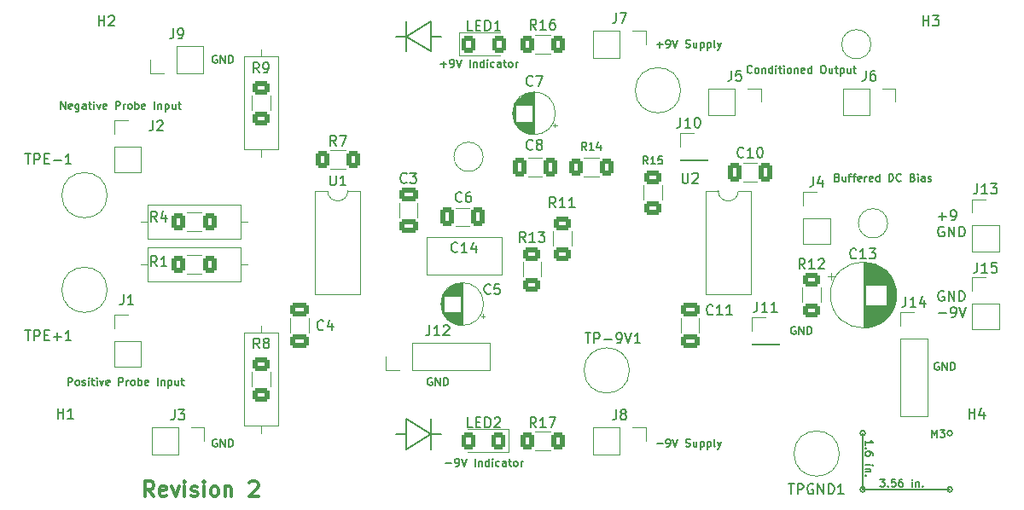
<source format=gbr>
%TF.GenerationSoftware,KiCad,Pcbnew,8.0.0-8.0.0-1~ubuntu22.04.1*%
%TF.CreationDate,2024-03-07T15:00:58-08:00*%
%TF.ProjectId,INAAmplifierRev2,494e4141-6d70-46c6-9966-696572526576,rev?*%
%TF.SameCoordinates,PX2bf7208PY9a4d770*%
%TF.FileFunction,Legend,Top*%
%TF.FilePolarity,Positive*%
%FSLAX46Y46*%
G04 Gerber Fmt 4.6, Leading zero omitted, Abs format (unit mm)*
G04 Created by KiCad (PCBNEW 8.0.0-8.0.0-1~ubuntu22.04.1) date 2024-03-07 15:00:58*
%MOMM*%
%LPD*%
G01*
G04 APERTURE LIST*
G04 Aperture macros list*
%AMRoundRect*
0 Rectangle with rounded corners*
0 $1 Rounding radius*
0 $2 $3 $4 $5 $6 $7 $8 $9 X,Y pos of 4 corners*
0 Add a 4 corners polygon primitive as box body*
4,1,4,$2,$3,$4,$5,$6,$7,$8,$9,$2,$3,0*
0 Add four circle primitives for the rounded corners*
1,1,$1+$1,$2,$3*
1,1,$1+$1,$4,$5*
1,1,$1+$1,$6,$7*
1,1,$1+$1,$8,$9*
0 Add four rect primitives between the rounded corners*
20,1,$1+$1,$2,$3,$4,$5,0*
20,1,$1+$1,$4,$5,$6,$7,0*
20,1,$1+$1,$6,$7,$8,$9,0*
20,1,$1+$1,$8,$9,$2,$3,0*%
G04 Aperture macros list end*
%ADD10C,0.150000*%
%ADD11C,0.152400*%
%ADD12C,0.300000*%
%ADD13C,0.127000*%
%ADD14C,0.120000*%
%ADD15R,1.700000X1.700000*%
%ADD16O,1.700000X1.700000*%
%ADD17R,2.400000X1.600000*%
%ADD18O,2.400000X1.600000*%
%ADD19RoundRect,0.250000X0.625000X-0.400000X0.625000X0.400000X-0.625000X0.400000X-0.625000X-0.400000X0*%
%ADD20R,1.200000X1.200000*%
%ADD21C,1.200000*%
%ADD22RoundRect,0.250000X-0.625000X0.400000X-0.625000X-0.400000X0.625000X-0.400000X0.625000X0.400000X0*%
%ADD23RoundRect,0.250000X0.400000X0.625000X-0.400000X0.625000X-0.400000X-0.625000X0.400000X-0.625000X0*%
%ADD24C,3.200000*%
%ADD25C,4.000000*%
%ADD26RoundRect,0.250000X-0.650000X0.412500X-0.650000X-0.412500X0.650000X-0.412500X0.650000X0.412500X0*%
%ADD27C,1.600000*%
%ADD28O,1.600000X1.600000*%
%ADD29RoundRect,0.250000X-0.412500X-0.650000X0.412500X-0.650000X0.412500X0.650000X-0.412500X0.650000X0*%
%ADD30C,1.400000*%
%ADD31O,1.400000X1.400000*%
%ADD32R,1.600000X1.600000*%
%ADD33C,2.500000*%
%ADD34RoundRect,0.250000X-0.400000X-0.625000X0.400000X-0.625000X0.400000X0.625000X-0.400000X0.625000X0*%
%ADD35RoundRect,0.250000X0.650000X-0.412500X0.650000X0.412500X-0.650000X0.412500X-0.650000X-0.412500X0*%
%ADD36RoundRect,0.250001X0.462499X0.624999X-0.462499X0.624999X-0.462499X-0.624999X0.462499X-0.624999X0*%
%ADD37C,1.800000*%
%ADD38RoundRect,0.250000X0.412500X0.650000X-0.412500X0.650000X-0.412500X-0.650000X0.412500X-0.650000X0*%
%ADD39RoundRect,0.250001X-0.462499X-0.624999X0.462499X-0.624999X0.462499X0.624999X-0.462499X0.624999X0*%
G04 APERTURE END LIST*
D10*
X41000000Y7000000D02*
X38500000Y5500000D01*
X38500000Y5500000D02*
X38500000Y8500000D01*
X41000000Y8500000D02*
X41000000Y7000000D01*
X41000000Y7000000D02*
X42000000Y7000000D01*
X38500000Y8500000D02*
X41000000Y7000000D01*
X41000000Y7000000D02*
X41000000Y5500000D01*
X41000000Y5500000D02*
X41000000Y7000000D01*
X38500000Y7000000D02*
X37500000Y7000000D01*
X38500000Y46500000D02*
X37500000Y46500000D01*
X41000000Y46500000D02*
X42000000Y46500000D01*
X38500000Y45000000D02*
X38500000Y46500000D01*
X38500000Y48000000D02*
X38500000Y46500000D01*
X38500000Y46500000D02*
X38500000Y48000000D01*
X38500000Y46500000D02*
X41000000Y48000000D01*
X41000000Y45000000D02*
X38500000Y46500000D01*
X41000000Y48000000D02*
X41000000Y45000000D01*
X92710000Y7112000D02*
G75*
G02*
X92202000Y7112000I-254000J0D01*
G01*
X92202000Y7112000D02*
G75*
G02*
X92710000Y7112000I254000J0D01*
G01*
X84074000Y7112000D02*
G75*
G02*
X83566000Y7112000I-254000J0D01*
G01*
X83566000Y7112000D02*
G75*
G02*
X84074000Y7112000I254000J0D01*
G01*
X84074000Y1524000D02*
G75*
G02*
X83566000Y1524000I-254000J0D01*
G01*
X83566000Y1524000D02*
G75*
G02*
X84074000Y1524000I254000J0D01*
G01*
X83820000Y7112000D02*
X83820000Y1524000D01*
X83820000Y1524000D02*
X92456000Y1524000D01*
X92710000Y1524000D02*
G75*
G02*
X92202000Y1524000I-254000J0D01*
G01*
X92202000Y1524000D02*
G75*
G02*
X92710000Y1524000I254000J0D01*
G01*
D11*
X41928142Y43739083D02*
X42508714Y43739083D01*
X42218428Y43448798D02*
X42218428Y44029369D01*
X42907857Y43448798D02*
X43053000Y43448798D01*
X43053000Y43448798D02*
X43125571Y43485083D01*
X43125571Y43485083D02*
X43161857Y43521369D01*
X43161857Y43521369D02*
X43234428Y43630226D01*
X43234428Y43630226D02*
X43270714Y43775369D01*
X43270714Y43775369D02*
X43270714Y44065655D01*
X43270714Y44065655D02*
X43234428Y44138226D01*
X43234428Y44138226D02*
X43198143Y44174512D01*
X43198143Y44174512D02*
X43125571Y44210798D01*
X43125571Y44210798D02*
X42980428Y44210798D01*
X42980428Y44210798D02*
X42907857Y44174512D01*
X42907857Y44174512D02*
X42871571Y44138226D01*
X42871571Y44138226D02*
X42835285Y44065655D01*
X42835285Y44065655D02*
X42835285Y43884226D01*
X42835285Y43884226D02*
X42871571Y43811655D01*
X42871571Y43811655D02*
X42907857Y43775369D01*
X42907857Y43775369D02*
X42980428Y43739083D01*
X42980428Y43739083D02*
X43125571Y43739083D01*
X43125571Y43739083D02*
X43198143Y43775369D01*
X43198143Y43775369D02*
X43234428Y43811655D01*
X43234428Y43811655D02*
X43270714Y43884226D01*
X43488428Y44210798D02*
X43742428Y43448798D01*
X43742428Y43448798D02*
X43996428Y44210798D01*
X44830999Y43448798D02*
X44830999Y44210798D01*
X45193856Y43956798D02*
X45193856Y43448798D01*
X45193856Y43884226D02*
X45230142Y43920512D01*
X45230142Y43920512D02*
X45302713Y43956798D01*
X45302713Y43956798D02*
X45411570Y43956798D01*
X45411570Y43956798D02*
X45484142Y43920512D01*
X45484142Y43920512D02*
X45520428Y43847941D01*
X45520428Y43847941D02*
X45520428Y43448798D01*
X46209857Y43448798D02*
X46209857Y44210798D01*
X46209857Y43485083D02*
X46137285Y43448798D01*
X46137285Y43448798D02*
X45992142Y43448798D01*
X45992142Y43448798D02*
X45919571Y43485083D01*
X45919571Y43485083D02*
X45883285Y43521369D01*
X45883285Y43521369D02*
X45846999Y43593941D01*
X45846999Y43593941D02*
X45846999Y43811655D01*
X45846999Y43811655D02*
X45883285Y43884226D01*
X45883285Y43884226D02*
X45919571Y43920512D01*
X45919571Y43920512D02*
X45992142Y43956798D01*
X45992142Y43956798D02*
X46137285Y43956798D01*
X46137285Y43956798D02*
X46209857Y43920512D01*
X46572714Y43448798D02*
X46572714Y43956798D01*
X46572714Y44210798D02*
X46536428Y44174512D01*
X46536428Y44174512D02*
X46572714Y44138226D01*
X46572714Y44138226D02*
X46609000Y44174512D01*
X46609000Y44174512D02*
X46572714Y44210798D01*
X46572714Y44210798D02*
X46572714Y44138226D01*
X47262143Y43485083D02*
X47189571Y43448798D01*
X47189571Y43448798D02*
X47044428Y43448798D01*
X47044428Y43448798D02*
X46971857Y43485083D01*
X46971857Y43485083D02*
X46935571Y43521369D01*
X46935571Y43521369D02*
X46899285Y43593941D01*
X46899285Y43593941D02*
X46899285Y43811655D01*
X46899285Y43811655D02*
X46935571Y43884226D01*
X46935571Y43884226D02*
X46971857Y43920512D01*
X46971857Y43920512D02*
X47044428Y43956798D01*
X47044428Y43956798D02*
X47189571Y43956798D01*
X47189571Y43956798D02*
X47262143Y43920512D01*
X47915286Y43448798D02*
X47915286Y43847941D01*
X47915286Y43847941D02*
X47879000Y43920512D01*
X47879000Y43920512D02*
X47806428Y43956798D01*
X47806428Y43956798D02*
X47661286Y43956798D01*
X47661286Y43956798D02*
X47588714Y43920512D01*
X47915286Y43485083D02*
X47842714Y43448798D01*
X47842714Y43448798D02*
X47661286Y43448798D01*
X47661286Y43448798D02*
X47588714Y43485083D01*
X47588714Y43485083D02*
X47552428Y43557655D01*
X47552428Y43557655D02*
X47552428Y43630226D01*
X47552428Y43630226D02*
X47588714Y43702798D01*
X47588714Y43702798D02*
X47661286Y43739083D01*
X47661286Y43739083D02*
X47842714Y43739083D01*
X47842714Y43739083D02*
X47915286Y43775369D01*
X48169286Y43956798D02*
X48459572Y43956798D01*
X48278143Y44210798D02*
X48278143Y43557655D01*
X48278143Y43557655D02*
X48314429Y43485083D01*
X48314429Y43485083D02*
X48387000Y43448798D01*
X48387000Y43448798D02*
X48459572Y43448798D01*
X48822429Y43448798D02*
X48749858Y43485083D01*
X48749858Y43485083D02*
X48713572Y43521369D01*
X48713572Y43521369D02*
X48677286Y43593941D01*
X48677286Y43593941D02*
X48677286Y43811655D01*
X48677286Y43811655D02*
X48713572Y43884226D01*
X48713572Y43884226D02*
X48749858Y43920512D01*
X48749858Y43920512D02*
X48822429Y43956798D01*
X48822429Y43956798D02*
X48931286Y43956798D01*
X48931286Y43956798D02*
X49003858Y43920512D01*
X49003858Y43920512D02*
X49040144Y43884226D01*
X49040144Y43884226D02*
X49076429Y43811655D01*
X49076429Y43811655D02*
X49076429Y43593941D01*
X49076429Y43593941D02*
X49040144Y43521369D01*
X49040144Y43521369D02*
X49003858Y43485083D01*
X49003858Y43485083D02*
X48931286Y43448798D01*
X48931286Y43448798D02*
X48822429Y43448798D01*
X49403001Y43448798D02*
X49403001Y43956798D01*
X49403001Y43811655D02*
X49439287Y43884226D01*
X49439287Y43884226D02*
X49475573Y43920512D01*
X49475573Y43920512D02*
X49548144Y43956798D01*
X49548144Y43956798D02*
X49620715Y43956798D01*
X81307691Y32504323D02*
X81416548Y32468037D01*
X81416548Y32468037D02*
X81452834Y32431751D01*
X81452834Y32431751D02*
X81489120Y32359180D01*
X81489120Y32359180D02*
X81489120Y32250323D01*
X81489120Y32250323D02*
X81452834Y32177751D01*
X81452834Y32177751D02*
X81416548Y32141465D01*
X81416548Y32141465D02*
X81343977Y32105180D01*
X81343977Y32105180D02*
X81053691Y32105180D01*
X81053691Y32105180D02*
X81053691Y32867180D01*
X81053691Y32867180D02*
X81307691Y32867180D01*
X81307691Y32867180D02*
X81380263Y32830894D01*
X81380263Y32830894D02*
X81416548Y32794608D01*
X81416548Y32794608D02*
X81452834Y32722037D01*
X81452834Y32722037D02*
X81452834Y32649465D01*
X81452834Y32649465D02*
X81416548Y32576894D01*
X81416548Y32576894D02*
X81380263Y32540608D01*
X81380263Y32540608D02*
X81307691Y32504323D01*
X81307691Y32504323D02*
X81053691Y32504323D01*
X82142263Y32613180D02*
X82142263Y32105180D01*
X81815691Y32613180D02*
X81815691Y32214037D01*
X81815691Y32214037D02*
X81851977Y32141465D01*
X81851977Y32141465D02*
X81924548Y32105180D01*
X81924548Y32105180D02*
X82033405Y32105180D01*
X82033405Y32105180D02*
X82105977Y32141465D01*
X82105977Y32141465D02*
X82142263Y32177751D01*
X82396263Y32613180D02*
X82686549Y32613180D01*
X82505120Y32105180D02*
X82505120Y32758323D01*
X82505120Y32758323D02*
X82541406Y32830894D01*
X82541406Y32830894D02*
X82613977Y32867180D01*
X82613977Y32867180D02*
X82686549Y32867180D01*
X82831692Y32613180D02*
X83121978Y32613180D01*
X82940549Y32105180D02*
X82940549Y32758323D01*
X82940549Y32758323D02*
X82976835Y32830894D01*
X82976835Y32830894D02*
X83049406Y32867180D01*
X83049406Y32867180D02*
X83121978Y32867180D01*
X83666264Y32141465D02*
X83593692Y32105180D01*
X83593692Y32105180D02*
X83448550Y32105180D01*
X83448550Y32105180D02*
X83375978Y32141465D01*
X83375978Y32141465D02*
X83339692Y32214037D01*
X83339692Y32214037D02*
X83339692Y32504323D01*
X83339692Y32504323D02*
X83375978Y32576894D01*
X83375978Y32576894D02*
X83448550Y32613180D01*
X83448550Y32613180D02*
X83593692Y32613180D01*
X83593692Y32613180D02*
X83666264Y32576894D01*
X83666264Y32576894D02*
X83702550Y32504323D01*
X83702550Y32504323D02*
X83702550Y32431751D01*
X83702550Y32431751D02*
X83339692Y32359180D01*
X84029121Y32105180D02*
X84029121Y32613180D01*
X84029121Y32468037D02*
X84065407Y32540608D01*
X84065407Y32540608D02*
X84101693Y32576894D01*
X84101693Y32576894D02*
X84174264Y32613180D01*
X84174264Y32613180D02*
X84246835Y32613180D01*
X84791121Y32141465D02*
X84718549Y32105180D01*
X84718549Y32105180D02*
X84573407Y32105180D01*
X84573407Y32105180D02*
X84500835Y32141465D01*
X84500835Y32141465D02*
X84464549Y32214037D01*
X84464549Y32214037D02*
X84464549Y32504323D01*
X84464549Y32504323D02*
X84500835Y32576894D01*
X84500835Y32576894D02*
X84573407Y32613180D01*
X84573407Y32613180D02*
X84718549Y32613180D01*
X84718549Y32613180D02*
X84791121Y32576894D01*
X84791121Y32576894D02*
X84827407Y32504323D01*
X84827407Y32504323D02*
X84827407Y32431751D01*
X84827407Y32431751D02*
X84464549Y32359180D01*
X85480550Y32105180D02*
X85480550Y32867180D01*
X85480550Y32141465D02*
X85407978Y32105180D01*
X85407978Y32105180D02*
X85262835Y32105180D01*
X85262835Y32105180D02*
X85190264Y32141465D01*
X85190264Y32141465D02*
X85153978Y32177751D01*
X85153978Y32177751D02*
X85117692Y32250323D01*
X85117692Y32250323D02*
X85117692Y32468037D01*
X85117692Y32468037D02*
X85153978Y32540608D01*
X85153978Y32540608D02*
X85190264Y32576894D01*
X85190264Y32576894D02*
X85262835Y32613180D01*
X85262835Y32613180D02*
X85407978Y32613180D01*
X85407978Y32613180D02*
X85480550Y32576894D01*
X86423978Y32105180D02*
X86423978Y32867180D01*
X86423978Y32867180D02*
X86605407Y32867180D01*
X86605407Y32867180D02*
X86714264Y32830894D01*
X86714264Y32830894D02*
X86786835Y32758323D01*
X86786835Y32758323D02*
X86823121Y32685751D01*
X86823121Y32685751D02*
X86859407Y32540608D01*
X86859407Y32540608D02*
X86859407Y32431751D01*
X86859407Y32431751D02*
X86823121Y32286608D01*
X86823121Y32286608D02*
X86786835Y32214037D01*
X86786835Y32214037D02*
X86714264Y32141465D01*
X86714264Y32141465D02*
X86605407Y32105180D01*
X86605407Y32105180D02*
X86423978Y32105180D01*
X87621407Y32177751D02*
X87585121Y32141465D01*
X87585121Y32141465D02*
X87476264Y32105180D01*
X87476264Y32105180D02*
X87403692Y32105180D01*
X87403692Y32105180D02*
X87294835Y32141465D01*
X87294835Y32141465D02*
X87222264Y32214037D01*
X87222264Y32214037D02*
X87185978Y32286608D01*
X87185978Y32286608D02*
X87149692Y32431751D01*
X87149692Y32431751D02*
X87149692Y32540608D01*
X87149692Y32540608D02*
X87185978Y32685751D01*
X87185978Y32685751D02*
X87222264Y32758323D01*
X87222264Y32758323D02*
X87294835Y32830894D01*
X87294835Y32830894D02*
X87403692Y32867180D01*
X87403692Y32867180D02*
X87476264Y32867180D01*
X87476264Y32867180D02*
X87585121Y32830894D01*
X87585121Y32830894D02*
X87621407Y32794608D01*
X88782549Y32504323D02*
X88891406Y32468037D01*
X88891406Y32468037D02*
X88927692Y32431751D01*
X88927692Y32431751D02*
X88963978Y32359180D01*
X88963978Y32359180D02*
X88963978Y32250323D01*
X88963978Y32250323D02*
X88927692Y32177751D01*
X88927692Y32177751D02*
X88891406Y32141465D01*
X88891406Y32141465D02*
X88818835Y32105180D01*
X88818835Y32105180D02*
X88528549Y32105180D01*
X88528549Y32105180D02*
X88528549Y32867180D01*
X88528549Y32867180D02*
X88782549Y32867180D01*
X88782549Y32867180D02*
X88855121Y32830894D01*
X88855121Y32830894D02*
X88891406Y32794608D01*
X88891406Y32794608D02*
X88927692Y32722037D01*
X88927692Y32722037D02*
X88927692Y32649465D01*
X88927692Y32649465D02*
X88891406Y32576894D01*
X88891406Y32576894D02*
X88855121Y32540608D01*
X88855121Y32540608D02*
X88782549Y32504323D01*
X88782549Y32504323D02*
X88528549Y32504323D01*
X89290549Y32105180D02*
X89290549Y32613180D01*
X89290549Y32867180D02*
X89254263Y32830894D01*
X89254263Y32830894D02*
X89290549Y32794608D01*
X89290549Y32794608D02*
X89326835Y32830894D01*
X89326835Y32830894D02*
X89290549Y32867180D01*
X89290549Y32867180D02*
X89290549Y32794608D01*
X89979978Y32105180D02*
X89979978Y32504323D01*
X89979978Y32504323D02*
X89943692Y32576894D01*
X89943692Y32576894D02*
X89871120Y32613180D01*
X89871120Y32613180D02*
X89725978Y32613180D01*
X89725978Y32613180D02*
X89653406Y32576894D01*
X89979978Y32141465D02*
X89907406Y32105180D01*
X89907406Y32105180D02*
X89725978Y32105180D01*
X89725978Y32105180D02*
X89653406Y32141465D01*
X89653406Y32141465D02*
X89617120Y32214037D01*
X89617120Y32214037D02*
X89617120Y32286608D01*
X89617120Y32286608D02*
X89653406Y32359180D01*
X89653406Y32359180D02*
X89725978Y32395465D01*
X89725978Y32395465D02*
X89907406Y32395465D01*
X89907406Y32395465D02*
X89979978Y32431751D01*
X90306549Y32141465D02*
X90379121Y32105180D01*
X90379121Y32105180D02*
X90524264Y32105180D01*
X90524264Y32105180D02*
X90596835Y32141465D01*
X90596835Y32141465D02*
X90633121Y32214037D01*
X90633121Y32214037D02*
X90633121Y32250323D01*
X90633121Y32250323D02*
X90596835Y32322894D01*
X90596835Y32322894D02*
X90524264Y32359180D01*
X90524264Y32359180D02*
X90415407Y32359180D01*
X90415407Y32359180D02*
X90342835Y32395465D01*
X90342835Y32395465D02*
X90306549Y32468037D01*
X90306549Y32468037D02*
X90306549Y32504323D01*
X90306549Y32504323D02*
X90342835Y32576894D01*
X90342835Y32576894D02*
X90415407Y32613180D01*
X90415407Y32613180D02*
X90524264Y32613180D01*
X90524264Y32613180D02*
X90596835Y32576894D01*
X4971142Y11847410D02*
X4971142Y12609410D01*
X4971142Y12609410D02*
X5261428Y12609410D01*
X5261428Y12609410D02*
X5333999Y12573124D01*
X5333999Y12573124D02*
X5370285Y12536838D01*
X5370285Y12536838D02*
X5406571Y12464267D01*
X5406571Y12464267D02*
X5406571Y12355410D01*
X5406571Y12355410D02*
X5370285Y12282838D01*
X5370285Y12282838D02*
X5333999Y12246553D01*
X5333999Y12246553D02*
X5261428Y12210267D01*
X5261428Y12210267D02*
X4971142Y12210267D01*
X5841999Y11847410D02*
X5769428Y11883695D01*
X5769428Y11883695D02*
X5733142Y11919981D01*
X5733142Y11919981D02*
X5696856Y11992553D01*
X5696856Y11992553D02*
X5696856Y12210267D01*
X5696856Y12210267D02*
X5733142Y12282838D01*
X5733142Y12282838D02*
X5769428Y12319124D01*
X5769428Y12319124D02*
X5841999Y12355410D01*
X5841999Y12355410D02*
X5950856Y12355410D01*
X5950856Y12355410D02*
X6023428Y12319124D01*
X6023428Y12319124D02*
X6059714Y12282838D01*
X6059714Y12282838D02*
X6095999Y12210267D01*
X6095999Y12210267D02*
X6095999Y11992553D01*
X6095999Y11992553D02*
X6059714Y11919981D01*
X6059714Y11919981D02*
X6023428Y11883695D01*
X6023428Y11883695D02*
X5950856Y11847410D01*
X5950856Y11847410D02*
X5841999Y11847410D01*
X6386285Y11883695D02*
X6458857Y11847410D01*
X6458857Y11847410D02*
X6604000Y11847410D01*
X6604000Y11847410D02*
X6676571Y11883695D01*
X6676571Y11883695D02*
X6712857Y11956267D01*
X6712857Y11956267D02*
X6712857Y11992553D01*
X6712857Y11992553D02*
X6676571Y12065124D01*
X6676571Y12065124D02*
X6604000Y12101410D01*
X6604000Y12101410D02*
X6495143Y12101410D01*
X6495143Y12101410D02*
X6422571Y12137695D01*
X6422571Y12137695D02*
X6386285Y12210267D01*
X6386285Y12210267D02*
X6386285Y12246553D01*
X6386285Y12246553D02*
X6422571Y12319124D01*
X6422571Y12319124D02*
X6495143Y12355410D01*
X6495143Y12355410D02*
X6604000Y12355410D01*
X6604000Y12355410D02*
X6676571Y12319124D01*
X7039428Y11847410D02*
X7039428Y12355410D01*
X7039428Y12609410D02*
X7003142Y12573124D01*
X7003142Y12573124D02*
X7039428Y12536838D01*
X7039428Y12536838D02*
X7075714Y12573124D01*
X7075714Y12573124D02*
X7039428Y12609410D01*
X7039428Y12609410D02*
X7039428Y12536838D01*
X7293428Y12355410D02*
X7583714Y12355410D01*
X7402285Y12609410D02*
X7402285Y11956267D01*
X7402285Y11956267D02*
X7438571Y11883695D01*
X7438571Y11883695D02*
X7511142Y11847410D01*
X7511142Y11847410D02*
X7583714Y11847410D01*
X7837714Y11847410D02*
X7837714Y12355410D01*
X7837714Y12609410D02*
X7801428Y12573124D01*
X7801428Y12573124D02*
X7837714Y12536838D01*
X7837714Y12536838D02*
X7874000Y12573124D01*
X7874000Y12573124D02*
X7837714Y12609410D01*
X7837714Y12609410D02*
X7837714Y12536838D01*
X8128000Y12355410D02*
X8309428Y11847410D01*
X8309428Y11847410D02*
X8490857Y12355410D01*
X9071428Y11883695D02*
X8998856Y11847410D01*
X8998856Y11847410D02*
X8853714Y11847410D01*
X8853714Y11847410D02*
X8781142Y11883695D01*
X8781142Y11883695D02*
X8744856Y11956267D01*
X8744856Y11956267D02*
X8744856Y12246553D01*
X8744856Y12246553D02*
X8781142Y12319124D01*
X8781142Y12319124D02*
X8853714Y12355410D01*
X8853714Y12355410D02*
X8998856Y12355410D01*
X8998856Y12355410D02*
X9071428Y12319124D01*
X9071428Y12319124D02*
X9107714Y12246553D01*
X9107714Y12246553D02*
X9107714Y12173981D01*
X9107714Y12173981D02*
X8744856Y12101410D01*
X10014856Y11847410D02*
X10014856Y12609410D01*
X10014856Y12609410D02*
X10305142Y12609410D01*
X10305142Y12609410D02*
X10377713Y12573124D01*
X10377713Y12573124D02*
X10413999Y12536838D01*
X10413999Y12536838D02*
X10450285Y12464267D01*
X10450285Y12464267D02*
X10450285Y12355410D01*
X10450285Y12355410D02*
X10413999Y12282838D01*
X10413999Y12282838D02*
X10377713Y12246553D01*
X10377713Y12246553D02*
X10305142Y12210267D01*
X10305142Y12210267D02*
X10014856Y12210267D01*
X10776856Y11847410D02*
X10776856Y12355410D01*
X10776856Y12210267D02*
X10813142Y12282838D01*
X10813142Y12282838D02*
X10849428Y12319124D01*
X10849428Y12319124D02*
X10921999Y12355410D01*
X10921999Y12355410D02*
X10994570Y12355410D01*
X11357427Y11847410D02*
X11284856Y11883695D01*
X11284856Y11883695D02*
X11248570Y11919981D01*
X11248570Y11919981D02*
X11212284Y11992553D01*
X11212284Y11992553D02*
X11212284Y12210267D01*
X11212284Y12210267D02*
X11248570Y12282838D01*
X11248570Y12282838D02*
X11284856Y12319124D01*
X11284856Y12319124D02*
X11357427Y12355410D01*
X11357427Y12355410D02*
X11466284Y12355410D01*
X11466284Y12355410D02*
X11538856Y12319124D01*
X11538856Y12319124D02*
X11575142Y12282838D01*
X11575142Y12282838D02*
X11611427Y12210267D01*
X11611427Y12210267D02*
X11611427Y11992553D01*
X11611427Y11992553D02*
X11575142Y11919981D01*
X11575142Y11919981D02*
X11538856Y11883695D01*
X11538856Y11883695D02*
X11466284Y11847410D01*
X11466284Y11847410D02*
X11357427Y11847410D01*
X11937999Y11847410D02*
X11937999Y12609410D01*
X11937999Y12319124D02*
X12010571Y12355410D01*
X12010571Y12355410D02*
X12155713Y12355410D01*
X12155713Y12355410D02*
X12228285Y12319124D01*
X12228285Y12319124D02*
X12264571Y12282838D01*
X12264571Y12282838D02*
X12300856Y12210267D01*
X12300856Y12210267D02*
X12300856Y11992553D01*
X12300856Y11992553D02*
X12264571Y11919981D01*
X12264571Y11919981D02*
X12228285Y11883695D01*
X12228285Y11883695D02*
X12155713Y11847410D01*
X12155713Y11847410D02*
X12010571Y11847410D01*
X12010571Y11847410D02*
X11937999Y11883695D01*
X12917714Y11883695D02*
X12845142Y11847410D01*
X12845142Y11847410D02*
X12700000Y11847410D01*
X12700000Y11847410D02*
X12627428Y11883695D01*
X12627428Y11883695D02*
X12591142Y11956267D01*
X12591142Y11956267D02*
X12591142Y12246553D01*
X12591142Y12246553D02*
X12627428Y12319124D01*
X12627428Y12319124D02*
X12700000Y12355410D01*
X12700000Y12355410D02*
X12845142Y12355410D01*
X12845142Y12355410D02*
X12917714Y12319124D01*
X12917714Y12319124D02*
X12954000Y12246553D01*
X12954000Y12246553D02*
X12954000Y12173981D01*
X12954000Y12173981D02*
X12591142Y12101410D01*
X13861142Y11847410D02*
X13861142Y12609410D01*
X14223999Y12355410D02*
X14223999Y11847410D01*
X14223999Y12282838D02*
X14260285Y12319124D01*
X14260285Y12319124D02*
X14332856Y12355410D01*
X14332856Y12355410D02*
X14441713Y12355410D01*
X14441713Y12355410D02*
X14514285Y12319124D01*
X14514285Y12319124D02*
X14550571Y12246553D01*
X14550571Y12246553D02*
X14550571Y11847410D01*
X14913428Y12355410D02*
X14913428Y11593410D01*
X14913428Y12319124D02*
X14986000Y12355410D01*
X14986000Y12355410D02*
X15131142Y12355410D01*
X15131142Y12355410D02*
X15203714Y12319124D01*
X15203714Y12319124D02*
X15240000Y12282838D01*
X15240000Y12282838D02*
X15276285Y12210267D01*
X15276285Y12210267D02*
X15276285Y11992553D01*
X15276285Y11992553D02*
X15240000Y11919981D01*
X15240000Y11919981D02*
X15203714Y11883695D01*
X15203714Y11883695D02*
X15131142Y11847410D01*
X15131142Y11847410D02*
X14986000Y11847410D01*
X14986000Y11847410D02*
X14913428Y11883695D01*
X15929429Y12355410D02*
X15929429Y11847410D01*
X15602857Y12355410D02*
X15602857Y11956267D01*
X15602857Y11956267D02*
X15639143Y11883695D01*
X15639143Y11883695D02*
X15711714Y11847410D01*
X15711714Y11847410D02*
X15820571Y11847410D01*
X15820571Y11847410D02*
X15893143Y11883695D01*
X15893143Y11883695D02*
X15929429Y11919981D01*
X16183429Y12355410D02*
X16473715Y12355410D01*
X16292286Y12609410D02*
X16292286Y11956267D01*
X16292286Y11956267D02*
X16328572Y11883695D01*
X16328572Y11883695D02*
X16401143Y11847410D01*
X16401143Y11847410D02*
X16473715Y11847410D01*
X19739428Y44577124D02*
X19666857Y44613410D01*
X19666857Y44613410D02*
X19557999Y44613410D01*
X19557999Y44613410D02*
X19449142Y44577124D01*
X19449142Y44577124D02*
X19376571Y44504553D01*
X19376571Y44504553D02*
X19340285Y44431981D01*
X19340285Y44431981D02*
X19303999Y44286838D01*
X19303999Y44286838D02*
X19303999Y44177981D01*
X19303999Y44177981D02*
X19340285Y44032838D01*
X19340285Y44032838D02*
X19376571Y43960267D01*
X19376571Y43960267D02*
X19449142Y43887695D01*
X19449142Y43887695D02*
X19557999Y43851410D01*
X19557999Y43851410D02*
X19630571Y43851410D01*
X19630571Y43851410D02*
X19739428Y43887695D01*
X19739428Y43887695D02*
X19775714Y43923981D01*
X19775714Y43923981D02*
X19775714Y44177981D01*
X19775714Y44177981D02*
X19630571Y44177981D01*
X20102285Y43851410D02*
X20102285Y44613410D01*
X20102285Y44613410D02*
X20537714Y43851410D01*
X20537714Y43851410D02*
X20537714Y44613410D01*
X20900571Y43851410D02*
X20900571Y44613410D01*
X20900571Y44613410D02*
X21082000Y44613410D01*
X21082000Y44613410D02*
X21190857Y44577124D01*
X21190857Y44577124D02*
X21263428Y44504553D01*
X21263428Y44504553D02*
X21299714Y44431981D01*
X21299714Y44431981D02*
X21336000Y44286838D01*
X21336000Y44286838D02*
X21336000Y44177981D01*
X21336000Y44177981D02*
X21299714Y44032838D01*
X21299714Y44032838D02*
X21263428Y43960267D01*
X21263428Y43960267D02*
X21190857Y43887695D01*
X21190857Y43887695D02*
X21082000Y43851410D01*
X21082000Y43851410D02*
X20900571Y43851410D01*
D12*
X13476653Y834172D02*
X12976653Y1548458D01*
X12619510Y834172D02*
X12619510Y2334172D01*
X12619510Y2334172D02*
X13190939Y2334172D01*
X13190939Y2334172D02*
X13333796Y2262743D01*
X13333796Y2262743D02*
X13405225Y2191315D01*
X13405225Y2191315D02*
X13476653Y2048458D01*
X13476653Y2048458D02*
X13476653Y1834172D01*
X13476653Y1834172D02*
X13405225Y1691315D01*
X13405225Y1691315D02*
X13333796Y1619886D01*
X13333796Y1619886D02*
X13190939Y1548458D01*
X13190939Y1548458D02*
X12619510Y1548458D01*
X14690939Y905600D02*
X14548082Y834172D01*
X14548082Y834172D02*
X14262368Y834172D01*
X14262368Y834172D02*
X14119510Y905600D01*
X14119510Y905600D02*
X14048082Y1048458D01*
X14048082Y1048458D02*
X14048082Y1619886D01*
X14048082Y1619886D02*
X14119510Y1762743D01*
X14119510Y1762743D02*
X14262368Y1834172D01*
X14262368Y1834172D02*
X14548082Y1834172D01*
X14548082Y1834172D02*
X14690939Y1762743D01*
X14690939Y1762743D02*
X14762368Y1619886D01*
X14762368Y1619886D02*
X14762368Y1477029D01*
X14762368Y1477029D02*
X14048082Y1334172D01*
X15262367Y1834172D02*
X15619510Y834172D01*
X15619510Y834172D02*
X15976653Y1834172D01*
X16548081Y834172D02*
X16548081Y1834172D01*
X16548081Y2334172D02*
X16476653Y2262743D01*
X16476653Y2262743D02*
X16548081Y2191315D01*
X16548081Y2191315D02*
X16619510Y2262743D01*
X16619510Y2262743D02*
X16548081Y2334172D01*
X16548081Y2334172D02*
X16548081Y2191315D01*
X17190939Y905600D02*
X17333796Y834172D01*
X17333796Y834172D02*
X17619510Y834172D01*
X17619510Y834172D02*
X17762367Y905600D01*
X17762367Y905600D02*
X17833796Y1048458D01*
X17833796Y1048458D02*
X17833796Y1119886D01*
X17833796Y1119886D02*
X17762367Y1262743D01*
X17762367Y1262743D02*
X17619510Y1334172D01*
X17619510Y1334172D02*
X17405225Y1334172D01*
X17405225Y1334172D02*
X17262367Y1405600D01*
X17262367Y1405600D02*
X17190939Y1548458D01*
X17190939Y1548458D02*
X17190939Y1619886D01*
X17190939Y1619886D02*
X17262367Y1762743D01*
X17262367Y1762743D02*
X17405225Y1834172D01*
X17405225Y1834172D02*
X17619510Y1834172D01*
X17619510Y1834172D02*
X17762367Y1762743D01*
X18476653Y834172D02*
X18476653Y1834172D01*
X18476653Y2334172D02*
X18405225Y2262743D01*
X18405225Y2262743D02*
X18476653Y2191315D01*
X18476653Y2191315D02*
X18548082Y2262743D01*
X18548082Y2262743D02*
X18476653Y2334172D01*
X18476653Y2334172D02*
X18476653Y2191315D01*
X19405225Y834172D02*
X19262368Y905600D01*
X19262368Y905600D02*
X19190939Y977029D01*
X19190939Y977029D02*
X19119511Y1119886D01*
X19119511Y1119886D02*
X19119511Y1548458D01*
X19119511Y1548458D02*
X19190939Y1691315D01*
X19190939Y1691315D02*
X19262368Y1762743D01*
X19262368Y1762743D02*
X19405225Y1834172D01*
X19405225Y1834172D02*
X19619511Y1834172D01*
X19619511Y1834172D02*
X19762368Y1762743D01*
X19762368Y1762743D02*
X19833797Y1691315D01*
X19833797Y1691315D02*
X19905225Y1548458D01*
X19905225Y1548458D02*
X19905225Y1119886D01*
X19905225Y1119886D02*
X19833797Y977029D01*
X19833797Y977029D02*
X19762368Y905600D01*
X19762368Y905600D02*
X19619511Y834172D01*
X19619511Y834172D02*
X19405225Y834172D01*
X20548082Y1834172D02*
X20548082Y834172D01*
X20548082Y1691315D02*
X20619511Y1762743D01*
X20619511Y1762743D02*
X20762368Y1834172D01*
X20762368Y1834172D02*
X20976654Y1834172D01*
X20976654Y1834172D02*
X21119511Y1762743D01*
X21119511Y1762743D02*
X21190940Y1619886D01*
X21190940Y1619886D02*
X21190940Y834172D01*
X22976654Y2191315D02*
X23048082Y2262743D01*
X23048082Y2262743D02*
X23190940Y2334172D01*
X23190940Y2334172D02*
X23548082Y2334172D01*
X23548082Y2334172D02*
X23690940Y2262743D01*
X23690940Y2262743D02*
X23762368Y2191315D01*
X23762368Y2191315D02*
X23833797Y2048458D01*
X23833797Y2048458D02*
X23833797Y1905600D01*
X23833797Y1905600D02*
X23762368Y1691315D01*
X23762368Y1691315D02*
X22905225Y834172D01*
X22905225Y834172D02*
X23833797Y834172D01*
D13*
X85536409Y2538259D02*
X86008123Y2538259D01*
X86008123Y2538259D02*
X85754123Y2247973D01*
X85754123Y2247973D02*
X85862980Y2247973D01*
X85862980Y2247973D02*
X85935552Y2211687D01*
X85935552Y2211687D02*
X85971837Y2175402D01*
X85971837Y2175402D02*
X86008123Y2102830D01*
X86008123Y2102830D02*
X86008123Y1921402D01*
X86008123Y1921402D02*
X85971837Y1848830D01*
X85971837Y1848830D02*
X85935552Y1812544D01*
X85935552Y1812544D02*
X85862980Y1776259D01*
X85862980Y1776259D02*
X85645266Y1776259D01*
X85645266Y1776259D02*
X85572694Y1812544D01*
X85572694Y1812544D02*
X85536409Y1848830D01*
X86334694Y1848830D02*
X86370980Y1812544D01*
X86370980Y1812544D02*
X86334694Y1776259D01*
X86334694Y1776259D02*
X86298408Y1812544D01*
X86298408Y1812544D02*
X86334694Y1848830D01*
X86334694Y1848830D02*
X86334694Y1776259D01*
X87060408Y2538259D02*
X86697551Y2538259D01*
X86697551Y2538259D02*
X86661265Y2175402D01*
X86661265Y2175402D02*
X86697551Y2211687D01*
X86697551Y2211687D02*
X86770123Y2247973D01*
X86770123Y2247973D02*
X86951551Y2247973D01*
X86951551Y2247973D02*
X87024123Y2211687D01*
X87024123Y2211687D02*
X87060408Y2175402D01*
X87060408Y2175402D02*
X87096694Y2102830D01*
X87096694Y2102830D02*
X87096694Y1921402D01*
X87096694Y1921402D02*
X87060408Y1848830D01*
X87060408Y1848830D02*
X87024123Y1812544D01*
X87024123Y1812544D02*
X86951551Y1776259D01*
X86951551Y1776259D02*
X86770123Y1776259D01*
X86770123Y1776259D02*
X86697551Y1812544D01*
X86697551Y1812544D02*
X86661265Y1848830D01*
X87749837Y2538259D02*
X87604694Y2538259D01*
X87604694Y2538259D02*
X87532122Y2501973D01*
X87532122Y2501973D02*
X87495837Y2465687D01*
X87495837Y2465687D02*
X87423265Y2356830D01*
X87423265Y2356830D02*
X87386979Y2211687D01*
X87386979Y2211687D02*
X87386979Y1921402D01*
X87386979Y1921402D02*
X87423265Y1848830D01*
X87423265Y1848830D02*
X87459551Y1812544D01*
X87459551Y1812544D02*
X87532122Y1776259D01*
X87532122Y1776259D02*
X87677265Y1776259D01*
X87677265Y1776259D02*
X87749837Y1812544D01*
X87749837Y1812544D02*
X87786122Y1848830D01*
X87786122Y1848830D02*
X87822408Y1921402D01*
X87822408Y1921402D02*
X87822408Y2102830D01*
X87822408Y2102830D02*
X87786122Y2175402D01*
X87786122Y2175402D02*
X87749837Y2211687D01*
X87749837Y2211687D02*
X87677265Y2247973D01*
X87677265Y2247973D02*
X87532122Y2247973D01*
X87532122Y2247973D02*
X87459551Y2211687D01*
X87459551Y2211687D02*
X87423265Y2175402D01*
X87423265Y2175402D02*
X87386979Y2102830D01*
X88729550Y1776259D02*
X88729550Y2284259D01*
X88729550Y2538259D02*
X88693264Y2501973D01*
X88693264Y2501973D02*
X88729550Y2465687D01*
X88729550Y2465687D02*
X88765836Y2501973D01*
X88765836Y2501973D02*
X88729550Y2538259D01*
X88729550Y2538259D02*
X88729550Y2465687D01*
X89092407Y2284259D02*
X89092407Y1776259D01*
X89092407Y2211687D02*
X89128693Y2247973D01*
X89128693Y2247973D02*
X89201264Y2284259D01*
X89201264Y2284259D02*
X89310121Y2284259D01*
X89310121Y2284259D02*
X89382693Y2247973D01*
X89382693Y2247973D02*
X89418979Y2175402D01*
X89418979Y2175402D02*
X89418979Y1776259D01*
X89781836Y1848830D02*
X89818122Y1812544D01*
X89818122Y1812544D02*
X89781836Y1776259D01*
X89781836Y1776259D02*
X89745550Y1812544D01*
X89745550Y1812544D02*
X89781836Y1848830D01*
X89781836Y1848830D02*
X89781836Y1776259D01*
D11*
X41075428Y12573124D02*
X41002857Y12609410D01*
X41002857Y12609410D02*
X40893999Y12609410D01*
X40893999Y12609410D02*
X40785142Y12573124D01*
X40785142Y12573124D02*
X40712571Y12500553D01*
X40712571Y12500553D02*
X40676285Y12427981D01*
X40676285Y12427981D02*
X40639999Y12282838D01*
X40639999Y12282838D02*
X40639999Y12173981D01*
X40639999Y12173981D02*
X40676285Y12028838D01*
X40676285Y12028838D02*
X40712571Y11956267D01*
X40712571Y11956267D02*
X40785142Y11883695D01*
X40785142Y11883695D02*
X40893999Y11847410D01*
X40893999Y11847410D02*
X40966571Y11847410D01*
X40966571Y11847410D02*
X41075428Y11883695D01*
X41075428Y11883695D02*
X41111714Y11919981D01*
X41111714Y11919981D02*
X41111714Y12173981D01*
X41111714Y12173981D02*
X40966571Y12173981D01*
X41438285Y11847410D02*
X41438285Y12609410D01*
X41438285Y12609410D02*
X41873714Y11847410D01*
X41873714Y11847410D02*
X41873714Y12609410D01*
X42236571Y11847410D02*
X42236571Y12609410D01*
X42236571Y12609410D02*
X42418000Y12609410D01*
X42418000Y12609410D02*
X42526857Y12573124D01*
X42526857Y12573124D02*
X42599428Y12500553D01*
X42599428Y12500553D02*
X42635714Y12427981D01*
X42635714Y12427981D02*
X42672000Y12282838D01*
X42672000Y12282838D02*
X42672000Y12173981D01*
X42672000Y12173981D02*
X42635714Y12028838D01*
X42635714Y12028838D02*
X42599428Y11956267D01*
X42599428Y11956267D02*
X42526857Y11883695D01*
X42526857Y11883695D02*
X42418000Y11847410D01*
X42418000Y11847410D02*
X42236571Y11847410D01*
D10*
X91860588Y21192506D02*
X91765350Y21240125D01*
X91765350Y21240125D02*
X91622493Y21240125D01*
X91622493Y21240125D02*
X91479636Y21192506D01*
X91479636Y21192506D02*
X91384398Y21097268D01*
X91384398Y21097268D02*
X91336779Y21002030D01*
X91336779Y21002030D02*
X91289160Y20811554D01*
X91289160Y20811554D02*
X91289160Y20668697D01*
X91289160Y20668697D02*
X91336779Y20478221D01*
X91336779Y20478221D02*
X91384398Y20382983D01*
X91384398Y20382983D02*
X91479636Y20287744D01*
X91479636Y20287744D02*
X91622493Y20240125D01*
X91622493Y20240125D02*
X91717731Y20240125D01*
X91717731Y20240125D02*
X91860588Y20287744D01*
X91860588Y20287744D02*
X91908207Y20335364D01*
X91908207Y20335364D02*
X91908207Y20668697D01*
X91908207Y20668697D02*
X91717731Y20668697D01*
X92336779Y20240125D02*
X92336779Y21240125D01*
X92336779Y21240125D02*
X92908207Y20240125D01*
X92908207Y20240125D02*
X92908207Y21240125D01*
X93384398Y20240125D02*
X93384398Y21240125D01*
X93384398Y21240125D02*
X93622493Y21240125D01*
X93622493Y21240125D02*
X93765350Y21192506D01*
X93765350Y21192506D02*
X93860588Y21097268D01*
X93860588Y21097268D02*
X93908207Y21002030D01*
X93908207Y21002030D02*
X93955826Y20811554D01*
X93955826Y20811554D02*
X93955826Y20668697D01*
X93955826Y20668697D02*
X93908207Y20478221D01*
X93908207Y20478221D02*
X93860588Y20382983D01*
X93860588Y20382983D02*
X93765350Y20287744D01*
X93765350Y20287744D02*
X93622493Y20240125D01*
X93622493Y20240125D02*
X93384398Y20240125D01*
X91336779Y19011134D02*
X92098684Y19011134D01*
X92622493Y18630181D02*
X92812969Y18630181D01*
X92812969Y18630181D02*
X92908207Y18677800D01*
X92908207Y18677800D02*
X92955826Y18725420D01*
X92955826Y18725420D02*
X93051064Y18868277D01*
X93051064Y18868277D02*
X93098683Y19058753D01*
X93098683Y19058753D02*
X93098683Y19439705D01*
X93098683Y19439705D02*
X93051064Y19534943D01*
X93051064Y19534943D02*
X93003445Y19582562D01*
X93003445Y19582562D02*
X92908207Y19630181D01*
X92908207Y19630181D02*
X92717731Y19630181D01*
X92717731Y19630181D02*
X92622493Y19582562D01*
X92622493Y19582562D02*
X92574874Y19534943D01*
X92574874Y19534943D02*
X92527255Y19439705D01*
X92527255Y19439705D02*
X92527255Y19201610D01*
X92527255Y19201610D02*
X92574874Y19106372D01*
X92574874Y19106372D02*
X92622493Y19058753D01*
X92622493Y19058753D02*
X92717731Y19011134D01*
X92717731Y19011134D02*
X92908207Y19011134D01*
X92908207Y19011134D02*
X93003445Y19058753D01*
X93003445Y19058753D02*
X93051064Y19106372D01*
X93051064Y19106372D02*
X93098683Y19201610D01*
X93384398Y19630181D02*
X93717731Y18630181D01*
X93717731Y18630181D02*
X94051064Y19630181D01*
D11*
X77143428Y17653124D02*
X77070857Y17689410D01*
X77070857Y17689410D02*
X76961999Y17689410D01*
X76961999Y17689410D02*
X76853142Y17653124D01*
X76853142Y17653124D02*
X76780571Y17580553D01*
X76780571Y17580553D02*
X76744285Y17507981D01*
X76744285Y17507981D02*
X76707999Y17362838D01*
X76707999Y17362838D02*
X76707999Y17253981D01*
X76707999Y17253981D02*
X76744285Y17108838D01*
X76744285Y17108838D02*
X76780571Y17036267D01*
X76780571Y17036267D02*
X76853142Y16963695D01*
X76853142Y16963695D02*
X76961999Y16927410D01*
X76961999Y16927410D02*
X77034571Y16927410D01*
X77034571Y16927410D02*
X77143428Y16963695D01*
X77143428Y16963695D02*
X77179714Y16999981D01*
X77179714Y16999981D02*
X77179714Y17253981D01*
X77179714Y17253981D02*
X77034571Y17253981D01*
X77506285Y16927410D02*
X77506285Y17689410D01*
X77506285Y17689410D02*
X77941714Y16927410D01*
X77941714Y16927410D02*
X77941714Y17689410D01*
X78304571Y16927410D02*
X78304571Y17689410D01*
X78304571Y17689410D02*
X78486000Y17689410D01*
X78486000Y17689410D02*
X78594857Y17653124D01*
X78594857Y17653124D02*
X78667428Y17580553D01*
X78667428Y17580553D02*
X78703714Y17507981D01*
X78703714Y17507981D02*
X78740000Y17362838D01*
X78740000Y17362838D02*
X78740000Y17253981D01*
X78740000Y17253981D02*
X78703714Y17108838D01*
X78703714Y17108838D02*
X78667428Y17036267D01*
X78667428Y17036267D02*
X78594857Y16963695D01*
X78594857Y16963695D02*
X78486000Y16927410D01*
X78486000Y16927410D02*
X78304571Y16927410D01*
X91367428Y14097124D02*
X91294857Y14133410D01*
X91294857Y14133410D02*
X91185999Y14133410D01*
X91185999Y14133410D02*
X91077142Y14097124D01*
X91077142Y14097124D02*
X91004571Y14024553D01*
X91004571Y14024553D02*
X90968285Y13951981D01*
X90968285Y13951981D02*
X90931999Y13806838D01*
X90931999Y13806838D02*
X90931999Y13697981D01*
X90931999Y13697981D02*
X90968285Y13552838D01*
X90968285Y13552838D02*
X91004571Y13480267D01*
X91004571Y13480267D02*
X91077142Y13407695D01*
X91077142Y13407695D02*
X91185999Y13371410D01*
X91185999Y13371410D02*
X91258571Y13371410D01*
X91258571Y13371410D02*
X91367428Y13407695D01*
X91367428Y13407695D02*
X91403714Y13443981D01*
X91403714Y13443981D02*
X91403714Y13697981D01*
X91403714Y13697981D02*
X91258571Y13697981D01*
X91730285Y13371410D02*
X91730285Y14133410D01*
X91730285Y14133410D02*
X92165714Y13371410D01*
X92165714Y13371410D02*
X92165714Y14133410D01*
X92528571Y13371410D02*
X92528571Y14133410D01*
X92528571Y14133410D02*
X92710000Y14133410D01*
X92710000Y14133410D02*
X92818857Y14097124D01*
X92818857Y14097124D02*
X92891428Y14024553D01*
X92891428Y14024553D02*
X92927714Y13951981D01*
X92927714Y13951981D02*
X92964000Y13806838D01*
X92964000Y13806838D02*
X92964000Y13697981D01*
X92964000Y13697981D02*
X92927714Y13552838D01*
X92927714Y13552838D02*
X92891428Y13480267D01*
X92891428Y13480267D02*
X92818857Y13407695D01*
X92818857Y13407695D02*
X92710000Y13371410D01*
X92710000Y13371410D02*
X92528571Y13371410D01*
D13*
X84072258Y5939877D02*
X84072258Y6375306D01*
X84072258Y6157591D02*
X84834258Y6157591D01*
X84834258Y6157591D02*
X84725401Y6230163D01*
X84725401Y6230163D02*
X84652829Y6302734D01*
X84652829Y6302734D02*
X84616544Y6375306D01*
X84144829Y5613306D02*
X84108544Y5577020D01*
X84108544Y5577020D02*
X84072258Y5613306D01*
X84072258Y5613306D02*
X84108544Y5649592D01*
X84108544Y5649592D02*
X84144829Y5613306D01*
X84144829Y5613306D02*
X84072258Y5613306D01*
X84834258Y4923877D02*
X84834258Y5069020D01*
X84834258Y5069020D02*
X84797972Y5141592D01*
X84797972Y5141592D02*
X84761686Y5177877D01*
X84761686Y5177877D02*
X84652829Y5250449D01*
X84652829Y5250449D02*
X84507686Y5286735D01*
X84507686Y5286735D02*
X84217401Y5286735D01*
X84217401Y5286735D02*
X84144829Y5250449D01*
X84144829Y5250449D02*
X84108544Y5214163D01*
X84108544Y5214163D02*
X84072258Y5141592D01*
X84072258Y5141592D02*
X84072258Y4996449D01*
X84072258Y4996449D02*
X84108544Y4923877D01*
X84108544Y4923877D02*
X84144829Y4887592D01*
X84144829Y4887592D02*
X84217401Y4851306D01*
X84217401Y4851306D02*
X84398829Y4851306D01*
X84398829Y4851306D02*
X84471401Y4887592D01*
X84471401Y4887592D02*
X84507686Y4923877D01*
X84507686Y4923877D02*
X84543972Y4996449D01*
X84543972Y4996449D02*
X84543972Y5141592D01*
X84543972Y5141592D02*
X84507686Y5214163D01*
X84507686Y5214163D02*
X84471401Y5250449D01*
X84471401Y5250449D02*
X84398829Y5286735D01*
X84072258Y3944164D02*
X84580258Y3944164D01*
X84834258Y3944164D02*
X84797972Y3980450D01*
X84797972Y3980450D02*
X84761686Y3944164D01*
X84761686Y3944164D02*
X84797972Y3907878D01*
X84797972Y3907878D02*
X84834258Y3944164D01*
X84834258Y3944164D02*
X84761686Y3944164D01*
X84580258Y3581307D02*
X84072258Y3581307D01*
X84507686Y3581307D02*
X84543972Y3545021D01*
X84543972Y3545021D02*
X84580258Y3472450D01*
X84580258Y3472450D02*
X84580258Y3363593D01*
X84580258Y3363593D02*
X84543972Y3291021D01*
X84543972Y3291021D02*
X84471401Y3254735D01*
X84471401Y3254735D02*
X84072258Y3254735D01*
X84144829Y2891878D02*
X84108544Y2855592D01*
X84108544Y2855592D02*
X84072258Y2891878D01*
X84072258Y2891878D02*
X84108544Y2928164D01*
X84108544Y2928164D02*
X84144829Y2891878D01*
X84144829Y2891878D02*
X84072258Y2891878D01*
D11*
X42436142Y4115083D02*
X43016714Y4115083D01*
X43415857Y3824798D02*
X43561000Y3824798D01*
X43561000Y3824798D02*
X43633571Y3861083D01*
X43633571Y3861083D02*
X43669857Y3897369D01*
X43669857Y3897369D02*
X43742428Y4006226D01*
X43742428Y4006226D02*
X43778714Y4151369D01*
X43778714Y4151369D02*
X43778714Y4441655D01*
X43778714Y4441655D02*
X43742428Y4514226D01*
X43742428Y4514226D02*
X43706143Y4550512D01*
X43706143Y4550512D02*
X43633571Y4586798D01*
X43633571Y4586798D02*
X43488428Y4586798D01*
X43488428Y4586798D02*
X43415857Y4550512D01*
X43415857Y4550512D02*
X43379571Y4514226D01*
X43379571Y4514226D02*
X43343285Y4441655D01*
X43343285Y4441655D02*
X43343285Y4260226D01*
X43343285Y4260226D02*
X43379571Y4187655D01*
X43379571Y4187655D02*
X43415857Y4151369D01*
X43415857Y4151369D02*
X43488428Y4115083D01*
X43488428Y4115083D02*
X43633571Y4115083D01*
X43633571Y4115083D02*
X43706143Y4151369D01*
X43706143Y4151369D02*
X43742428Y4187655D01*
X43742428Y4187655D02*
X43778714Y4260226D01*
X43996428Y4586798D02*
X44250428Y3824798D01*
X44250428Y3824798D02*
X44504428Y4586798D01*
X45338999Y3824798D02*
X45338999Y4586798D01*
X45701856Y4332798D02*
X45701856Y3824798D01*
X45701856Y4260226D02*
X45738142Y4296512D01*
X45738142Y4296512D02*
X45810713Y4332798D01*
X45810713Y4332798D02*
X45919570Y4332798D01*
X45919570Y4332798D02*
X45992142Y4296512D01*
X45992142Y4296512D02*
X46028428Y4223941D01*
X46028428Y4223941D02*
X46028428Y3824798D01*
X46717857Y3824798D02*
X46717857Y4586798D01*
X46717857Y3861083D02*
X46645285Y3824798D01*
X46645285Y3824798D02*
X46500142Y3824798D01*
X46500142Y3824798D02*
X46427571Y3861083D01*
X46427571Y3861083D02*
X46391285Y3897369D01*
X46391285Y3897369D02*
X46354999Y3969941D01*
X46354999Y3969941D02*
X46354999Y4187655D01*
X46354999Y4187655D02*
X46391285Y4260226D01*
X46391285Y4260226D02*
X46427571Y4296512D01*
X46427571Y4296512D02*
X46500142Y4332798D01*
X46500142Y4332798D02*
X46645285Y4332798D01*
X46645285Y4332798D02*
X46717857Y4296512D01*
X47080714Y3824798D02*
X47080714Y4332798D01*
X47080714Y4586798D02*
X47044428Y4550512D01*
X47044428Y4550512D02*
X47080714Y4514226D01*
X47080714Y4514226D02*
X47117000Y4550512D01*
X47117000Y4550512D02*
X47080714Y4586798D01*
X47080714Y4586798D02*
X47080714Y4514226D01*
X47770143Y3861083D02*
X47697571Y3824798D01*
X47697571Y3824798D02*
X47552428Y3824798D01*
X47552428Y3824798D02*
X47479857Y3861083D01*
X47479857Y3861083D02*
X47443571Y3897369D01*
X47443571Y3897369D02*
X47407285Y3969941D01*
X47407285Y3969941D02*
X47407285Y4187655D01*
X47407285Y4187655D02*
X47443571Y4260226D01*
X47443571Y4260226D02*
X47479857Y4296512D01*
X47479857Y4296512D02*
X47552428Y4332798D01*
X47552428Y4332798D02*
X47697571Y4332798D01*
X47697571Y4332798D02*
X47770143Y4296512D01*
X48423286Y3824798D02*
X48423286Y4223941D01*
X48423286Y4223941D02*
X48387000Y4296512D01*
X48387000Y4296512D02*
X48314428Y4332798D01*
X48314428Y4332798D02*
X48169286Y4332798D01*
X48169286Y4332798D02*
X48096714Y4296512D01*
X48423286Y3861083D02*
X48350714Y3824798D01*
X48350714Y3824798D02*
X48169286Y3824798D01*
X48169286Y3824798D02*
X48096714Y3861083D01*
X48096714Y3861083D02*
X48060428Y3933655D01*
X48060428Y3933655D02*
X48060428Y4006226D01*
X48060428Y4006226D02*
X48096714Y4078798D01*
X48096714Y4078798D02*
X48169286Y4115083D01*
X48169286Y4115083D02*
X48350714Y4115083D01*
X48350714Y4115083D02*
X48423286Y4151369D01*
X48677286Y4332798D02*
X48967572Y4332798D01*
X48786143Y4586798D02*
X48786143Y3933655D01*
X48786143Y3933655D02*
X48822429Y3861083D01*
X48822429Y3861083D02*
X48895000Y3824798D01*
X48895000Y3824798D02*
X48967572Y3824798D01*
X49330429Y3824798D02*
X49257858Y3861083D01*
X49257858Y3861083D02*
X49221572Y3897369D01*
X49221572Y3897369D02*
X49185286Y3969941D01*
X49185286Y3969941D02*
X49185286Y4187655D01*
X49185286Y4187655D02*
X49221572Y4260226D01*
X49221572Y4260226D02*
X49257858Y4296512D01*
X49257858Y4296512D02*
X49330429Y4332798D01*
X49330429Y4332798D02*
X49439286Y4332798D01*
X49439286Y4332798D02*
X49511858Y4296512D01*
X49511858Y4296512D02*
X49548144Y4260226D01*
X49548144Y4260226D02*
X49584429Y4187655D01*
X49584429Y4187655D02*
X49584429Y3969941D01*
X49584429Y3969941D02*
X49548144Y3897369D01*
X49548144Y3897369D02*
X49511858Y3861083D01*
X49511858Y3861083D02*
X49439286Y3824798D01*
X49439286Y3824798D02*
X49330429Y3824798D01*
X49911001Y3824798D02*
X49911001Y4332798D01*
X49911001Y4187655D02*
X49947287Y4260226D01*
X49947287Y4260226D02*
X49983573Y4296512D01*
X49983573Y4296512D02*
X50056144Y4332798D01*
X50056144Y4332798D02*
X50128715Y4332798D01*
X63391142Y45665695D02*
X63971714Y45665695D01*
X63681428Y45375410D02*
X63681428Y45955981D01*
X64370857Y45375410D02*
X64516000Y45375410D01*
X64516000Y45375410D02*
X64588571Y45411695D01*
X64588571Y45411695D02*
X64624857Y45447981D01*
X64624857Y45447981D02*
X64697428Y45556838D01*
X64697428Y45556838D02*
X64733714Y45701981D01*
X64733714Y45701981D02*
X64733714Y45992267D01*
X64733714Y45992267D02*
X64697428Y46064838D01*
X64697428Y46064838D02*
X64661143Y46101124D01*
X64661143Y46101124D02*
X64588571Y46137410D01*
X64588571Y46137410D02*
X64443428Y46137410D01*
X64443428Y46137410D02*
X64370857Y46101124D01*
X64370857Y46101124D02*
X64334571Y46064838D01*
X64334571Y46064838D02*
X64298285Y45992267D01*
X64298285Y45992267D02*
X64298285Y45810838D01*
X64298285Y45810838D02*
X64334571Y45738267D01*
X64334571Y45738267D02*
X64370857Y45701981D01*
X64370857Y45701981D02*
X64443428Y45665695D01*
X64443428Y45665695D02*
X64588571Y45665695D01*
X64588571Y45665695D02*
X64661143Y45701981D01*
X64661143Y45701981D02*
X64697428Y45738267D01*
X64697428Y45738267D02*
X64733714Y45810838D01*
X64951428Y46137410D02*
X65205428Y45375410D01*
X65205428Y45375410D02*
X65459428Y46137410D01*
X66257713Y45411695D02*
X66366571Y45375410D01*
X66366571Y45375410D02*
X66547999Y45375410D01*
X66547999Y45375410D02*
X66620571Y45411695D01*
X66620571Y45411695D02*
X66656856Y45447981D01*
X66656856Y45447981D02*
X66693142Y45520553D01*
X66693142Y45520553D02*
X66693142Y45593124D01*
X66693142Y45593124D02*
X66656856Y45665695D01*
X66656856Y45665695D02*
X66620571Y45701981D01*
X66620571Y45701981D02*
X66547999Y45738267D01*
X66547999Y45738267D02*
X66402856Y45774553D01*
X66402856Y45774553D02*
X66330285Y45810838D01*
X66330285Y45810838D02*
X66293999Y45847124D01*
X66293999Y45847124D02*
X66257713Y45919695D01*
X66257713Y45919695D02*
X66257713Y45992267D01*
X66257713Y45992267D02*
X66293999Y46064838D01*
X66293999Y46064838D02*
X66330285Y46101124D01*
X66330285Y46101124D02*
X66402856Y46137410D01*
X66402856Y46137410D02*
X66584285Y46137410D01*
X66584285Y46137410D02*
X66693142Y46101124D01*
X67346285Y45883410D02*
X67346285Y45375410D01*
X67019713Y45883410D02*
X67019713Y45484267D01*
X67019713Y45484267D02*
X67055999Y45411695D01*
X67055999Y45411695D02*
X67128570Y45375410D01*
X67128570Y45375410D02*
X67237427Y45375410D01*
X67237427Y45375410D02*
X67309999Y45411695D01*
X67309999Y45411695D02*
X67346285Y45447981D01*
X67709142Y45883410D02*
X67709142Y45121410D01*
X67709142Y45847124D02*
X67781714Y45883410D01*
X67781714Y45883410D02*
X67926856Y45883410D01*
X67926856Y45883410D02*
X67999428Y45847124D01*
X67999428Y45847124D02*
X68035714Y45810838D01*
X68035714Y45810838D02*
X68071999Y45738267D01*
X68071999Y45738267D02*
X68071999Y45520553D01*
X68071999Y45520553D02*
X68035714Y45447981D01*
X68035714Y45447981D02*
X67999428Y45411695D01*
X67999428Y45411695D02*
X67926856Y45375410D01*
X67926856Y45375410D02*
X67781714Y45375410D01*
X67781714Y45375410D02*
X67709142Y45411695D01*
X68398571Y45883410D02*
X68398571Y45121410D01*
X68398571Y45847124D02*
X68471143Y45883410D01*
X68471143Y45883410D02*
X68616285Y45883410D01*
X68616285Y45883410D02*
X68688857Y45847124D01*
X68688857Y45847124D02*
X68725143Y45810838D01*
X68725143Y45810838D02*
X68761428Y45738267D01*
X68761428Y45738267D02*
X68761428Y45520553D01*
X68761428Y45520553D02*
X68725143Y45447981D01*
X68725143Y45447981D02*
X68688857Y45411695D01*
X68688857Y45411695D02*
X68616285Y45375410D01*
X68616285Y45375410D02*
X68471143Y45375410D01*
X68471143Y45375410D02*
X68398571Y45411695D01*
X69196857Y45375410D02*
X69124286Y45411695D01*
X69124286Y45411695D02*
X69088000Y45484267D01*
X69088000Y45484267D02*
X69088000Y46137410D01*
X69414572Y45883410D02*
X69596000Y45375410D01*
X69777429Y45883410D02*
X69596000Y45375410D01*
X69596000Y45375410D02*
X69523429Y45193981D01*
X69523429Y45193981D02*
X69487143Y45157695D01*
X69487143Y45157695D02*
X69414572Y45121410D01*
D13*
X90688980Y6703859D02*
X90688980Y7465859D01*
X90688980Y7465859D02*
X90942980Y6921573D01*
X90942980Y6921573D02*
X91196980Y7465859D01*
X91196980Y7465859D02*
X91196980Y6703859D01*
X91487266Y7465859D02*
X91958980Y7465859D01*
X91958980Y7465859D02*
X91704980Y7175573D01*
X91704980Y7175573D02*
X91813837Y7175573D01*
X91813837Y7175573D02*
X91886409Y7139287D01*
X91886409Y7139287D02*
X91922694Y7103002D01*
X91922694Y7103002D02*
X91958980Y7030430D01*
X91958980Y7030430D02*
X91958980Y6849002D01*
X91958980Y6849002D02*
X91922694Y6776430D01*
X91922694Y6776430D02*
X91886409Y6740144D01*
X91886409Y6740144D02*
X91813837Y6703859D01*
X91813837Y6703859D02*
X91596123Y6703859D01*
X91596123Y6703859D02*
X91523551Y6740144D01*
X91523551Y6740144D02*
X91487266Y6776430D01*
D11*
X63391142Y6041695D02*
X63971714Y6041695D01*
X64370857Y5751410D02*
X64516000Y5751410D01*
X64516000Y5751410D02*
X64588571Y5787695D01*
X64588571Y5787695D02*
X64624857Y5823981D01*
X64624857Y5823981D02*
X64697428Y5932838D01*
X64697428Y5932838D02*
X64733714Y6077981D01*
X64733714Y6077981D02*
X64733714Y6368267D01*
X64733714Y6368267D02*
X64697428Y6440838D01*
X64697428Y6440838D02*
X64661143Y6477124D01*
X64661143Y6477124D02*
X64588571Y6513410D01*
X64588571Y6513410D02*
X64443428Y6513410D01*
X64443428Y6513410D02*
X64370857Y6477124D01*
X64370857Y6477124D02*
X64334571Y6440838D01*
X64334571Y6440838D02*
X64298285Y6368267D01*
X64298285Y6368267D02*
X64298285Y6186838D01*
X64298285Y6186838D02*
X64334571Y6114267D01*
X64334571Y6114267D02*
X64370857Y6077981D01*
X64370857Y6077981D02*
X64443428Y6041695D01*
X64443428Y6041695D02*
X64588571Y6041695D01*
X64588571Y6041695D02*
X64661143Y6077981D01*
X64661143Y6077981D02*
X64697428Y6114267D01*
X64697428Y6114267D02*
X64733714Y6186838D01*
X64951428Y6513410D02*
X65205428Y5751410D01*
X65205428Y5751410D02*
X65459428Y6513410D01*
X66257713Y5787695D02*
X66366571Y5751410D01*
X66366571Y5751410D02*
X66547999Y5751410D01*
X66547999Y5751410D02*
X66620571Y5787695D01*
X66620571Y5787695D02*
X66656856Y5823981D01*
X66656856Y5823981D02*
X66693142Y5896553D01*
X66693142Y5896553D02*
X66693142Y5969124D01*
X66693142Y5969124D02*
X66656856Y6041695D01*
X66656856Y6041695D02*
X66620571Y6077981D01*
X66620571Y6077981D02*
X66547999Y6114267D01*
X66547999Y6114267D02*
X66402856Y6150553D01*
X66402856Y6150553D02*
X66330285Y6186838D01*
X66330285Y6186838D02*
X66293999Y6223124D01*
X66293999Y6223124D02*
X66257713Y6295695D01*
X66257713Y6295695D02*
X66257713Y6368267D01*
X66257713Y6368267D02*
X66293999Y6440838D01*
X66293999Y6440838D02*
X66330285Y6477124D01*
X66330285Y6477124D02*
X66402856Y6513410D01*
X66402856Y6513410D02*
X66584285Y6513410D01*
X66584285Y6513410D02*
X66693142Y6477124D01*
X67346285Y6259410D02*
X67346285Y5751410D01*
X67019713Y6259410D02*
X67019713Y5860267D01*
X67019713Y5860267D02*
X67055999Y5787695D01*
X67055999Y5787695D02*
X67128570Y5751410D01*
X67128570Y5751410D02*
X67237427Y5751410D01*
X67237427Y5751410D02*
X67309999Y5787695D01*
X67309999Y5787695D02*
X67346285Y5823981D01*
X67709142Y6259410D02*
X67709142Y5497410D01*
X67709142Y6223124D02*
X67781714Y6259410D01*
X67781714Y6259410D02*
X67926856Y6259410D01*
X67926856Y6259410D02*
X67999428Y6223124D01*
X67999428Y6223124D02*
X68035714Y6186838D01*
X68035714Y6186838D02*
X68071999Y6114267D01*
X68071999Y6114267D02*
X68071999Y5896553D01*
X68071999Y5896553D02*
X68035714Y5823981D01*
X68035714Y5823981D02*
X67999428Y5787695D01*
X67999428Y5787695D02*
X67926856Y5751410D01*
X67926856Y5751410D02*
X67781714Y5751410D01*
X67781714Y5751410D02*
X67709142Y5787695D01*
X68398571Y6259410D02*
X68398571Y5497410D01*
X68398571Y6223124D02*
X68471143Y6259410D01*
X68471143Y6259410D02*
X68616285Y6259410D01*
X68616285Y6259410D02*
X68688857Y6223124D01*
X68688857Y6223124D02*
X68725143Y6186838D01*
X68725143Y6186838D02*
X68761428Y6114267D01*
X68761428Y6114267D02*
X68761428Y5896553D01*
X68761428Y5896553D02*
X68725143Y5823981D01*
X68725143Y5823981D02*
X68688857Y5787695D01*
X68688857Y5787695D02*
X68616285Y5751410D01*
X68616285Y5751410D02*
X68471143Y5751410D01*
X68471143Y5751410D02*
X68398571Y5787695D01*
X69196857Y5751410D02*
X69124286Y5787695D01*
X69124286Y5787695D02*
X69088000Y5860267D01*
X69088000Y5860267D02*
X69088000Y6513410D01*
X69414572Y6259410D02*
X69596000Y5751410D01*
X69777429Y6259410D02*
X69596000Y5751410D01*
X69596000Y5751410D02*
X69523429Y5569981D01*
X69523429Y5569981D02*
X69487143Y5533695D01*
X69487143Y5533695D02*
X69414572Y5497410D01*
X4263570Y39279410D02*
X4263570Y40041410D01*
X4263570Y40041410D02*
X4698999Y39279410D01*
X4698999Y39279410D02*
X4698999Y40041410D01*
X5352142Y39315695D02*
X5279570Y39279410D01*
X5279570Y39279410D02*
X5134428Y39279410D01*
X5134428Y39279410D02*
X5061856Y39315695D01*
X5061856Y39315695D02*
X5025570Y39388267D01*
X5025570Y39388267D02*
X5025570Y39678553D01*
X5025570Y39678553D02*
X5061856Y39751124D01*
X5061856Y39751124D02*
X5134428Y39787410D01*
X5134428Y39787410D02*
X5279570Y39787410D01*
X5279570Y39787410D02*
X5352142Y39751124D01*
X5352142Y39751124D02*
X5388428Y39678553D01*
X5388428Y39678553D02*
X5388428Y39605981D01*
X5388428Y39605981D02*
X5025570Y39533410D01*
X6041571Y39787410D02*
X6041571Y39170553D01*
X6041571Y39170553D02*
X6005285Y39097981D01*
X6005285Y39097981D02*
X5968999Y39061695D01*
X5968999Y39061695D02*
X5896428Y39025410D01*
X5896428Y39025410D02*
X5787571Y39025410D01*
X5787571Y39025410D02*
X5714999Y39061695D01*
X6041571Y39315695D02*
X5968999Y39279410D01*
X5968999Y39279410D02*
X5823856Y39279410D01*
X5823856Y39279410D02*
X5751285Y39315695D01*
X5751285Y39315695D02*
X5714999Y39351981D01*
X5714999Y39351981D02*
X5678713Y39424553D01*
X5678713Y39424553D02*
X5678713Y39642267D01*
X5678713Y39642267D02*
X5714999Y39714838D01*
X5714999Y39714838D02*
X5751285Y39751124D01*
X5751285Y39751124D02*
X5823856Y39787410D01*
X5823856Y39787410D02*
X5968999Y39787410D01*
X5968999Y39787410D02*
X6041571Y39751124D01*
X6731000Y39279410D02*
X6731000Y39678553D01*
X6731000Y39678553D02*
X6694714Y39751124D01*
X6694714Y39751124D02*
X6622142Y39787410D01*
X6622142Y39787410D02*
X6477000Y39787410D01*
X6477000Y39787410D02*
X6404428Y39751124D01*
X6731000Y39315695D02*
X6658428Y39279410D01*
X6658428Y39279410D02*
X6477000Y39279410D01*
X6477000Y39279410D02*
X6404428Y39315695D01*
X6404428Y39315695D02*
X6368142Y39388267D01*
X6368142Y39388267D02*
X6368142Y39460838D01*
X6368142Y39460838D02*
X6404428Y39533410D01*
X6404428Y39533410D02*
X6477000Y39569695D01*
X6477000Y39569695D02*
X6658428Y39569695D01*
X6658428Y39569695D02*
X6731000Y39605981D01*
X6985000Y39787410D02*
X7275286Y39787410D01*
X7093857Y40041410D02*
X7093857Y39388267D01*
X7093857Y39388267D02*
X7130143Y39315695D01*
X7130143Y39315695D02*
X7202714Y39279410D01*
X7202714Y39279410D02*
X7275286Y39279410D01*
X7529286Y39279410D02*
X7529286Y39787410D01*
X7529286Y40041410D02*
X7493000Y40005124D01*
X7493000Y40005124D02*
X7529286Y39968838D01*
X7529286Y39968838D02*
X7565572Y40005124D01*
X7565572Y40005124D02*
X7529286Y40041410D01*
X7529286Y40041410D02*
X7529286Y39968838D01*
X7819572Y39787410D02*
X8001000Y39279410D01*
X8001000Y39279410D02*
X8182429Y39787410D01*
X8763000Y39315695D02*
X8690428Y39279410D01*
X8690428Y39279410D02*
X8545286Y39279410D01*
X8545286Y39279410D02*
X8472714Y39315695D01*
X8472714Y39315695D02*
X8436428Y39388267D01*
X8436428Y39388267D02*
X8436428Y39678553D01*
X8436428Y39678553D02*
X8472714Y39751124D01*
X8472714Y39751124D02*
X8545286Y39787410D01*
X8545286Y39787410D02*
X8690428Y39787410D01*
X8690428Y39787410D02*
X8763000Y39751124D01*
X8763000Y39751124D02*
X8799286Y39678553D01*
X8799286Y39678553D02*
X8799286Y39605981D01*
X8799286Y39605981D02*
X8436428Y39533410D01*
X9706428Y39279410D02*
X9706428Y40041410D01*
X9706428Y40041410D02*
X9996714Y40041410D01*
X9996714Y40041410D02*
X10069285Y40005124D01*
X10069285Y40005124D02*
X10105571Y39968838D01*
X10105571Y39968838D02*
X10141857Y39896267D01*
X10141857Y39896267D02*
X10141857Y39787410D01*
X10141857Y39787410D02*
X10105571Y39714838D01*
X10105571Y39714838D02*
X10069285Y39678553D01*
X10069285Y39678553D02*
X9996714Y39642267D01*
X9996714Y39642267D02*
X9706428Y39642267D01*
X10468428Y39279410D02*
X10468428Y39787410D01*
X10468428Y39642267D02*
X10504714Y39714838D01*
X10504714Y39714838D02*
X10541000Y39751124D01*
X10541000Y39751124D02*
X10613571Y39787410D01*
X10613571Y39787410D02*
X10686142Y39787410D01*
X11048999Y39279410D02*
X10976428Y39315695D01*
X10976428Y39315695D02*
X10940142Y39351981D01*
X10940142Y39351981D02*
X10903856Y39424553D01*
X10903856Y39424553D02*
X10903856Y39642267D01*
X10903856Y39642267D02*
X10940142Y39714838D01*
X10940142Y39714838D02*
X10976428Y39751124D01*
X10976428Y39751124D02*
X11048999Y39787410D01*
X11048999Y39787410D02*
X11157856Y39787410D01*
X11157856Y39787410D02*
X11230428Y39751124D01*
X11230428Y39751124D02*
X11266714Y39714838D01*
X11266714Y39714838D02*
X11302999Y39642267D01*
X11302999Y39642267D02*
X11302999Y39424553D01*
X11302999Y39424553D02*
X11266714Y39351981D01*
X11266714Y39351981D02*
X11230428Y39315695D01*
X11230428Y39315695D02*
X11157856Y39279410D01*
X11157856Y39279410D02*
X11048999Y39279410D01*
X11629571Y39279410D02*
X11629571Y40041410D01*
X11629571Y39751124D02*
X11702143Y39787410D01*
X11702143Y39787410D02*
X11847285Y39787410D01*
X11847285Y39787410D02*
X11919857Y39751124D01*
X11919857Y39751124D02*
X11956143Y39714838D01*
X11956143Y39714838D02*
X11992428Y39642267D01*
X11992428Y39642267D02*
X11992428Y39424553D01*
X11992428Y39424553D02*
X11956143Y39351981D01*
X11956143Y39351981D02*
X11919857Y39315695D01*
X11919857Y39315695D02*
X11847285Y39279410D01*
X11847285Y39279410D02*
X11702143Y39279410D01*
X11702143Y39279410D02*
X11629571Y39315695D01*
X12609286Y39315695D02*
X12536714Y39279410D01*
X12536714Y39279410D02*
X12391572Y39279410D01*
X12391572Y39279410D02*
X12319000Y39315695D01*
X12319000Y39315695D02*
X12282714Y39388267D01*
X12282714Y39388267D02*
X12282714Y39678553D01*
X12282714Y39678553D02*
X12319000Y39751124D01*
X12319000Y39751124D02*
X12391572Y39787410D01*
X12391572Y39787410D02*
X12536714Y39787410D01*
X12536714Y39787410D02*
X12609286Y39751124D01*
X12609286Y39751124D02*
X12645572Y39678553D01*
X12645572Y39678553D02*
X12645572Y39605981D01*
X12645572Y39605981D02*
X12282714Y39533410D01*
X13552714Y39279410D02*
X13552714Y40041410D01*
X13915571Y39787410D02*
X13915571Y39279410D01*
X13915571Y39714838D02*
X13951857Y39751124D01*
X13951857Y39751124D02*
X14024428Y39787410D01*
X14024428Y39787410D02*
X14133285Y39787410D01*
X14133285Y39787410D02*
X14205857Y39751124D01*
X14205857Y39751124D02*
X14242143Y39678553D01*
X14242143Y39678553D02*
X14242143Y39279410D01*
X14605000Y39787410D02*
X14605000Y39025410D01*
X14605000Y39751124D02*
X14677572Y39787410D01*
X14677572Y39787410D02*
X14822714Y39787410D01*
X14822714Y39787410D02*
X14895286Y39751124D01*
X14895286Y39751124D02*
X14931572Y39714838D01*
X14931572Y39714838D02*
X14967857Y39642267D01*
X14967857Y39642267D02*
X14967857Y39424553D01*
X14967857Y39424553D02*
X14931572Y39351981D01*
X14931572Y39351981D02*
X14895286Y39315695D01*
X14895286Y39315695D02*
X14822714Y39279410D01*
X14822714Y39279410D02*
X14677572Y39279410D01*
X14677572Y39279410D02*
X14605000Y39315695D01*
X15621001Y39787410D02*
X15621001Y39279410D01*
X15294429Y39787410D02*
X15294429Y39388267D01*
X15294429Y39388267D02*
X15330715Y39315695D01*
X15330715Y39315695D02*
X15403286Y39279410D01*
X15403286Y39279410D02*
X15512143Y39279410D01*
X15512143Y39279410D02*
X15584715Y39315695D01*
X15584715Y39315695D02*
X15621001Y39351981D01*
X15875001Y39787410D02*
X16165287Y39787410D01*
X15983858Y40041410D02*
X15983858Y39388267D01*
X15983858Y39388267D02*
X16020144Y39315695D01*
X16020144Y39315695D02*
X16092715Y39279410D01*
X16092715Y39279410D02*
X16165287Y39279410D01*
X72825426Y42907981D02*
X72789140Y42871695D01*
X72789140Y42871695D02*
X72680283Y42835410D01*
X72680283Y42835410D02*
X72607711Y42835410D01*
X72607711Y42835410D02*
X72498854Y42871695D01*
X72498854Y42871695D02*
X72426283Y42944267D01*
X72426283Y42944267D02*
X72389997Y43016838D01*
X72389997Y43016838D02*
X72353711Y43161981D01*
X72353711Y43161981D02*
X72353711Y43270838D01*
X72353711Y43270838D02*
X72389997Y43415981D01*
X72389997Y43415981D02*
X72426283Y43488553D01*
X72426283Y43488553D02*
X72498854Y43561124D01*
X72498854Y43561124D02*
X72607711Y43597410D01*
X72607711Y43597410D02*
X72680283Y43597410D01*
X72680283Y43597410D02*
X72789140Y43561124D01*
X72789140Y43561124D02*
X72825426Y43524838D01*
X73260854Y42835410D02*
X73188283Y42871695D01*
X73188283Y42871695D02*
X73151997Y42907981D01*
X73151997Y42907981D02*
X73115711Y42980553D01*
X73115711Y42980553D02*
X73115711Y43198267D01*
X73115711Y43198267D02*
X73151997Y43270838D01*
X73151997Y43270838D02*
X73188283Y43307124D01*
X73188283Y43307124D02*
X73260854Y43343410D01*
X73260854Y43343410D02*
X73369711Y43343410D01*
X73369711Y43343410D02*
X73442283Y43307124D01*
X73442283Y43307124D02*
X73478569Y43270838D01*
X73478569Y43270838D02*
X73514854Y43198267D01*
X73514854Y43198267D02*
X73514854Y42980553D01*
X73514854Y42980553D02*
X73478569Y42907981D01*
X73478569Y42907981D02*
X73442283Y42871695D01*
X73442283Y42871695D02*
X73369711Y42835410D01*
X73369711Y42835410D02*
X73260854Y42835410D01*
X73841426Y43343410D02*
X73841426Y42835410D01*
X73841426Y43270838D02*
X73877712Y43307124D01*
X73877712Y43307124D02*
X73950283Y43343410D01*
X73950283Y43343410D02*
X74059140Y43343410D01*
X74059140Y43343410D02*
X74131712Y43307124D01*
X74131712Y43307124D02*
X74167998Y43234553D01*
X74167998Y43234553D02*
X74167998Y42835410D01*
X74857427Y42835410D02*
X74857427Y43597410D01*
X74857427Y42871695D02*
X74784855Y42835410D01*
X74784855Y42835410D02*
X74639712Y42835410D01*
X74639712Y42835410D02*
X74567141Y42871695D01*
X74567141Y42871695D02*
X74530855Y42907981D01*
X74530855Y42907981D02*
X74494569Y42980553D01*
X74494569Y42980553D02*
X74494569Y43198267D01*
X74494569Y43198267D02*
X74530855Y43270838D01*
X74530855Y43270838D02*
X74567141Y43307124D01*
X74567141Y43307124D02*
X74639712Y43343410D01*
X74639712Y43343410D02*
X74784855Y43343410D01*
X74784855Y43343410D02*
X74857427Y43307124D01*
X75220284Y42835410D02*
X75220284Y43343410D01*
X75220284Y43597410D02*
X75183998Y43561124D01*
X75183998Y43561124D02*
X75220284Y43524838D01*
X75220284Y43524838D02*
X75256570Y43561124D01*
X75256570Y43561124D02*
X75220284Y43597410D01*
X75220284Y43597410D02*
X75220284Y43524838D01*
X75474284Y43343410D02*
X75764570Y43343410D01*
X75583141Y43597410D02*
X75583141Y42944267D01*
X75583141Y42944267D02*
X75619427Y42871695D01*
X75619427Y42871695D02*
X75691998Y42835410D01*
X75691998Y42835410D02*
X75764570Y42835410D01*
X76018570Y42835410D02*
X76018570Y43343410D01*
X76018570Y43597410D02*
X75982284Y43561124D01*
X75982284Y43561124D02*
X76018570Y43524838D01*
X76018570Y43524838D02*
X76054856Y43561124D01*
X76054856Y43561124D02*
X76018570Y43597410D01*
X76018570Y43597410D02*
X76018570Y43524838D01*
X76490284Y42835410D02*
X76417713Y42871695D01*
X76417713Y42871695D02*
X76381427Y42907981D01*
X76381427Y42907981D02*
X76345141Y42980553D01*
X76345141Y42980553D02*
X76345141Y43198267D01*
X76345141Y43198267D02*
X76381427Y43270838D01*
X76381427Y43270838D02*
X76417713Y43307124D01*
X76417713Y43307124D02*
X76490284Y43343410D01*
X76490284Y43343410D02*
X76599141Y43343410D01*
X76599141Y43343410D02*
X76671713Y43307124D01*
X76671713Y43307124D02*
X76707999Y43270838D01*
X76707999Y43270838D02*
X76744284Y43198267D01*
X76744284Y43198267D02*
X76744284Y42980553D01*
X76744284Y42980553D02*
X76707999Y42907981D01*
X76707999Y42907981D02*
X76671713Y42871695D01*
X76671713Y42871695D02*
X76599141Y42835410D01*
X76599141Y42835410D02*
X76490284Y42835410D01*
X77070856Y43343410D02*
X77070856Y42835410D01*
X77070856Y43270838D02*
X77107142Y43307124D01*
X77107142Y43307124D02*
X77179713Y43343410D01*
X77179713Y43343410D02*
X77288570Y43343410D01*
X77288570Y43343410D02*
X77361142Y43307124D01*
X77361142Y43307124D02*
X77397428Y43234553D01*
X77397428Y43234553D02*
X77397428Y42835410D01*
X78050571Y42871695D02*
X77977999Y42835410D01*
X77977999Y42835410D02*
X77832857Y42835410D01*
X77832857Y42835410D02*
X77760285Y42871695D01*
X77760285Y42871695D02*
X77723999Y42944267D01*
X77723999Y42944267D02*
X77723999Y43234553D01*
X77723999Y43234553D02*
X77760285Y43307124D01*
X77760285Y43307124D02*
X77832857Y43343410D01*
X77832857Y43343410D02*
X77977999Y43343410D01*
X77977999Y43343410D02*
X78050571Y43307124D01*
X78050571Y43307124D02*
X78086857Y43234553D01*
X78086857Y43234553D02*
X78086857Y43161981D01*
X78086857Y43161981D02*
X77723999Y43089410D01*
X78740000Y42835410D02*
X78740000Y43597410D01*
X78740000Y42871695D02*
X78667428Y42835410D01*
X78667428Y42835410D02*
X78522285Y42835410D01*
X78522285Y42835410D02*
X78449714Y42871695D01*
X78449714Y42871695D02*
X78413428Y42907981D01*
X78413428Y42907981D02*
X78377142Y42980553D01*
X78377142Y42980553D02*
X78377142Y43198267D01*
X78377142Y43198267D02*
X78413428Y43270838D01*
X78413428Y43270838D02*
X78449714Y43307124D01*
X78449714Y43307124D02*
X78522285Y43343410D01*
X78522285Y43343410D02*
X78667428Y43343410D01*
X78667428Y43343410D02*
X78740000Y43307124D01*
X79828571Y43597410D02*
X79973714Y43597410D01*
X79973714Y43597410D02*
X80046285Y43561124D01*
X80046285Y43561124D02*
X80118857Y43488553D01*
X80118857Y43488553D02*
X80155142Y43343410D01*
X80155142Y43343410D02*
X80155142Y43089410D01*
X80155142Y43089410D02*
X80118857Y42944267D01*
X80118857Y42944267D02*
X80046285Y42871695D01*
X80046285Y42871695D02*
X79973714Y42835410D01*
X79973714Y42835410D02*
X79828571Y42835410D01*
X79828571Y42835410D02*
X79756000Y42871695D01*
X79756000Y42871695D02*
X79683428Y42944267D01*
X79683428Y42944267D02*
X79647142Y43089410D01*
X79647142Y43089410D02*
X79647142Y43343410D01*
X79647142Y43343410D02*
X79683428Y43488553D01*
X79683428Y43488553D02*
X79756000Y43561124D01*
X79756000Y43561124D02*
X79828571Y43597410D01*
X80808286Y43343410D02*
X80808286Y42835410D01*
X80481714Y43343410D02*
X80481714Y42944267D01*
X80481714Y42944267D02*
X80518000Y42871695D01*
X80518000Y42871695D02*
X80590571Y42835410D01*
X80590571Y42835410D02*
X80699428Y42835410D01*
X80699428Y42835410D02*
X80772000Y42871695D01*
X80772000Y42871695D02*
X80808286Y42907981D01*
X81062286Y43343410D02*
X81352572Y43343410D01*
X81171143Y43597410D02*
X81171143Y42944267D01*
X81171143Y42944267D02*
X81207429Y42871695D01*
X81207429Y42871695D02*
X81280000Y42835410D01*
X81280000Y42835410D02*
X81352572Y42835410D01*
X81606572Y43343410D02*
X81606572Y42581410D01*
X81606572Y43307124D02*
X81679144Y43343410D01*
X81679144Y43343410D02*
X81824286Y43343410D01*
X81824286Y43343410D02*
X81896858Y43307124D01*
X81896858Y43307124D02*
X81933144Y43270838D01*
X81933144Y43270838D02*
X81969429Y43198267D01*
X81969429Y43198267D02*
X81969429Y42980553D01*
X81969429Y42980553D02*
X81933144Y42907981D01*
X81933144Y42907981D02*
X81896858Y42871695D01*
X81896858Y42871695D02*
X81824286Y42835410D01*
X81824286Y42835410D02*
X81679144Y42835410D01*
X81679144Y42835410D02*
X81606572Y42871695D01*
X82622573Y43343410D02*
X82622573Y42835410D01*
X82296001Y43343410D02*
X82296001Y42944267D01*
X82296001Y42944267D02*
X82332287Y42871695D01*
X82332287Y42871695D02*
X82404858Y42835410D01*
X82404858Y42835410D02*
X82513715Y42835410D01*
X82513715Y42835410D02*
X82586287Y42871695D01*
X82586287Y42871695D02*
X82622573Y42907981D01*
X82876573Y43343410D02*
X83166859Y43343410D01*
X82985430Y43597410D02*
X82985430Y42944267D01*
X82985430Y42944267D02*
X83021716Y42871695D01*
X83021716Y42871695D02*
X83094287Y42835410D01*
X83094287Y42835410D02*
X83166859Y42835410D01*
X19739428Y6477124D02*
X19666857Y6513410D01*
X19666857Y6513410D02*
X19557999Y6513410D01*
X19557999Y6513410D02*
X19449142Y6477124D01*
X19449142Y6477124D02*
X19376571Y6404553D01*
X19376571Y6404553D02*
X19340285Y6331981D01*
X19340285Y6331981D02*
X19303999Y6186838D01*
X19303999Y6186838D02*
X19303999Y6077981D01*
X19303999Y6077981D02*
X19340285Y5932838D01*
X19340285Y5932838D02*
X19376571Y5860267D01*
X19376571Y5860267D02*
X19449142Y5787695D01*
X19449142Y5787695D02*
X19557999Y5751410D01*
X19557999Y5751410D02*
X19630571Y5751410D01*
X19630571Y5751410D02*
X19739428Y5787695D01*
X19739428Y5787695D02*
X19775714Y5823981D01*
X19775714Y5823981D02*
X19775714Y6077981D01*
X19775714Y6077981D02*
X19630571Y6077981D01*
X20102285Y5751410D02*
X20102285Y6513410D01*
X20102285Y6513410D02*
X20537714Y5751410D01*
X20537714Y5751410D02*
X20537714Y6513410D01*
X20900571Y5751410D02*
X20900571Y6513410D01*
X20900571Y6513410D02*
X21082000Y6513410D01*
X21082000Y6513410D02*
X21190857Y6477124D01*
X21190857Y6477124D02*
X21263428Y6404553D01*
X21263428Y6404553D02*
X21299714Y6331981D01*
X21299714Y6331981D02*
X21336000Y6186838D01*
X21336000Y6186838D02*
X21336000Y6077981D01*
X21336000Y6077981D02*
X21299714Y5932838D01*
X21299714Y5932838D02*
X21263428Y5860267D01*
X21263428Y5860267D02*
X21190857Y5787695D01*
X21190857Y5787695D02*
X21082000Y5751410D01*
X21082000Y5751410D02*
X20900571Y5751410D01*
D10*
X91336779Y28621078D02*
X92098684Y28621078D01*
X91717731Y28240125D02*
X91717731Y29002030D01*
X92622493Y28240125D02*
X92812969Y28240125D01*
X92812969Y28240125D02*
X92908207Y28287744D01*
X92908207Y28287744D02*
X92955826Y28335364D01*
X92955826Y28335364D02*
X93051064Y28478221D01*
X93051064Y28478221D02*
X93098683Y28668697D01*
X93098683Y28668697D02*
X93098683Y29049649D01*
X93098683Y29049649D02*
X93051064Y29144887D01*
X93051064Y29144887D02*
X93003445Y29192506D01*
X93003445Y29192506D02*
X92908207Y29240125D01*
X92908207Y29240125D02*
X92717731Y29240125D01*
X92717731Y29240125D02*
X92622493Y29192506D01*
X92622493Y29192506D02*
X92574874Y29144887D01*
X92574874Y29144887D02*
X92527255Y29049649D01*
X92527255Y29049649D02*
X92527255Y28811554D01*
X92527255Y28811554D02*
X92574874Y28716316D01*
X92574874Y28716316D02*
X92622493Y28668697D01*
X92622493Y28668697D02*
X92717731Y28621078D01*
X92717731Y28621078D02*
X92908207Y28621078D01*
X92908207Y28621078D02*
X93003445Y28668697D01*
X93003445Y28668697D02*
X93051064Y28716316D01*
X93051064Y28716316D02*
X93098683Y28811554D01*
X91860588Y27582562D02*
X91765350Y27630181D01*
X91765350Y27630181D02*
X91622493Y27630181D01*
X91622493Y27630181D02*
X91479636Y27582562D01*
X91479636Y27582562D02*
X91384398Y27487324D01*
X91384398Y27487324D02*
X91336779Y27392086D01*
X91336779Y27392086D02*
X91289160Y27201610D01*
X91289160Y27201610D02*
X91289160Y27058753D01*
X91289160Y27058753D02*
X91336779Y26868277D01*
X91336779Y26868277D02*
X91384398Y26773039D01*
X91384398Y26773039D02*
X91479636Y26677800D01*
X91479636Y26677800D02*
X91622493Y26630181D01*
X91622493Y26630181D02*
X91717731Y26630181D01*
X91717731Y26630181D02*
X91860588Y26677800D01*
X91860588Y26677800D02*
X91908207Y26725420D01*
X91908207Y26725420D02*
X91908207Y27058753D01*
X91908207Y27058753D02*
X91717731Y27058753D01*
X92336779Y26630181D02*
X92336779Y27630181D01*
X92336779Y27630181D02*
X92908207Y26630181D01*
X92908207Y26630181D02*
X92908207Y27630181D01*
X93384398Y26630181D02*
X93384398Y27630181D01*
X93384398Y27630181D02*
X93622493Y27630181D01*
X93622493Y27630181D02*
X93765350Y27582562D01*
X93765350Y27582562D02*
X93860588Y27487324D01*
X93860588Y27487324D02*
X93908207Y27392086D01*
X93908207Y27392086D02*
X93955826Y27201610D01*
X93955826Y27201610D02*
X93955826Y27058753D01*
X93955826Y27058753D02*
X93908207Y26868277D01*
X93908207Y26868277D02*
X93860588Y26773039D01*
X93860588Y26773039D02*
X93765350Y26677800D01*
X93765350Y26677800D02*
X93622493Y26630181D01*
X93622493Y26630181D02*
X93384398Y26630181D01*
X95190476Y24045181D02*
X95190476Y23330896D01*
X95190476Y23330896D02*
X95142857Y23188039D01*
X95142857Y23188039D02*
X95047619Y23092800D01*
X95047619Y23092800D02*
X94904762Y23045181D01*
X94904762Y23045181D02*
X94809524Y23045181D01*
X96190476Y23045181D02*
X95619048Y23045181D01*
X95904762Y23045181D02*
X95904762Y24045181D01*
X95904762Y24045181D02*
X95809524Y23902324D01*
X95809524Y23902324D02*
X95714286Y23807086D01*
X95714286Y23807086D02*
X95619048Y23759467D01*
X97095238Y24045181D02*
X96619048Y24045181D01*
X96619048Y24045181D02*
X96571429Y23568991D01*
X96571429Y23568991D02*
X96619048Y23616610D01*
X96619048Y23616610D02*
X96714286Y23664229D01*
X96714286Y23664229D02*
X96952381Y23664229D01*
X96952381Y23664229D02*
X97047619Y23616610D01*
X97047619Y23616610D02*
X97095238Y23568991D01*
X97095238Y23568991D02*
X97142857Y23473753D01*
X97142857Y23473753D02*
X97142857Y23235658D01*
X97142857Y23235658D02*
X97095238Y23140420D01*
X97095238Y23140420D02*
X97047619Y23092800D01*
X97047619Y23092800D02*
X96952381Y23045181D01*
X96952381Y23045181D02*
X96714286Y23045181D01*
X96714286Y23045181D02*
X96619048Y23092800D01*
X96619048Y23092800D02*
X96571429Y23140420D01*
X65913095Y32930181D02*
X65913095Y32120658D01*
X65913095Y32120658D02*
X65960714Y32025420D01*
X65960714Y32025420D02*
X66008333Y31977800D01*
X66008333Y31977800D02*
X66103571Y31930181D01*
X66103571Y31930181D02*
X66294047Y31930181D01*
X66294047Y31930181D02*
X66389285Y31977800D01*
X66389285Y31977800D02*
X66436904Y32025420D01*
X66436904Y32025420D02*
X66484523Y32120658D01*
X66484523Y32120658D02*
X66484523Y32930181D01*
X66913095Y32834943D02*
X66960714Y32882562D01*
X66960714Y32882562D02*
X67055952Y32930181D01*
X67055952Y32930181D02*
X67294047Y32930181D01*
X67294047Y32930181D02*
X67389285Y32882562D01*
X67389285Y32882562D02*
X67436904Y32834943D01*
X67436904Y32834943D02*
X67484523Y32739705D01*
X67484523Y32739705D02*
X67484523Y32644467D01*
X67484523Y32644467D02*
X67436904Y32501610D01*
X67436904Y32501610D02*
X66865476Y31930181D01*
X66865476Y31930181D02*
X67484523Y31930181D01*
X23975139Y15535839D02*
X23641806Y16012030D01*
X23403711Y15535839D02*
X23403711Y16535839D01*
X23403711Y16535839D02*
X23784663Y16535839D01*
X23784663Y16535839D02*
X23879901Y16488220D01*
X23879901Y16488220D02*
X23927520Y16440601D01*
X23927520Y16440601D02*
X23975139Y16345363D01*
X23975139Y16345363D02*
X23975139Y16202506D01*
X23975139Y16202506D02*
X23927520Y16107268D01*
X23927520Y16107268D02*
X23879901Y16059649D01*
X23879901Y16059649D02*
X23784663Y16012030D01*
X23784663Y16012030D02*
X23403711Y16012030D01*
X24546568Y16107268D02*
X24451330Y16154887D01*
X24451330Y16154887D02*
X24403711Y16202506D01*
X24403711Y16202506D02*
X24356092Y16297744D01*
X24356092Y16297744D02*
X24356092Y16345363D01*
X24356092Y16345363D02*
X24403711Y16440601D01*
X24403711Y16440601D02*
X24451330Y16488220D01*
X24451330Y16488220D02*
X24546568Y16535839D01*
X24546568Y16535839D02*
X24737044Y16535839D01*
X24737044Y16535839D02*
X24832282Y16488220D01*
X24832282Y16488220D02*
X24879901Y16440601D01*
X24879901Y16440601D02*
X24927520Y16345363D01*
X24927520Y16345363D02*
X24927520Y16297744D01*
X24927520Y16297744D02*
X24879901Y16202506D01*
X24879901Y16202506D02*
X24832282Y16154887D01*
X24832282Y16154887D02*
X24737044Y16107268D01*
X24737044Y16107268D02*
X24546568Y16107268D01*
X24546568Y16107268D02*
X24451330Y16059649D01*
X24451330Y16059649D02*
X24403711Y16012030D01*
X24403711Y16012030D02*
X24356092Y15916792D01*
X24356092Y15916792D02*
X24356092Y15726316D01*
X24356092Y15726316D02*
X24403711Y15631078D01*
X24403711Y15631078D02*
X24451330Y15583458D01*
X24451330Y15583458D02*
X24546568Y15535839D01*
X24546568Y15535839D02*
X24737044Y15535839D01*
X24737044Y15535839D02*
X24832282Y15583458D01*
X24832282Y15583458D02*
X24879901Y15631078D01*
X24879901Y15631078D02*
X24927520Y15726316D01*
X24927520Y15726316D02*
X24927520Y15916792D01*
X24927520Y15916792D02*
X24879901Y16012030D01*
X24879901Y16012030D02*
X24832282Y16059649D01*
X24832282Y16059649D02*
X24737044Y16107268D01*
X46886063Y21003880D02*
X46838444Y20956260D01*
X46838444Y20956260D02*
X46695587Y20908641D01*
X46695587Y20908641D02*
X46600349Y20908641D01*
X46600349Y20908641D02*
X46457492Y20956260D01*
X46457492Y20956260D02*
X46362254Y21051499D01*
X46362254Y21051499D02*
X46314635Y21146737D01*
X46314635Y21146737D02*
X46267016Y21337213D01*
X46267016Y21337213D02*
X46267016Y21480070D01*
X46267016Y21480070D02*
X46314635Y21670546D01*
X46314635Y21670546D02*
X46362254Y21765784D01*
X46362254Y21765784D02*
X46457492Y21861022D01*
X46457492Y21861022D02*
X46600349Y21908641D01*
X46600349Y21908641D02*
X46695587Y21908641D01*
X46695587Y21908641D02*
X46838444Y21861022D01*
X46838444Y21861022D02*
X46886063Y21813403D01*
X47790825Y21908641D02*
X47314635Y21908641D01*
X47314635Y21908641D02*
X47267016Y21432451D01*
X47267016Y21432451D02*
X47314635Y21480070D01*
X47314635Y21480070D02*
X47409873Y21527689D01*
X47409873Y21527689D02*
X47647968Y21527689D01*
X47647968Y21527689D02*
X47743206Y21480070D01*
X47743206Y21480070D02*
X47790825Y21432451D01*
X47790825Y21432451D02*
X47838444Y21337213D01*
X47838444Y21337213D02*
X47838444Y21099118D01*
X47838444Y21099118D02*
X47790825Y21003880D01*
X47790825Y21003880D02*
X47743206Y20956260D01*
X47743206Y20956260D02*
X47647968Y20908641D01*
X47647968Y20908641D02*
X47409873Y20908641D01*
X47409873Y20908641D02*
X47314635Y20956260D01*
X47314635Y20956260D02*
X47267016Y21003880D01*
D13*
X62502143Y33817089D02*
X62248143Y34179946D01*
X62066714Y33817089D02*
X62066714Y34579089D01*
X62066714Y34579089D02*
X62357000Y34579089D01*
X62357000Y34579089D02*
X62429571Y34542803D01*
X62429571Y34542803D02*
X62465857Y34506517D01*
X62465857Y34506517D02*
X62502143Y34433946D01*
X62502143Y34433946D02*
X62502143Y34325089D01*
X62502143Y34325089D02*
X62465857Y34252517D01*
X62465857Y34252517D02*
X62429571Y34216232D01*
X62429571Y34216232D02*
X62357000Y34179946D01*
X62357000Y34179946D02*
X62066714Y34179946D01*
X63227857Y33817089D02*
X62792428Y33817089D01*
X63010143Y33817089D02*
X63010143Y34579089D01*
X63010143Y34579089D02*
X62937571Y34470232D01*
X62937571Y34470232D02*
X62865000Y34397660D01*
X62865000Y34397660D02*
X62792428Y34361374D01*
X63917285Y34579089D02*
X63554428Y34579089D01*
X63554428Y34579089D02*
X63518142Y34216232D01*
X63518142Y34216232D02*
X63554428Y34252517D01*
X63554428Y34252517D02*
X63627000Y34288803D01*
X63627000Y34288803D02*
X63808428Y34288803D01*
X63808428Y34288803D02*
X63881000Y34252517D01*
X63881000Y34252517D02*
X63917285Y34216232D01*
X63917285Y34216232D02*
X63953571Y34143660D01*
X63953571Y34143660D02*
X63953571Y33962232D01*
X63953571Y33962232D02*
X63917285Y33889660D01*
X63917285Y33889660D02*
X63881000Y33853374D01*
X63881000Y33853374D02*
X63808428Y33817089D01*
X63808428Y33817089D02*
X63627000Y33817089D01*
X63627000Y33817089D02*
X63554428Y33853374D01*
X63554428Y33853374D02*
X63518142Y33889660D01*
D10*
X51427142Y47170181D02*
X51093809Y47646372D01*
X50855714Y47170181D02*
X50855714Y48170181D01*
X50855714Y48170181D02*
X51236666Y48170181D01*
X51236666Y48170181D02*
X51331904Y48122562D01*
X51331904Y48122562D02*
X51379523Y48074943D01*
X51379523Y48074943D02*
X51427142Y47979705D01*
X51427142Y47979705D02*
X51427142Y47836848D01*
X51427142Y47836848D02*
X51379523Y47741610D01*
X51379523Y47741610D02*
X51331904Y47693991D01*
X51331904Y47693991D02*
X51236666Y47646372D01*
X51236666Y47646372D02*
X50855714Y47646372D01*
X52379523Y47170181D02*
X51808095Y47170181D01*
X52093809Y47170181D02*
X52093809Y48170181D01*
X52093809Y48170181D02*
X51998571Y48027324D01*
X51998571Y48027324D02*
X51903333Y47932086D01*
X51903333Y47932086D02*
X51808095Y47884467D01*
X53236666Y48170181D02*
X53046190Y48170181D01*
X53046190Y48170181D02*
X52950952Y48122562D01*
X52950952Y48122562D02*
X52903333Y48074943D01*
X52903333Y48074943D02*
X52808095Y47932086D01*
X52808095Y47932086D02*
X52760476Y47741610D01*
X52760476Y47741610D02*
X52760476Y47360658D01*
X52760476Y47360658D02*
X52808095Y47265420D01*
X52808095Y47265420D02*
X52855714Y47217800D01*
X52855714Y47217800D02*
X52950952Y47170181D01*
X52950952Y47170181D02*
X53141428Y47170181D01*
X53141428Y47170181D02*
X53236666Y47217800D01*
X53236666Y47217800D02*
X53284285Y47265420D01*
X53284285Y47265420D02*
X53331904Y47360658D01*
X53331904Y47360658D02*
X53331904Y47598753D01*
X53331904Y47598753D02*
X53284285Y47693991D01*
X53284285Y47693991D02*
X53236666Y47741610D01*
X53236666Y47741610D02*
X53141428Y47789229D01*
X53141428Y47789229D02*
X52950952Y47789229D01*
X52950952Y47789229D02*
X52855714Y47741610D01*
X52855714Y47741610D02*
X52808095Y47693991D01*
X52808095Y47693991D02*
X52760476Y47598753D01*
X3937095Y8571181D02*
X3937095Y9571181D01*
X3937095Y9094991D02*
X4508523Y9094991D01*
X4508523Y8571181D02*
X4508523Y9571181D01*
X5508523Y8571181D02*
X4937095Y8571181D01*
X5222809Y8571181D02*
X5222809Y9571181D01*
X5222809Y9571181D02*
X5127571Y9428324D01*
X5127571Y9428324D02*
X5032333Y9333086D01*
X5032333Y9333086D02*
X4937095Y9285467D01*
X76462286Y2069181D02*
X77033714Y2069181D01*
X76748000Y1069181D02*
X76748000Y2069181D01*
X77367048Y1069181D02*
X77367048Y2069181D01*
X77367048Y2069181D02*
X77748000Y2069181D01*
X77748000Y2069181D02*
X77843238Y2021562D01*
X77843238Y2021562D02*
X77890857Y1973943D01*
X77890857Y1973943D02*
X77938476Y1878705D01*
X77938476Y1878705D02*
X77938476Y1735848D01*
X77938476Y1735848D02*
X77890857Y1640610D01*
X77890857Y1640610D02*
X77843238Y1592991D01*
X77843238Y1592991D02*
X77748000Y1545372D01*
X77748000Y1545372D02*
X77367048Y1545372D01*
X78890857Y2021562D02*
X78795619Y2069181D01*
X78795619Y2069181D02*
X78652762Y2069181D01*
X78652762Y2069181D02*
X78509905Y2021562D01*
X78509905Y2021562D02*
X78414667Y1926324D01*
X78414667Y1926324D02*
X78367048Y1831086D01*
X78367048Y1831086D02*
X78319429Y1640610D01*
X78319429Y1640610D02*
X78319429Y1497753D01*
X78319429Y1497753D02*
X78367048Y1307277D01*
X78367048Y1307277D02*
X78414667Y1212039D01*
X78414667Y1212039D02*
X78509905Y1116800D01*
X78509905Y1116800D02*
X78652762Y1069181D01*
X78652762Y1069181D02*
X78748000Y1069181D01*
X78748000Y1069181D02*
X78890857Y1116800D01*
X78890857Y1116800D02*
X78938476Y1164420D01*
X78938476Y1164420D02*
X78938476Y1497753D01*
X78938476Y1497753D02*
X78748000Y1497753D01*
X79367048Y1069181D02*
X79367048Y2069181D01*
X79367048Y2069181D02*
X79938476Y1069181D01*
X79938476Y1069181D02*
X79938476Y2069181D01*
X80414667Y1069181D02*
X80414667Y2069181D01*
X80414667Y2069181D02*
X80652762Y2069181D01*
X80652762Y2069181D02*
X80795619Y2021562D01*
X80795619Y2021562D02*
X80890857Y1926324D01*
X80890857Y1926324D02*
X80938476Y1831086D01*
X80938476Y1831086D02*
X80986095Y1640610D01*
X80986095Y1640610D02*
X80986095Y1497753D01*
X80986095Y1497753D02*
X80938476Y1307277D01*
X80938476Y1307277D02*
X80890857Y1212039D01*
X80890857Y1212039D02*
X80795619Y1116800D01*
X80795619Y1116800D02*
X80652762Y1069181D01*
X80652762Y1069181D02*
X80414667Y1069181D01*
X81938476Y1069181D02*
X81367048Y1069181D01*
X81652762Y1069181D02*
X81652762Y2069181D01*
X81652762Y2069181D02*
X81557524Y1926324D01*
X81557524Y1926324D02*
X81462286Y1831086D01*
X81462286Y1831086D02*
X81367048Y1783467D01*
X68953142Y18944420D02*
X68905523Y18896800D01*
X68905523Y18896800D02*
X68762666Y18849181D01*
X68762666Y18849181D02*
X68667428Y18849181D01*
X68667428Y18849181D02*
X68524571Y18896800D01*
X68524571Y18896800D02*
X68429333Y18992039D01*
X68429333Y18992039D02*
X68381714Y19087277D01*
X68381714Y19087277D02*
X68334095Y19277753D01*
X68334095Y19277753D02*
X68334095Y19420610D01*
X68334095Y19420610D02*
X68381714Y19611086D01*
X68381714Y19611086D02*
X68429333Y19706324D01*
X68429333Y19706324D02*
X68524571Y19801562D01*
X68524571Y19801562D02*
X68667428Y19849181D01*
X68667428Y19849181D02*
X68762666Y19849181D01*
X68762666Y19849181D02*
X68905523Y19801562D01*
X68905523Y19801562D02*
X68953142Y19753943D01*
X69905523Y18849181D02*
X69334095Y18849181D01*
X69619809Y18849181D02*
X69619809Y19849181D01*
X69619809Y19849181D02*
X69524571Y19706324D01*
X69524571Y19706324D02*
X69429333Y19611086D01*
X69429333Y19611086D02*
X69334095Y19563467D01*
X70857904Y18849181D02*
X70286476Y18849181D01*
X70572190Y18849181D02*
X70572190Y19849181D01*
X70572190Y19849181D02*
X70476952Y19706324D01*
X70476952Y19706324D02*
X70381714Y19611086D01*
X70381714Y19611086D02*
X70286476Y19563467D01*
X84116666Y43090181D02*
X84116666Y42375896D01*
X84116666Y42375896D02*
X84069047Y42233039D01*
X84069047Y42233039D02*
X83973809Y42137800D01*
X83973809Y42137800D02*
X83830952Y42090181D01*
X83830952Y42090181D02*
X83735714Y42090181D01*
X85021428Y43090181D02*
X84830952Y43090181D01*
X84830952Y43090181D02*
X84735714Y43042562D01*
X84735714Y43042562D02*
X84688095Y42994943D01*
X84688095Y42994943D02*
X84592857Y42852086D01*
X84592857Y42852086D02*
X84545238Y42661610D01*
X84545238Y42661610D02*
X84545238Y42280658D01*
X84545238Y42280658D02*
X84592857Y42185420D01*
X84592857Y42185420D02*
X84640476Y42137800D01*
X84640476Y42137800D02*
X84735714Y42090181D01*
X84735714Y42090181D02*
X84926190Y42090181D01*
X84926190Y42090181D02*
X85021428Y42137800D01*
X85021428Y42137800D02*
X85069047Y42185420D01*
X85069047Y42185420D02*
X85116666Y42280658D01*
X85116666Y42280658D02*
X85116666Y42518753D01*
X85116666Y42518753D02*
X85069047Y42613991D01*
X85069047Y42613991D02*
X85021428Y42661610D01*
X85021428Y42661610D02*
X84926190Y42709229D01*
X84926190Y42709229D02*
X84735714Y42709229D01*
X84735714Y42709229D02*
X84640476Y42661610D01*
X84640476Y42661610D02*
X84592857Y42613991D01*
X84592857Y42613991D02*
X84545238Y42518753D01*
X89789095Y47551181D02*
X89789095Y48551181D01*
X89789095Y48074991D02*
X90360523Y48074991D01*
X90360523Y47551181D02*
X90360523Y48551181D01*
X90741476Y48551181D02*
X91360523Y48551181D01*
X91360523Y48551181D02*
X91027190Y48170229D01*
X91027190Y48170229D02*
X91170047Y48170229D01*
X91170047Y48170229D02*
X91265285Y48122610D01*
X91265285Y48122610D02*
X91312904Y48074991D01*
X91312904Y48074991D02*
X91360523Y47979753D01*
X91360523Y47979753D02*
X91360523Y47741658D01*
X91360523Y47741658D02*
X91312904Y47646420D01*
X91312904Y47646420D02*
X91265285Y47598800D01*
X91265285Y47598800D02*
X91170047Y47551181D01*
X91170047Y47551181D02*
X90884333Y47551181D01*
X90884333Y47551181D02*
X90789095Y47598800D01*
X90789095Y47598800D02*
X90741476Y47646420D01*
X88090476Y20645181D02*
X88090476Y19930896D01*
X88090476Y19930896D02*
X88042857Y19788039D01*
X88042857Y19788039D02*
X87947619Y19692800D01*
X87947619Y19692800D02*
X87804762Y19645181D01*
X87804762Y19645181D02*
X87709524Y19645181D01*
X89090476Y19645181D02*
X88519048Y19645181D01*
X88804762Y19645181D02*
X88804762Y20645181D01*
X88804762Y20645181D02*
X88709524Y20502324D01*
X88709524Y20502324D02*
X88614286Y20407086D01*
X88614286Y20407086D02*
X88519048Y20359467D01*
X89947619Y20311848D02*
X89947619Y19645181D01*
X89709524Y20692800D02*
X89471429Y19978515D01*
X89471429Y19978515D02*
X90090476Y19978515D01*
X714667Y34833181D02*
X1286095Y34833181D01*
X1000381Y33833181D02*
X1000381Y34833181D01*
X1619429Y33833181D02*
X1619429Y34833181D01*
X1619429Y34833181D02*
X2000381Y34833181D01*
X2000381Y34833181D02*
X2095619Y34785562D01*
X2095619Y34785562D02*
X2143238Y34737943D01*
X2143238Y34737943D02*
X2190857Y34642705D01*
X2190857Y34642705D02*
X2190857Y34499848D01*
X2190857Y34499848D02*
X2143238Y34404610D01*
X2143238Y34404610D02*
X2095619Y34356991D01*
X2095619Y34356991D02*
X2000381Y34309372D01*
X2000381Y34309372D02*
X1619429Y34309372D01*
X2619429Y34356991D02*
X2952762Y34356991D01*
X3095619Y33833181D02*
X2619429Y33833181D01*
X2619429Y33833181D02*
X2619429Y34833181D01*
X2619429Y34833181D02*
X3095619Y34833181D01*
X3524191Y34214134D02*
X4286096Y34214134D01*
X5286095Y33833181D02*
X4714667Y33833181D01*
X5000381Y33833181D02*
X5000381Y34833181D01*
X5000381Y34833181D02*
X4905143Y34690324D01*
X4905143Y34690324D02*
X4809905Y34595086D01*
X4809905Y34595086D02*
X4714667Y34547467D01*
X50357142Y26088181D02*
X50023809Y26564372D01*
X49785714Y26088181D02*
X49785714Y27088181D01*
X49785714Y27088181D02*
X50166666Y27088181D01*
X50166666Y27088181D02*
X50261904Y27040562D01*
X50261904Y27040562D02*
X50309523Y26992943D01*
X50309523Y26992943D02*
X50357142Y26897705D01*
X50357142Y26897705D02*
X50357142Y26754848D01*
X50357142Y26754848D02*
X50309523Y26659610D01*
X50309523Y26659610D02*
X50261904Y26611991D01*
X50261904Y26611991D02*
X50166666Y26564372D01*
X50166666Y26564372D02*
X49785714Y26564372D01*
X51309523Y26088181D02*
X50738095Y26088181D01*
X51023809Y26088181D02*
X51023809Y27088181D01*
X51023809Y27088181D02*
X50928571Y26945324D01*
X50928571Y26945324D02*
X50833333Y26850086D01*
X50833333Y26850086D02*
X50738095Y26802467D01*
X51642857Y27088181D02*
X52261904Y27088181D01*
X52261904Y27088181D02*
X51928571Y26707229D01*
X51928571Y26707229D02*
X52071428Y26707229D01*
X52071428Y26707229D02*
X52166666Y26659610D01*
X52166666Y26659610D02*
X52214285Y26611991D01*
X52214285Y26611991D02*
X52261904Y26516753D01*
X52261904Y26516753D02*
X52261904Y26278658D01*
X52261904Y26278658D02*
X52214285Y26183420D01*
X52214285Y26183420D02*
X52166666Y26135800D01*
X52166666Y26135800D02*
X52071428Y26088181D01*
X52071428Y26088181D02*
X51785714Y26088181D01*
X51785714Y26088181D02*
X51690476Y26135800D01*
X51690476Y26135800D02*
X51642857Y26183420D01*
X8001095Y47551181D02*
X8001095Y48551181D01*
X8001095Y48074991D02*
X8572523Y48074991D01*
X8572523Y47551181D02*
X8572523Y48551181D01*
X9001095Y48455943D02*
X9048714Y48503562D01*
X9048714Y48503562D02*
X9143952Y48551181D01*
X9143952Y48551181D02*
X9382047Y48551181D01*
X9382047Y48551181D02*
X9477285Y48503562D01*
X9477285Y48503562D02*
X9524904Y48455943D01*
X9524904Y48455943D02*
X9572523Y48360705D01*
X9572523Y48360705D02*
X9572523Y48265467D01*
X9572523Y48265467D02*
X9524904Y48122610D01*
X9524904Y48122610D02*
X8953476Y47551181D01*
X8953476Y47551181D02*
X9572523Y47551181D01*
D13*
X56406143Y35214089D02*
X56152143Y35576946D01*
X55970714Y35214089D02*
X55970714Y35976089D01*
X55970714Y35976089D02*
X56261000Y35976089D01*
X56261000Y35976089D02*
X56333571Y35939803D01*
X56333571Y35939803D02*
X56369857Y35903517D01*
X56369857Y35903517D02*
X56406143Y35830946D01*
X56406143Y35830946D02*
X56406143Y35722089D01*
X56406143Y35722089D02*
X56369857Y35649517D01*
X56369857Y35649517D02*
X56333571Y35613232D01*
X56333571Y35613232D02*
X56261000Y35576946D01*
X56261000Y35576946D02*
X55970714Y35576946D01*
X57131857Y35214089D02*
X56696428Y35214089D01*
X56914143Y35214089D02*
X56914143Y35976089D01*
X56914143Y35976089D02*
X56841571Y35867232D01*
X56841571Y35867232D02*
X56769000Y35794660D01*
X56769000Y35794660D02*
X56696428Y35758374D01*
X57785000Y35722089D02*
X57785000Y35214089D01*
X57603571Y36012374D02*
X57422142Y35468089D01*
X57422142Y35468089D02*
X57893857Y35468089D01*
D10*
X51057734Y35327421D02*
X51010115Y35279801D01*
X51010115Y35279801D02*
X50867258Y35232182D01*
X50867258Y35232182D02*
X50772020Y35232182D01*
X50772020Y35232182D02*
X50629163Y35279801D01*
X50629163Y35279801D02*
X50533925Y35375040D01*
X50533925Y35375040D02*
X50486306Y35470278D01*
X50486306Y35470278D02*
X50438687Y35660754D01*
X50438687Y35660754D02*
X50438687Y35803611D01*
X50438687Y35803611D02*
X50486306Y35994087D01*
X50486306Y35994087D02*
X50533925Y36089325D01*
X50533925Y36089325D02*
X50629163Y36184563D01*
X50629163Y36184563D02*
X50772020Y36232182D01*
X50772020Y36232182D02*
X50867258Y36232182D01*
X50867258Y36232182D02*
X51010115Y36184563D01*
X51010115Y36184563D02*
X51057734Y36136944D01*
X51629163Y35803611D02*
X51533925Y35851230D01*
X51533925Y35851230D02*
X51486306Y35898849D01*
X51486306Y35898849D02*
X51438687Y35994087D01*
X51438687Y35994087D02*
X51438687Y36041706D01*
X51438687Y36041706D02*
X51486306Y36136944D01*
X51486306Y36136944D02*
X51533925Y36184563D01*
X51533925Y36184563D02*
X51629163Y36232182D01*
X51629163Y36232182D02*
X51819639Y36232182D01*
X51819639Y36232182D02*
X51914877Y36184563D01*
X51914877Y36184563D02*
X51962496Y36136944D01*
X51962496Y36136944D02*
X52010115Y36041706D01*
X52010115Y36041706D02*
X52010115Y35994087D01*
X52010115Y35994087D02*
X51962496Y35898849D01*
X51962496Y35898849D02*
X51914877Y35851230D01*
X51914877Y35851230D02*
X51819639Y35803611D01*
X51819639Y35803611D02*
X51629163Y35803611D01*
X51629163Y35803611D02*
X51533925Y35755992D01*
X51533925Y35755992D02*
X51486306Y35708373D01*
X51486306Y35708373D02*
X51438687Y35613135D01*
X51438687Y35613135D02*
X51438687Y35422659D01*
X51438687Y35422659D02*
X51486306Y35327421D01*
X51486306Y35327421D02*
X51533925Y35279801D01*
X51533925Y35279801D02*
X51629163Y35232182D01*
X51629163Y35232182D02*
X51819639Y35232182D01*
X51819639Y35232182D02*
X51914877Y35279801D01*
X51914877Y35279801D02*
X51962496Y35327421D01*
X51962496Y35327421D02*
X52010115Y35422659D01*
X52010115Y35422659D02*
X52010115Y35613135D01*
X52010115Y35613135D02*
X51962496Y35708373D01*
X51962496Y35708373D02*
X51914877Y35755992D01*
X51914877Y35755992D02*
X51819639Y35803611D01*
X59356666Y9435181D02*
X59356666Y8720896D01*
X59356666Y8720896D02*
X59309047Y8578039D01*
X59309047Y8578039D02*
X59213809Y8482800D01*
X59213809Y8482800D02*
X59070952Y8435181D01*
X59070952Y8435181D02*
X58975714Y8435181D01*
X59975714Y9006610D02*
X59880476Y9054229D01*
X59880476Y9054229D02*
X59832857Y9101848D01*
X59832857Y9101848D02*
X59785238Y9197086D01*
X59785238Y9197086D02*
X59785238Y9244705D01*
X59785238Y9244705D02*
X59832857Y9339943D01*
X59832857Y9339943D02*
X59880476Y9387562D01*
X59880476Y9387562D02*
X59975714Y9435181D01*
X59975714Y9435181D02*
X60166190Y9435181D01*
X60166190Y9435181D02*
X60261428Y9387562D01*
X60261428Y9387562D02*
X60309047Y9339943D01*
X60309047Y9339943D02*
X60356666Y9244705D01*
X60356666Y9244705D02*
X60356666Y9197086D01*
X60356666Y9197086D02*
X60309047Y9101848D01*
X60309047Y9101848D02*
X60261428Y9054229D01*
X60261428Y9054229D02*
X60166190Y9006610D01*
X60166190Y9006610D02*
X59975714Y9006610D01*
X59975714Y9006610D02*
X59880476Y8958991D01*
X59880476Y8958991D02*
X59832857Y8911372D01*
X59832857Y8911372D02*
X59785238Y8816134D01*
X59785238Y8816134D02*
X59785238Y8625658D01*
X59785238Y8625658D02*
X59832857Y8530420D01*
X59832857Y8530420D02*
X59880476Y8482800D01*
X59880476Y8482800D02*
X59975714Y8435181D01*
X59975714Y8435181D02*
X60166190Y8435181D01*
X60166190Y8435181D02*
X60261428Y8482800D01*
X60261428Y8482800D02*
X60309047Y8530420D01*
X60309047Y8530420D02*
X60356666Y8625658D01*
X60356666Y8625658D02*
X60356666Y8816134D01*
X60356666Y8816134D02*
X60309047Y8911372D01*
X60309047Y8911372D02*
X60261428Y8958991D01*
X60261428Y8958991D02*
X60166190Y9006610D01*
X83177142Y24532420D02*
X83129523Y24484800D01*
X83129523Y24484800D02*
X82986666Y24437181D01*
X82986666Y24437181D02*
X82891428Y24437181D01*
X82891428Y24437181D02*
X82748571Y24484800D01*
X82748571Y24484800D02*
X82653333Y24580039D01*
X82653333Y24580039D02*
X82605714Y24675277D01*
X82605714Y24675277D02*
X82558095Y24865753D01*
X82558095Y24865753D02*
X82558095Y25008610D01*
X82558095Y25008610D02*
X82605714Y25199086D01*
X82605714Y25199086D02*
X82653333Y25294324D01*
X82653333Y25294324D02*
X82748571Y25389562D01*
X82748571Y25389562D02*
X82891428Y25437181D01*
X82891428Y25437181D02*
X82986666Y25437181D01*
X82986666Y25437181D02*
X83129523Y25389562D01*
X83129523Y25389562D02*
X83177142Y25341943D01*
X84129523Y24437181D02*
X83558095Y24437181D01*
X83843809Y24437181D02*
X83843809Y25437181D01*
X83843809Y25437181D02*
X83748571Y25294324D01*
X83748571Y25294324D02*
X83653333Y25199086D01*
X83653333Y25199086D02*
X83558095Y25151467D01*
X84462857Y25437181D02*
X85081904Y25437181D01*
X85081904Y25437181D02*
X84748571Y25056229D01*
X84748571Y25056229D02*
X84891428Y25056229D01*
X84891428Y25056229D02*
X84986666Y25008610D01*
X84986666Y25008610D02*
X85034285Y24960991D01*
X85034285Y24960991D02*
X85081904Y24865753D01*
X85081904Y24865753D02*
X85081904Y24627658D01*
X85081904Y24627658D02*
X85034285Y24532420D01*
X85034285Y24532420D02*
X84986666Y24484800D01*
X84986666Y24484800D02*
X84891428Y24437181D01*
X84891428Y24437181D02*
X84605714Y24437181D01*
X84605714Y24437181D02*
X84510476Y24484800D01*
X84510476Y24484800D02*
X84462857Y24532420D01*
X30973095Y32710181D02*
X30973095Y31900658D01*
X30973095Y31900658D02*
X31020714Y31805420D01*
X31020714Y31805420D02*
X31068333Y31757800D01*
X31068333Y31757800D02*
X31163571Y31710181D01*
X31163571Y31710181D02*
X31354047Y31710181D01*
X31354047Y31710181D02*
X31449285Y31757800D01*
X31449285Y31757800D02*
X31496904Y31805420D01*
X31496904Y31805420D02*
X31544523Y31900658D01*
X31544523Y31900658D02*
X31544523Y32710181D01*
X32544523Y31710181D02*
X31973095Y31710181D01*
X32258809Y31710181D02*
X32258809Y32710181D01*
X32258809Y32710181D02*
X32163571Y32567324D01*
X32163571Y32567324D02*
X32068333Y32472086D01*
X32068333Y32472086D02*
X31973095Y32424467D01*
X78914666Y32598181D02*
X78914666Y31883896D01*
X78914666Y31883896D02*
X78867047Y31741039D01*
X78867047Y31741039D02*
X78771809Y31645800D01*
X78771809Y31645800D02*
X78628952Y31598181D01*
X78628952Y31598181D02*
X78533714Y31598181D01*
X79819428Y32264848D02*
X79819428Y31598181D01*
X79581333Y32645800D02*
X79343238Y31931515D01*
X79343238Y31931515D02*
X79962285Y31931515D01*
X53357142Y29517181D02*
X53023809Y29993372D01*
X52785714Y29517181D02*
X52785714Y30517181D01*
X52785714Y30517181D02*
X53166666Y30517181D01*
X53166666Y30517181D02*
X53261904Y30469562D01*
X53261904Y30469562D02*
X53309523Y30421943D01*
X53309523Y30421943D02*
X53357142Y30326705D01*
X53357142Y30326705D02*
X53357142Y30183848D01*
X53357142Y30183848D02*
X53309523Y30088610D01*
X53309523Y30088610D02*
X53261904Y30040991D01*
X53261904Y30040991D02*
X53166666Y29993372D01*
X53166666Y29993372D02*
X52785714Y29993372D01*
X54309523Y29517181D02*
X53738095Y29517181D01*
X54023809Y29517181D02*
X54023809Y30517181D01*
X54023809Y30517181D02*
X53928571Y30374324D01*
X53928571Y30374324D02*
X53833333Y30279086D01*
X53833333Y30279086D02*
X53738095Y30231467D01*
X55261904Y29517181D02*
X54690476Y29517181D01*
X54976190Y29517181D02*
X54976190Y30517181D01*
X54976190Y30517181D02*
X54880952Y30374324D01*
X54880952Y30374324D02*
X54785714Y30279086D01*
X54785714Y30279086D02*
X54690476Y30231467D01*
X30313333Y17420420D02*
X30265714Y17372800D01*
X30265714Y17372800D02*
X30122857Y17325181D01*
X30122857Y17325181D02*
X30027619Y17325181D01*
X30027619Y17325181D02*
X29884762Y17372800D01*
X29884762Y17372800D02*
X29789524Y17468039D01*
X29789524Y17468039D02*
X29741905Y17563277D01*
X29741905Y17563277D02*
X29694286Y17753753D01*
X29694286Y17753753D02*
X29694286Y17896610D01*
X29694286Y17896610D02*
X29741905Y18087086D01*
X29741905Y18087086D02*
X29789524Y18182324D01*
X29789524Y18182324D02*
X29884762Y18277562D01*
X29884762Y18277562D02*
X30027619Y18325181D01*
X30027619Y18325181D02*
X30122857Y18325181D01*
X30122857Y18325181D02*
X30265714Y18277562D01*
X30265714Y18277562D02*
X30313333Y18229943D01*
X31170476Y17991848D02*
X31170476Y17325181D01*
X30932381Y18372800D02*
X30694286Y17658515D01*
X30694286Y17658515D02*
X31313333Y17658515D01*
X70786666Y43090181D02*
X70786666Y42375896D01*
X70786666Y42375896D02*
X70739047Y42233039D01*
X70739047Y42233039D02*
X70643809Y42137800D01*
X70643809Y42137800D02*
X70500952Y42090181D01*
X70500952Y42090181D02*
X70405714Y42090181D01*
X71739047Y43090181D02*
X71262857Y43090181D01*
X71262857Y43090181D02*
X71215238Y42613991D01*
X71215238Y42613991D02*
X71262857Y42661610D01*
X71262857Y42661610D02*
X71358095Y42709229D01*
X71358095Y42709229D02*
X71596190Y42709229D01*
X71596190Y42709229D02*
X71691428Y42661610D01*
X71691428Y42661610D02*
X71739047Y42613991D01*
X71739047Y42613991D02*
X71786666Y42518753D01*
X71786666Y42518753D02*
X71786666Y42280658D01*
X71786666Y42280658D02*
X71739047Y42185420D01*
X71739047Y42185420D02*
X71691428Y42137800D01*
X71691428Y42137800D02*
X71596190Y42090181D01*
X71596190Y42090181D02*
X71358095Y42090181D01*
X71358095Y42090181D02*
X71262857Y42137800D01*
X71262857Y42137800D02*
X71215238Y42185420D01*
X13803333Y23675181D02*
X13470000Y24151372D01*
X13231905Y23675181D02*
X13231905Y24675181D01*
X13231905Y24675181D02*
X13612857Y24675181D01*
X13612857Y24675181D02*
X13708095Y24627562D01*
X13708095Y24627562D02*
X13755714Y24579943D01*
X13755714Y24579943D02*
X13803333Y24484705D01*
X13803333Y24484705D02*
X13803333Y24341848D01*
X13803333Y24341848D02*
X13755714Y24246610D01*
X13755714Y24246610D02*
X13708095Y24198991D01*
X13708095Y24198991D02*
X13612857Y24151372D01*
X13612857Y24151372D02*
X13231905Y24151372D01*
X14755714Y23675181D02*
X14184286Y23675181D01*
X14470000Y23675181D02*
X14470000Y24675181D01*
X14470000Y24675181D02*
X14374762Y24532324D01*
X14374762Y24532324D02*
X14279524Y24437086D01*
X14279524Y24437086D02*
X14184286Y24389467D01*
X94361095Y8571181D02*
X94361095Y9571181D01*
X94361095Y9094991D02*
X94932523Y9094991D01*
X94932523Y8571181D02*
X94932523Y9571181D01*
X95837285Y9237848D02*
X95837285Y8571181D01*
X95599190Y9618800D02*
X95361095Y8904515D01*
X95361095Y8904515D02*
X95980142Y8904515D01*
X38568333Y32025420D02*
X38520714Y31977800D01*
X38520714Y31977800D02*
X38377857Y31930181D01*
X38377857Y31930181D02*
X38282619Y31930181D01*
X38282619Y31930181D02*
X38139762Y31977800D01*
X38139762Y31977800D02*
X38044524Y32073039D01*
X38044524Y32073039D02*
X37996905Y32168277D01*
X37996905Y32168277D02*
X37949286Y32358753D01*
X37949286Y32358753D02*
X37949286Y32501610D01*
X37949286Y32501610D02*
X37996905Y32692086D01*
X37996905Y32692086D02*
X38044524Y32787324D01*
X38044524Y32787324D02*
X38139762Y32882562D01*
X38139762Y32882562D02*
X38282619Y32930181D01*
X38282619Y32930181D02*
X38377857Y32930181D01*
X38377857Y32930181D02*
X38520714Y32882562D01*
X38520714Y32882562D02*
X38568333Y32834943D01*
X38901667Y32930181D02*
X39520714Y32930181D01*
X39520714Y32930181D02*
X39187381Y32549229D01*
X39187381Y32549229D02*
X39330238Y32549229D01*
X39330238Y32549229D02*
X39425476Y32501610D01*
X39425476Y32501610D02*
X39473095Y32453991D01*
X39473095Y32453991D02*
X39520714Y32358753D01*
X39520714Y32358753D02*
X39520714Y32120658D01*
X39520714Y32120658D02*
X39473095Y32025420D01*
X39473095Y32025420D02*
X39425476Y31977800D01*
X39425476Y31977800D02*
X39330238Y31930181D01*
X39330238Y31930181D02*
X39044524Y31930181D01*
X39044524Y31930181D02*
X38949286Y31977800D01*
X38949286Y31977800D02*
X38901667Y32025420D01*
X40846475Y17817181D02*
X40846475Y17102896D01*
X40846475Y17102896D02*
X40798856Y16960039D01*
X40798856Y16960039D02*
X40703618Y16864800D01*
X40703618Y16864800D02*
X40560761Y16817181D01*
X40560761Y16817181D02*
X40465523Y16817181D01*
X41846475Y16817181D02*
X41275047Y16817181D01*
X41560761Y16817181D02*
X41560761Y17817181D01*
X41560761Y17817181D02*
X41465523Y17674324D01*
X41465523Y17674324D02*
X41370285Y17579086D01*
X41370285Y17579086D02*
X41275047Y17531467D01*
X42227428Y17721943D02*
X42275047Y17769562D01*
X42275047Y17769562D02*
X42370285Y17817181D01*
X42370285Y17817181D02*
X42608380Y17817181D01*
X42608380Y17817181D02*
X42703618Y17769562D01*
X42703618Y17769562D02*
X42751237Y17721943D01*
X42751237Y17721943D02*
X42798856Y17626705D01*
X42798856Y17626705D02*
X42798856Y17531467D01*
X42798856Y17531467D02*
X42751237Y17388610D01*
X42751237Y17388610D02*
X42179809Y16817181D01*
X42179809Y16817181D02*
X42798856Y16817181D01*
X45108952Y7673181D02*
X44632762Y7673181D01*
X44632762Y7673181D02*
X44632762Y8673181D01*
X45442286Y8196991D02*
X45775619Y8196991D01*
X45918476Y7673181D02*
X45442286Y7673181D01*
X45442286Y7673181D02*
X45442286Y8673181D01*
X45442286Y8673181D02*
X45918476Y8673181D01*
X46347048Y7673181D02*
X46347048Y8673181D01*
X46347048Y8673181D02*
X46585143Y8673181D01*
X46585143Y8673181D02*
X46728000Y8625562D01*
X46728000Y8625562D02*
X46823238Y8530324D01*
X46823238Y8530324D02*
X46870857Y8435086D01*
X46870857Y8435086D02*
X46918476Y8244610D01*
X46918476Y8244610D02*
X46918476Y8101753D01*
X46918476Y8101753D02*
X46870857Y7911277D01*
X46870857Y7911277D02*
X46823238Y7816039D01*
X46823238Y7816039D02*
X46728000Y7720800D01*
X46728000Y7720800D02*
X46585143Y7673181D01*
X46585143Y7673181D02*
X46347048Y7673181D01*
X47299429Y8577943D02*
X47347048Y8625562D01*
X47347048Y8625562D02*
X47442286Y8673181D01*
X47442286Y8673181D02*
X47680381Y8673181D01*
X47680381Y8673181D02*
X47775619Y8625562D01*
X47775619Y8625562D02*
X47823238Y8577943D01*
X47823238Y8577943D02*
X47870857Y8482705D01*
X47870857Y8482705D02*
X47870857Y8387467D01*
X47870857Y8387467D02*
X47823238Y8244610D01*
X47823238Y8244610D02*
X47251810Y7673181D01*
X47251810Y7673181D02*
X47870857Y7673181D01*
X43618199Y25140420D02*
X43570580Y25092800D01*
X43570580Y25092800D02*
X43427723Y25045181D01*
X43427723Y25045181D02*
X43332485Y25045181D01*
X43332485Y25045181D02*
X43189628Y25092800D01*
X43189628Y25092800D02*
X43094390Y25188039D01*
X43094390Y25188039D02*
X43046771Y25283277D01*
X43046771Y25283277D02*
X42999152Y25473753D01*
X42999152Y25473753D02*
X42999152Y25616610D01*
X42999152Y25616610D02*
X43046771Y25807086D01*
X43046771Y25807086D02*
X43094390Y25902324D01*
X43094390Y25902324D02*
X43189628Y25997562D01*
X43189628Y25997562D02*
X43332485Y26045181D01*
X43332485Y26045181D02*
X43427723Y26045181D01*
X43427723Y26045181D02*
X43570580Y25997562D01*
X43570580Y25997562D02*
X43618199Y25949943D01*
X44570580Y25045181D02*
X43999152Y25045181D01*
X44284866Y25045181D02*
X44284866Y26045181D01*
X44284866Y26045181D02*
X44189628Y25902324D01*
X44189628Y25902324D02*
X44094390Y25807086D01*
X44094390Y25807086D02*
X43999152Y25759467D01*
X45427723Y25711848D02*
X45427723Y25045181D01*
X45189628Y26092800D02*
X44951533Y25378515D01*
X44951533Y25378515D02*
X45570580Y25378515D01*
X31583333Y35655181D02*
X31250000Y36131372D01*
X31011905Y35655181D02*
X31011905Y36655181D01*
X31011905Y36655181D02*
X31392857Y36655181D01*
X31392857Y36655181D02*
X31488095Y36607562D01*
X31488095Y36607562D02*
X31535714Y36559943D01*
X31535714Y36559943D02*
X31583333Y36464705D01*
X31583333Y36464705D02*
X31583333Y36321848D01*
X31583333Y36321848D02*
X31535714Y36226610D01*
X31535714Y36226610D02*
X31488095Y36178991D01*
X31488095Y36178991D02*
X31392857Y36131372D01*
X31392857Y36131372D02*
X31011905Y36131372D01*
X31916667Y36655181D02*
X32583333Y36655181D01*
X32583333Y36655181D02*
X32154762Y35655181D01*
X51057733Y41677420D02*
X51010114Y41629800D01*
X51010114Y41629800D02*
X50867257Y41582181D01*
X50867257Y41582181D02*
X50772019Y41582181D01*
X50772019Y41582181D02*
X50629162Y41629800D01*
X50629162Y41629800D02*
X50533924Y41725039D01*
X50533924Y41725039D02*
X50486305Y41820277D01*
X50486305Y41820277D02*
X50438686Y42010753D01*
X50438686Y42010753D02*
X50438686Y42153610D01*
X50438686Y42153610D02*
X50486305Y42344086D01*
X50486305Y42344086D02*
X50533924Y42439324D01*
X50533924Y42439324D02*
X50629162Y42534562D01*
X50629162Y42534562D02*
X50772019Y42582181D01*
X50772019Y42582181D02*
X50867257Y42582181D01*
X50867257Y42582181D02*
X51010114Y42534562D01*
X51010114Y42534562D02*
X51057733Y42486943D01*
X51391067Y42582181D02*
X52057733Y42582181D01*
X52057733Y42582181D02*
X51629162Y41582181D01*
X59351666Y48805181D02*
X59351666Y48090896D01*
X59351666Y48090896D02*
X59304047Y47948039D01*
X59304047Y47948039D02*
X59208809Y47852800D01*
X59208809Y47852800D02*
X59065952Y47805181D01*
X59065952Y47805181D02*
X58970714Y47805181D01*
X59732619Y48805181D02*
X60399285Y48805181D01*
X60399285Y48805181D02*
X59970714Y47805181D01*
X10461666Y20865181D02*
X10461666Y20150896D01*
X10461666Y20150896D02*
X10414047Y20008039D01*
X10414047Y20008039D02*
X10318809Y19912800D01*
X10318809Y19912800D02*
X10175952Y19865181D01*
X10175952Y19865181D02*
X10080714Y19865181D01*
X11461666Y19865181D02*
X10890238Y19865181D01*
X11175952Y19865181D02*
X11175952Y20865181D01*
X11175952Y20865181D02*
X11080714Y20722324D01*
X11080714Y20722324D02*
X10985476Y20627086D01*
X10985476Y20627086D02*
X10890238Y20579467D01*
X15541666Y9435181D02*
X15541666Y8720896D01*
X15541666Y8720896D02*
X15494047Y8578039D01*
X15494047Y8578039D02*
X15398809Y8482800D01*
X15398809Y8482800D02*
X15255952Y8435181D01*
X15255952Y8435181D02*
X15160714Y8435181D01*
X15922619Y9435181D02*
X16541666Y9435181D01*
X16541666Y9435181D02*
X16208333Y9054229D01*
X16208333Y9054229D02*
X16351190Y9054229D01*
X16351190Y9054229D02*
X16446428Y9006610D01*
X16446428Y9006610D02*
X16494047Y8958991D01*
X16494047Y8958991D02*
X16541666Y8863753D01*
X16541666Y8863753D02*
X16541666Y8625658D01*
X16541666Y8625658D02*
X16494047Y8530420D01*
X16494047Y8530420D02*
X16446428Y8482800D01*
X16446428Y8482800D02*
X16351190Y8435181D01*
X16351190Y8435181D02*
X16065476Y8435181D01*
X16065476Y8435181D02*
X15970238Y8482800D01*
X15970238Y8482800D02*
X15922619Y8530420D01*
X56269286Y17055181D02*
X56840714Y17055181D01*
X56555000Y16055181D02*
X56555000Y17055181D01*
X57174048Y16055181D02*
X57174048Y17055181D01*
X57174048Y17055181D02*
X57555000Y17055181D01*
X57555000Y17055181D02*
X57650238Y17007562D01*
X57650238Y17007562D02*
X57697857Y16959943D01*
X57697857Y16959943D02*
X57745476Y16864705D01*
X57745476Y16864705D02*
X57745476Y16721848D01*
X57745476Y16721848D02*
X57697857Y16626610D01*
X57697857Y16626610D02*
X57650238Y16578991D01*
X57650238Y16578991D02*
X57555000Y16531372D01*
X57555000Y16531372D02*
X57174048Y16531372D01*
X58174048Y16436134D02*
X58935953Y16436134D01*
X59459762Y16055181D02*
X59650238Y16055181D01*
X59650238Y16055181D02*
X59745476Y16102800D01*
X59745476Y16102800D02*
X59793095Y16150420D01*
X59793095Y16150420D02*
X59888333Y16293277D01*
X59888333Y16293277D02*
X59935952Y16483753D01*
X59935952Y16483753D02*
X59935952Y16864705D01*
X59935952Y16864705D02*
X59888333Y16959943D01*
X59888333Y16959943D02*
X59840714Y17007562D01*
X59840714Y17007562D02*
X59745476Y17055181D01*
X59745476Y17055181D02*
X59555000Y17055181D01*
X59555000Y17055181D02*
X59459762Y17007562D01*
X59459762Y17007562D02*
X59412143Y16959943D01*
X59412143Y16959943D02*
X59364524Y16864705D01*
X59364524Y16864705D02*
X59364524Y16626610D01*
X59364524Y16626610D02*
X59412143Y16531372D01*
X59412143Y16531372D02*
X59459762Y16483753D01*
X59459762Y16483753D02*
X59555000Y16436134D01*
X59555000Y16436134D02*
X59745476Y16436134D01*
X59745476Y16436134D02*
X59840714Y16483753D01*
X59840714Y16483753D02*
X59888333Y16531372D01*
X59888333Y16531372D02*
X59935952Y16626610D01*
X60221667Y17055181D02*
X60555000Y16055181D01*
X60555000Y16055181D02*
X60888333Y17055181D01*
X61745476Y16055181D02*
X61174048Y16055181D01*
X61459762Y16055181D02*
X61459762Y17055181D01*
X61459762Y17055181D02*
X61364524Y16912324D01*
X61364524Y16912324D02*
X61269286Y16817086D01*
X61269286Y16817086D02*
X61174048Y16769467D01*
X78097142Y23421181D02*
X77763809Y23897372D01*
X77525714Y23421181D02*
X77525714Y24421181D01*
X77525714Y24421181D02*
X77906666Y24421181D01*
X77906666Y24421181D02*
X78001904Y24373562D01*
X78001904Y24373562D02*
X78049523Y24325943D01*
X78049523Y24325943D02*
X78097142Y24230705D01*
X78097142Y24230705D02*
X78097142Y24087848D01*
X78097142Y24087848D02*
X78049523Y23992610D01*
X78049523Y23992610D02*
X78001904Y23944991D01*
X78001904Y23944991D02*
X77906666Y23897372D01*
X77906666Y23897372D02*
X77525714Y23897372D01*
X79049523Y23421181D02*
X78478095Y23421181D01*
X78763809Y23421181D02*
X78763809Y24421181D01*
X78763809Y24421181D02*
X78668571Y24278324D01*
X78668571Y24278324D02*
X78573333Y24183086D01*
X78573333Y24183086D02*
X78478095Y24135467D01*
X79430476Y24325943D02*
X79478095Y24373562D01*
X79478095Y24373562D02*
X79573333Y24421181D01*
X79573333Y24421181D02*
X79811428Y24421181D01*
X79811428Y24421181D02*
X79906666Y24373562D01*
X79906666Y24373562D02*
X79954285Y24325943D01*
X79954285Y24325943D02*
X80001904Y24230705D01*
X80001904Y24230705D02*
X80001904Y24135467D01*
X80001904Y24135467D02*
X79954285Y23992610D01*
X79954285Y23992610D02*
X79382857Y23421181D01*
X79382857Y23421181D02*
X80001904Y23421181D01*
X73358476Y20147181D02*
X73358476Y19432896D01*
X73358476Y19432896D02*
X73310857Y19290039D01*
X73310857Y19290039D02*
X73215619Y19194800D01*
X73215619Y19194800D02*
X73072762Y19147181D01*
X73072762Y19147181D02*
X72977524Y19147181D01*
X74358476Y19147181D02*
X73787048Y19147181D01*
X74072762Y19147181D02*
X74072762Y20147181D01*
X74072762Y20147181D02*
X73977524Y20004324D01*
X73977524Y20004324D02*
X73882286Y19909086D01*
X73882286Y19909086D02*
X73787048Y19861467D01*
X75310857Y19147181D02*
X74739429Y19147181D01*
X75025143Y19147181D02*
X75025143Y20147181D01*
X75025143Y20147181D02*
X74929905Y20004324D01*
X74929905Y20004324D02*
X74834667Y19909086D01*
X74834667Y19909086D02*
X74739429Y19861467D01*
X65738476Y38435181D02*
X65738476Y37720896D01*
X65738476Y37720896D02*
X65690857Y37578039D01*
X65690857Y37578039D02*
X65595619Y37482800D01*
X65595619Y37482800D02*
X65452762Y37435181D01*
X65452762Y37435181D02*
X65357524Y37435181D01*
X66738476Y37435181D02*
X66167048Y37435181D01*
X66452762Y37435181D02*
X66452762Y38435181D01*
X66452762Y38435181D02*
X66357524Y38292324D01*
X66357524Y38292324D02*
X66262286Y38197086D01*
X66262286Y38197086D02*
X66167048Y38149467D01*
X67357524Y38435181D02*
X67452762Y38435181D01*
X67452762Y38435181D02*
X67548000Y38387562D01*
X67548000Y38387562D02*
X67595619Y38339943D01*
X67595619Y38339943D02*
X67643238Y38244705D01*
X67643238Y38244705D02*
X67690857Y38054229D01*
X67690857Y38054229D02*
X67690857Y37816134D01*
X67690857Y37816134D02*
X67643238Y37625658D01*
X67643238Y37625658D02*
X67595619Y37530420D01*
X67595619Y37530420D02*
X67548000Y37482800D01*
X67548000Y37482800D02*
X67452762Y37435181D01*
X67452762Y37435181D02*
X67357524Y37435181D01*
X67357524Y37435181D02*
X67262286Y37482800D01*
X67262286Y37482800D02*
X67214667Y37530420D01*
X67214667Y37530420D02*
X67167048Y37625658D01*
X67167048Y37625658D02*
X67119429Y37816134D01*
X67119429Y37816134D02*
X67119429Y38054229D01*
X67119429Y38054229D02*
X67167048Y38244705D01*
X67167048Y38244705D02*
X67214667Y38339943D01*
X67214667Y38339943D02*
X67262286Y38387562D01*
X67262286Y38387562D02*
X67357524Y38435181D01*
X13382666Y38137181D02*
X13382666Y37422896D01*
X13382666Y37422896D02*
X13335047Y37280039D01*
X13335047Y37280039D02*
X13239809Y37184800D01*
X13239809Y37184800D02*
X13096952Y37137181D01*
X13096952Y37137181D02*
X13001714Y37137181D01*
X13811238Y38041943D02*
X13858857Y38089562D01*
X13858857Y38089562D02*
X13954095Y38137181D01*
X13954095Y38137181D02*
X14192190Y38137181D01*
X14192190Y38137181D02*
X14287428Y38089562D01*
X14287428Y38089562D02*
X14335047Y38041943D01*
X14335047Y38041943D02*
X14382666Y37946705D01*
X14382666Y37946705D02*
X14382666Y37851467D01*
X14382666Y37851467D02*
X14335047Y37708610D01*
X14335047Y37708610D02*
X13763619Y37137181D01*
X13763619Y37137181D02*
X14382666Y37137181D01*
X13803333Y28120181D02*
X13470000Y28596372D01*
X13231905Y28120181D02*
X13231905Y29120181D01*
X13231905Y29120181D02*
X13612857Y29120181D01*
X13612857Y29120181D02*
X13708095Y29072562D01*
X13708095Y29072562D02*
X13755714Y29024943D01*
X13755714Y29024943D02*
X13803333Y28929705D01*
X13803333Y28929705D02*
X13803333Y28786848D01*
X13803333Y28786848D02*
X13755714Y28691610D01*
X13755714Y28691610D02*
X13708095Y28643991D01*
X13708095Y28643991D02*
X13612857Y28596372D01*
X13612857Y28596372D02*
X13231905Y28596372D01*
X14660476Y28786848D02*
X14660476Y28120181D01*
X14422381Y29167800D02*
X14184286Y28453515D01*
X14184286Y28453515D02*
X14803333Y28453515D01*
X72001142Y34565420D02*
X71953523Y34517800D01*
X71953523Y34517800D02*
X71810666Y34470181D01*
X71810666Y34470181D02*
X71715428Y34470181D01*
X71715428Y34470181D02*
X71572571Y34517800D01*
X71572571Y34517800D02*
X71477333Y34613039D01*
X71477333Y34613039D02*
X71429714Y34708277D01*
X71429714Y34708277D02*
X71382095Y34898753D01*
X71382095Y34898753D02*
X71382095Y35041610D01*
X71382095Y35041610D02*
X71429714Y35232086D01*
X71429714Y35232086D02*
X71477333Y35327324D01*
X71477333Y35327324D02*
X71572571Y35422562D01*
X71572571Y35422562D02*
X71715428Y35470181D01*
X71715428Y35470181D02*
X71810666Y35470181D01*
X71810666Y35470181D02*
X71953523Y35422562D01*
X71953523Y35422562D02*
X72001142Y35374943D01*
X72953523Y34470181D02*
X72382095Y34470181D01*
X72667809Y34470181D02*
X72667809Y35470181D01*
X72667809Y35470181D02*
X72572571Y35327324D01*
X72572571Y35327324D02*
X72477333Y35232086D01*
X72477333Y35232086D02*
X72382095Y35184467D01*
X73572571Y35470181D02*
X73667809Y35470181D01*
X73667809Y35470181D02*
X73763047Y35422562D01*
X73763047Y35422562D02*
X73810666Y35374943D01*
X73810666Y35374943D02*
X73858285Y35279705D01*
X73858285Y35279705D02*
X73905904Y35089229D01*
X73905904Y35089229D02*
X73905904Y34851134D01*
X73905904Y34851134D02*
X73858285Y34660658D01*
X73858285Y34660658D02*
X73810666Y34565420D01*
X73810666Y34565420D02*
X73763047Y34517800D01*
X73763047Y34517800D02*
X73667809Y34470181D01*
X73667809Y34470181D02*
X73572571Y34470181D01*
X73572571Y34470181D02*
X73477333Y34517800D01*
X73477333Y34517800D02*
X73429714Y34565420D01*
X73429714Y34565420D02*
X73382095Y34660658D01*
X73382095Y34660658D02*
X73334476Y34851134D01*
X73334476Y34851134D02*
X73334476Y35089229D01*
X73334476Y35089229D02*
X73382095Y35279705D01*
X73382095Y35279705D02*
X73429714Y35374943D01*
X73429714Y35374943D02*
X73477333Y35422562D01*
X73477333Y35422562D02*
X73572571Y35470181D01*
X95190476Y31875181D02*
X95190476Y31160896D01*
X95190476Y31160896D02*
X95142857Y31018039D01*
X95142857Y31018039D02*
X95047619Y30922800D01*
X95047619Y30922800D02*
X94904762Y30875181D01*
X94904762Y30875181D02*
X94809524Y30875181D01*
X96190476Y30875181D02*
X95619048Y30875181D01*
X95904762Y30875181D02*
X95904762Y31875181D01*
X95904762Y31875181D02*
X95809524Y31732324D01*
X95809524Y31732324D02*
X95714286Y31637086D01*
X95714286Y31637086D02*
X95619048Y31589467D01*
X96523810Y31875181D02*
X97142857Y31875181D01*
X97142857Y31875181D02*
X96809524Y31494229D01*
X96809524Y31494229D02*
X96952381Y31494229D01*
X96952381Y31494229D02*
X97047619Y31446610D01*
X97047619Y31446610D02*
X97095238Y31398991D01*
X97095238Y31398991D02*
X97142857Y31303753D01*
X97142857Y31303753D02*
X97142857Y31065658D01*
X97142857Y31065658D02*
X97095238Y30970420D01*
X97095238Y30970420D02*
X97047619Y30922800D01*
X97047619Y30922800D02*
X96952381Y30875181D01*
X96952381Y30875181D02*
X96666667Y30875181D01*
X96666667Y30875181D02*
X96571429Y30922800D01*
X96571429Y30922800D02*
X96523810Y30970420D01*
X45108952Y47085181D02*
X44632762Y47085181D01*
X44632762Y47085181D02*
X44632762Y48085181D01*
X45442286Y47608991D02*
X45775619Y47608991D01*
X45918476Y47085181D02*
X45442286Y47085181D01*
X45442286Y47085181D02*
X45442286Y48085181D01*
X45442286Y48085181D02*
X45918476Y48085181D01*
X46347048Y47085181D02*
X46347048Y48085181D01*
X46347048Y48085181D02*
X46585143Y48085181D01*
X46585143Y48085181D02*
X46728000Y48037562D01*
X46728000Y48037562D02*
X46823238Y47942324D01*
X46823238Y47942324D02*
X46870857Y47847086D01*
X46870857Y47847086D02*
X46918476Y47656610D01*
X46918476Y47656610D02*
X46918476Y47513753D01*
X46918476Y47513753D02*
X46870857Y47323277D01*
X46870857Y47323277D02*
X46823238Y47228039D01*
X46823238Y47228039D02*
X46728000Y47132800D01*
X46728000Y47132800D02*
X46585143Y47085181D01*
X46585143Y47085181D02*
X46347048Y47085181D01*
X47870857Y47085181D02*
X47299429Y47085181D01*
X47585143Y47085181D02*
X47585143Y48085181D01*
X47585143Y48085181D02*
X47489905Y47942324D01*
X47489905Y47942324D02*
X47394667Y47847086D01*
X47394667Y47847086D02*
X47299429Y47799467D01*
X44029333Y30140420D02*
X43981714Y30092800D01*
X43981714Y30092800D02*
X43838857Y30045181D01*
X43838857Y30045181D02*
X43743619Y30045181D01*
X43743619Y30045181D02*
X43600762Y30092800D01*
X43600762Y30092800D02*
X43505524Y30188039D01*
X43505524Y30188039D02*
X43457905Y30283277D01*
X43457905Y30283277D02*
X43410286Y30473753D01*
X43410286Y30473753D02*
X43410286Y30616610D01*
X43410286Y30616610D02*
X43457905Y30807086D01*
X43457905Y30807086D02*
X43505524Y30902324D01*
X43505524Y30902324D02*
X43600762Y30997562D01*
X43600762Y30997562D02*
X43743619Y31045181D01*
X43743619Y31045181D02*
X43838857Y31045181D01*
X43838857Y31045181D02*
X43981714Y30997562D01*
X43981714Y30997562D02*
X44029333Y30949943D01*
X44886476Y31045181D02*
X44696000Y31045181D01*
X44696000Y31045181D02*
X44600762Y30997562D01*
X44600762Y30997562D02*
X44553143Y30949943D01*
X44553143Y30949943D02*
X44457905Y30807086D01*
X44457905Y30807086D02*
X44410286Y30616610D01*
X44410286Y30616610D02*
X44410286Y30235658D01*
X44410286Y30235658D02*
X44457905Y30140420D01*
X44457905Y30140420D02*
X44505524Y30092800D01*
X44505524Y30092800D02*
X44600762Y30045181D01*
X44600762Y30045181D02*
X44791238Y30045181D01*
X44791238Y30045181D02*
X44886476Y30092800D01*
X44886476Y30092800D02*
X44934095Y30140420D01*
X44934095Y30140420D02*
X44981714Y30235658D01*
X44981714Y30235658D02*
X44981714Y30473753D01*
X44981714Y30473753D02*
X44934095Y30568991D01*
X44934095Y30568991D02*
X44886476Y30616610D01*
X44886476Y30616610D02*
X44791238Y30664229D01*
X44791238Y30664229D02*
X44600762Y30664229D01*
X44600762Y30664229D02*
X44505524Y30616610D01*
X44505524Y30616610D02*
X44457905Y30568991D01*
X44457905Y30568991D02*
X44410286Y30473753D01*
X51427142Y7673181D02*
X51093809Y8149372D01*
X50855714Y7673181D02*
X50855714Y8673181D01*
X50855714Y8673181D02*
X51236666Y8673181D01*
X51236666Y8673181D02*
X51331904Y8625562D01*
X51331904Y8625562D02*
X51379523Y8577943D01*
X51379523Y8577943D02*
X51427142Y8482705D01*
X51427142Y8482705D02*
X51427142Y8339848D01*
X51427142Y8339848D02*
X51379523Y8244610D01*
X51379523Y8244610D02*
X51331904Y8196991D01*
X51331904Y8196991D02*
X51236666Y8149372D01*
X51236666Y8149372D02*
X50855714Y8149372D01*
X52379523Y7673181D02*
X51808095Y7673181D01*
X52093809Y7673181D02*
X52093809Y8673181D01*
X52093809Y8673181D02*
X51998571Y8530324D01*
X51998571Y8530324D02*
X51903333Y8435086D01*
X51903333Y8435086D02*
X51808095Y8387467D01*
X52712857Y8673181D02*
X53379523Y8673181D01*
X53379523Y8673181D02*
X52950952Y7673181D01*
X714667Y17307181D02*
X1286095Y17307181D01*
X1000381Y16307181D02*
X1000381Y17307181D01*
X1619429Y16307181D02*
X1619429Y17307181D01*
X1619429Y17307181D02*
X2000381Y17307181D01*
X2000381Y17307181D02*
X2095619Y17259562D01*
X2095619Y17259562D02*
X2143238Y17211943D01*
X2143238Y17211943D02*
X2190857Y17116705D01*
X2190857Y17116705D02*
X2190857Y16973848D01*
X2190857Y16973848D02*
X2143238Y16878610D01*
X2143238Y16878610D02*
X2095619Y16830991D01*
X2095619Y16830991D02*
X2000381Y16783372D01*
X2000381Y16783372D02*
X1619429Y16783372D01*
X2619429Y16830991D02*
X2952762Y16830991D01*
X3095619Y16307181D02*
X2619429Y16307181D01*
X2619429Y16307181D02*
X2619429Y17307181D01*
X2619429Y17307181D02*
X3095619Y17307181D01*
X3524191Y16688134D02*
X4286096Y16688134D01*
X3905143Y16307181D02*
X3905143Y17069086D01*
X5286095Y16307181D02*
X4714667Y16307181D01*
X5000381Y16307181D02*
X5000381Y17307181D01*
X5000381Y17307181D02*
X4905143Y17164324D01*
X4905143Y17164324D02*
X4809905Y17069086D01*
X4809905Y17069086D02*
X4714667Y17021467D01*
X23932492Y42890626D02*
X23599159Y43366817D01*
X23361064Y42890626D02*
X23361064Y43890626D01*
X23361064Y43890626D02*
X23742016Y43890626D01*
X23742016Y43890626D02*
X23837254Y43843007D01*
X23837254Y43843007D02*
X23884873Y43795388D01*
X23884873Y43795388D02*
X23932492Y43700150D01*
X23932492Y43700150D02*
X23932492Y43557293D01*
X23932492Y43557293D02*
X23884873Y43462055D01*
X23884873Y43462055D02*
X23837254Y43414436D01*
X23837254Y43414436D02*
X23742016Y43366817D01*
X23742016Y43366817D02*
X23361064Y43366817D01*
X24408683Y42890626D02*
X24599159Y42890626D01*
X24599159Y42890626D02*
X24694397Y42938245D01*
X24694397Y42938245D02*
X24742016Y42985865D01*
X24742016Y42985865D02*
X24837254Y43128722D01*
X24837254Y43128722D02*
X24884873Y43319198D01*
X24884873Y43319198D02*
X24884873Y43700150D01*
X24884873Y43700150D02*
X24837254Y43795388D01*
X24837254Y43795388D02*
X24789635Y43843007D01*
X24789635Y43843007D02*
X24694397Y43890626D01*
X24694397Y43890626D02*
X24503921Y43890626D01*
X24503921Y43890626D02*
X24408683Y43843007D01*
X24408683Y43843007D02*
X24361064Y43795388D01*
X24361064Y43795388D02*
X24313445Y43700150D01*
X24313445Y43700150D02*
X24313445Y43462055D01*
X24313445Y43462055D02*
X24361064Y43366817D01*
X24361064Y43366817D02*
X24408683Y43319198D01*
X24408683Y43319198D02*
X24503921Y43271579D01*
X24503921Y43271579D02*
X24694397Y43271579D01*
X24694397Y43271579D02*
X24789635Y43319198D01*
X24789635Y43319198D02*
X24837254Y43366817D01*
X24837254Y43366817D02*
X24884873Y43462055D01*
X15414666Y47281181D02*
X15414666Y46566896D01*
X15414666Y46566896D02*
X15367047Y46424039D01*
X15367047Y46424039D02*
X15271809Y46328800D01*
X15271809Y46328800D02*
X15128952Y46281181D01*
X15128952Y46281181D02*
X15033714Y46281181D01*
X15938476Y46281181D02*
X16128952Y46281181D01*
X16128952Y46281181D02*
X16224190Y46328800D01*
X16224190Y46328800D02*
X16271809Y46376420D01*
X16271809Y46376420D02*
X16367047Y46519277D01*
X16367047Y46519277D02*
X16414666Y46709753D01*
X16414666Y46709753D02*
X16414666Y47090705D01*
X16414666Y47090705D02*
X16367047Y47185943D01*
X16367047Y47185943D02*
X16319428Y47233562D01*
X16319428Y47233562D02*
X16224190Y47281181D01*
X16224190Y47281181D02*
X16033714Y47281181D01*
X16033714Y47281181D02*
X15938476Y47233562D01*
X15938476Y47233562D02*
X15890857Y47185943D01*
X15890857Y47185943D02*
X15843238Y47090705D01*
X15843238Y47090705D02*
X15843238Y46852610D01*
X15843238Y46852610D02*
X15890857Y46757372D01*
X15890857Y46757372D02*
X15938476Y46709753D01*
X15938476Y46709753D02*
X16033714Y46662134D01*
X16033714Y46662134D02*
X16224190Y46662134D01*
X16224190Y46662134D02*
X16319428Y46709753D01*
X16319428Y46709753D02*
X16367047Y46757372D01*
X16367047Y46757372D02*
X16414666Y46852610D01*
D14*
%TO.C,J15*%
X94670000Y22605000D02*
X96000000Y22605000D01*
X94670000Y21275000D02*
X94670000Y22605000D01*
X94670000Y20005000D02*
X94670000Y17405000D01*
X94670000Y20005000D02*
X97330000Y20005000D01*
X94670000Y17405000D02*
X97330000Y17405000D01*
X97330000Y20005000D02*
X97330000Y17405000D01*
%TO.C,U2*%
X68220000Y31165000D02*
X68220000Y20885000D01*
X68220000Y20885000D02*
X72720000Y20885000D01*
X69470000Y31165000D02*
X68220000Y31165000D01*
X72720000Y31165000D02*
X71470000Y31165000D01*
X72720000Y20885000D02*
X72720000Y31165000D01*
X71470000Y31165000D02*
G75*
G02*
X69470000Y31165000I-1000000J0D01*
G01*
%TO.C,R8*%
X23220000Y11718936D02*
X23220000Y13173064D01*
X25040000Y11718936D02*
X25040000Y13173064D01*
%TO.C,C5*%
X42000323Y19555060D02*
X42000323Y20295060D01*
X42040323Y19388060D02*
X42040323Y20462060D01*
X42080323Y19261060D02*
X42080323Y20589060D01*
X42120323Y19157060D02*
X42120323Y20693060D01*
X42160323Y19066060D02*
X42160323Y20784060D01*
X42200323Y18985060D02*
X42200323Y20865060D01*
X42240323Y18912060D02*
X42240323Y20938060D01*
X42280323Y20765060D02*
X42280323Y21005060D01*
X42280323Y18845060D02*
X42280323Y19085060D01*
X42320323Y20765060D02*
X42320323Y21067060D01*
X42320323Y18783060D02*
X42320323Y19085060D01*
X42360323Y20765060D02*
X42360323Y21125060D01*
X42360323Y18725060D02*
X42360323Y19085060D01*
X42400323Y20765060D02*
X42400323Y21179060D01*
X42400323Y18671060D02*
X42400323Y19085060D01*
X42440323Y20765060D02*
X42440323Y21229060D01*
X42440323Y18621060D02*
X42440323Y19085060D01*
X42480323Y20765060D02*
X42480323Y21276060D01*
X42480323Y18574060D02*
X42480323Y19085060D01*
X42520323Y20765060D02*
X42520323Y21321060D01*
X42520323Y18529060D02*
X42520323Y19085060D01*
X42560323Y20765060D02*
X42560323Y21363060D01*
X42560323Y18487060D02*
X42560323Y19085060D01*
X42600323Y20765060D02*
X42600323Y21403060D01*
X42600323Y18447060D02*
X42600323Y19085060D01*
X42640323Y20765060D02*
X42640323Y21441060D01*
X42640323Y18409060D02*
X42640323Y19085060D01*
X42680323Y20765060D02*
X42680323Y21477060D01*
X42680323Y18373060D02*
X42680323Y19085060D01*
X42720323Y20765060D02*
X42720323Y21512060D01*
X42720323Y18338060D02*
X42720323Y19085060D01*
X42760323Y20765060D02*
X42760323Y21544060D01*
X42760323Y18306060D02*
X42760323Y19085060D01*
X42800323Y20765060D02*
X42800323Y21575060D01*
X42800323Y18275060D02*
X42800323Y19085060D01*
X42840323Y20765060D02*
X42840323Y21605060D01*
X42840323Y18245060D02*
X42840323Y19085060D01*
X42880323Y20765060D02*
X42880323Y21633060D01*
X42880323Y18217060D02*
X42880323Y19085060D01*
X42920323Y20765060D02*
X42920323Y21660060D01*
X42920323Y18190060D02*
X42920323Y19085060D01*
X42960323Y20765060D02*
X42960323Y21685060D01*
X42960323Y18165060D02*
X42960323Y19085060D01*
X43000323Y20765060D02*
X43000323Y21710060D01*
X43000323Y18140060D02*
X43000323Y19085060D01*
X43040323Y20765060D02*
X43040323Y21733060D01*
X43040323Y18117060D02*
X43040323Y19085060D01*
X43080323Y20765060D02*
X43080323Y21755060D01*
X43080323Y18095060D02*
X43080323Y19085060D01*
X43120323Y20765060D02*
X43120323Y21776060D01*
X43120323Y18074060D02*
X43120323Y19085060D01*
X43160323Y20765060D02*
X43160323Y21795060D01*
X43160323Y18055060D02*
X43160323Y19085060D01*
X43200323Y20765060D02*
X43200323Y21814060D01*
X43200323Y18036060D02*
X43200323Y19085060D01*
X43240323Y20765060D02*
X43240323Y21832060D01*
X43240323Y18018060D02*
X43240323Y19085060D01*
X43280323Y20765060D02*
X43280323Y21849060D01*
X43280323Y18001060D02*
X43280323Y19085060D01*
X43320323Y20765060D02*
X43320323Y21865060D01*
X43320323Y17985060D02*
X43320323Y19085060D01*
X43360323Y20765060D02*
X43360323Y21879060D01*
X43360323Y17971060D02*
X43360323Y19085060D01*
X43401323Y20765060D02*
X43401323Y21893060D01*
X43401323Y17957060D02*
X43401323Y19085060D01*
X43441323Y20765060D02*
X43441323Y21907060D01*
X43441323Y17943060D02*
X43441323Y19085060D01*
X43481323Y20765060D02*
X43481323Y21919060D01*
X43481323Y17931060D02*
X43481323Y19085060D01*
X43521323Y20765060D02*
X43521323Y21930060D01*
X43521323Y17920060D02*
X43521323Y19085060D01*
X43561323Y20765060D02*
X43561323Y21941060D01*
X43561323Y17909060D02*
X43561323Y19085060D01*
X43601323Y20765060D02*
X43601323Y21950060D01*
X43601323Y17900060D02*
X43601323Y19085060D01*
X43641323Y20765060D02*
X43641323Y21959060D01*
X43641323Y17891060D02*
X43641323Y19085060D01*
X43681323Y20765060D02*
X43681323Y21967060D01*
X43681323Y17883060D02*
X43681323Y19085060D01*
X43721323Y20765060D02*
X43721323Y21975060D01*
X43721323Y17875060D02*
X43721323Y19085060D01*
X43761323Y20765060D02*
X43761323Y21981060D01*
X43761323Y17869060D02*
X43761323Y19085060D01*
X43801323Y20765060D02*
X43801323Y21987060D01*
X43801323Y17863060D02*
X43801323Y19085060D01*
X43841323Y20765060D02*
X43841323Y21992060D01*
X43841323Y17858060D02*
X43841323Y19085060D01*
X43881323Y20765060D02*
X43881323Y21996060D01*
X43881323Y17854060D02*
X43881323Y19085060D01*
X43921323Y17851060D02*
X43921323Y21999060D01*
X43961323Y17848060D02*
X43961323Y22002060D01*
X44001323Y17846060D02*
X44001323Y22004060D01*
X44041323Y17845060D02*
X44041323Y22005060D01*
X44081323Y17845060D02*
X44081323Y22005060D01*
X46151124Y18530060D02*
X46151124Y18930060D01*
X46351124Y18730060D02*
X45951124Y18730060D01*
X46201323Y19925060D02*
G75*
G02*
X41961323Y19925060I-2120000J0D01*
G01*
X41961323Y19925060D02*
G75*
G02*
X46201323Y19925060I2120000J0D01*
G01*
%TO.C,R15*%
X62082000Y31715064D02*
X62082000Y30260936D01*
X63902000Y31715064D02*
X63902000Y30260936D01*
%TO.C,R16*%
X52797064Y46630000D02*
X51342936Y46630000D01*
X52797064Y44810000D02*
X51342936Y44810000D01*
%TO.C,TPGND1*%
X81498000Y5080000D02*
G75*
G02*
X76998000Y5080000I-2250000J0D01*
G01*
X76998000Y5080000D02*
G75*
G02*
X81498000Y5080000I2250000J0D01*
G01*
%TO.C,C11*%
X65765000Y18491252D02*
X65765000Y17068748D01*
X67585000Y18491252D02*
X67585000Y17068748D01*
%TO.C,J6*%
X81860000Y41335000D02*
X81860000Y38675000D01*
X84460000Y41335000D02*
X81860000Y41335000D01*
X84460000Y41335000D02*
X84460000Y38675000D01*
X84460000Y38675000D02*
X81860000Y38675000D01*
X85730000Y41335000D02*
X87060000Y41335000D01*
X87060000Y41335000D02*
X87060000Y40005000D01*
%TO.C,J14*%
X87570000Y19100000D02*
X88900000Y19100000D01*
X87570000Y17770000D02*
X87570000Y19100000D01*
X87570000Y16500000D02*
X87570000Y8820000D01*
X87570000Y16500000D02*
X90230000Y16500000D01*
X87570000Y8820000D02*
X90230000Y8820000D01*
X90230000Y16500000D02*
X90230000Y8820000D01*
%TO.C,R2*%
X12192500Y23876000D02*
X12882500Y23876000D01*
X12882500Y25596000D02*
X12882500Y22156000D01*
X12882500Y22156000D02*
X22122500Y22156000D01*
X22122500Y25596000D02*
X12882500Y25596000D01*
X22122500Y22156000D02*
X22122500Y25596000D01*
X22812500Y23876000D02*
X22122500Y23876000D01*
%TO.C,TPE-1*%
X8854000Y30734000D02*
G75*
G02*
X4354000Y30734000I-2250000J0D01*
G01*
X4354000Y30734000D02*
G75*
G02*
X8854000Y30734000I2250000J0D01*
G01*
%TO.C,R13*%
X50090000Y22640936D02*
X50090000Y24095064D01*
X51910000Y22640936D02*
X51910000Y24095064D01*
%TO.C,R14*%
X57623064Y34438000D02*
X56168936Y34438000D01*
X57623064Y32618000D02*
X56168936Y32618000D01*
%TO.C,C8*%
X50596748Y34438000D02*
X52019252Y34438000D01*
X50596748Y32618000D02*
X52019252Y32618000D01*
%TO.C,J8*%
X57095000Y7680000D02*
X57095000Y5020000D01*
X59695000Y7680000D02*
X57095000Y7680000D01*
X59695000Y7680000D02*
X59695000Y5020000D01*
X59695000Y5020000D02*
X57095000Y5020000D01*
X60965000Y7680000D02*
X62295000Y7680000D01*
X62295000Y7680000D02*
X62295000Y6350000D01*
%TO.C,C13*%
X80387380Y22667000D02*
X81017380Y22667000D01*
X80702380Y22982000D02*
X80702380Y22352000D01*
X83887621Y24058000D02*
X83887621Y17598000D01*
X83927621Y24058000D02*
X83927621Y17598000D01*
X83967621Y24058000D02*
X83967621Y17598000D01*
X84007621Y24056000D02*
X84007621Y17600000D01*
X84047621Y24055000D02*
X84047621Y17601000D01*
X84087621Y24052000D02*
X84087621Y17604000D01*
X84127621Y24050000D02*
X84127621Y21868000D01*
X84127621Y19788000D02*
X84127621Y17606000D01*
X84167621Y24046000D02*
X84167621Y21868000D01*
X84167621Y19788000D02*
X84167621Y17610000D01*
X84207621Y24043000D02*
X84207621Y21868000D01*
X84207621Y19788000D02*
X84207621Y17613000D01*
X84247621Y24039000D02*
X84247621Y21868000D01*
X84247621Y19788000D02*
X84247621Y17617000D01*
X84287621Y24034000D02*
X84287621Y21868000D01*
X84287621Y19788000D02*
X84287621Y17622000D01*
X84327621Y24029000D02*
X84327621Y21868000D01*
X84327621Y19788000D02*
X84327621Y17627000D01*
X84367621Y24023000D02*
X84367621Y21868000D01*
X84367621Y19788000D02*
X84367621Y17633000D01*
X84407621Y24017000D02*
X84407621Y21868000D01*
X84407621Y19788000D02*
X84407621Y17639000D01*
X84447621Y24010000D02*
X84447621Y21868000D01*
X84447621Y19788000D02*
X84447621Y17646000D01*
X84487621Y24003000D02*
X84487621Y21868000D01*
X84487621Y19788000D02*
X84487621Y17653000D01*
X84527621Y23995000D02*
X84527621Y21868000D01*
X84527621Y19788000D02*
X84527621Y17661000D01*
X84567621Y23987000D02*
X84567621Y21868000D01*
X84567621Y19788000D02*
X84567621Y17669000D01*
X84608621Y23978000D02*
X84608621Y21868000D01*
X84608621Y19788000D02*
X84608621Y17678000D01*
X84648621Y23969000D02*
X84648621Y21868000D01*
X84648621Y19788000D02*
X84648621Y17687000D01*
X84688621Y23959000D02*
X84688621Y21868000D01*
X84688621Y19788000D02*
X84688621Y17697000D01*
X84728621Y23949000D02*
X84728621Y21868000D01*
X84728621Y19788000D02*
X84728621Y17707000D01*
X84768621Y23938000D02*
X84768621Y21868000D01*
X84768621Y19788000D02*
X84768621Y17718000D01*
X84808621Y23926000D02*
X84808621Y21868000D01*
X84808621Y19788000D02*
X84808621Y17730000D01*
X84848621Y23914000D02*
X84848621Y21868000D01*
X84848621Y19788000D02*
X84848621Y17742000D01*
X84888621Y23902000D02*
X84888621Y21868000D01*
X84888621Y19788000D02*
X84888621Y17754000D01*
X84928621Y23889000D02*
X84928621Y21868000D01*
X84928621Y19788000D02*
X84928621Y17767000D01*
X84968621Y23875000D02*
X84968621Y21868000D01*
X84968621Y19788000D02*
X84968621Y17781000D01*
X85008621Y23861000D02*
X85008621Y21868000D01*
X85008621Y19788000D02*
X85008621Y17795000D01*
X85048621Y23846000D02*
X85048621Y21868000D01*
X85048621Y19788000D02*
X85048621Y17810000D01*
X85088621Y23830000D02*
X85088621Y21868000D01*
X85088621Y19788000D02*
X85088621Y17826000D01*
X85128621Y23814000D02*
X85128621Y21868000D01*
X85128621Y19788000D02*
X85128621Y17842000D01*
X85168621Y23798000D02*
X85168621Y21868000D01*
X85168621Y19788000D02*
X85168621Y17858000D01*
X85208621Y23780000D02*
X85208621Y21868000D01*
X85208621Y19788000D02*
X85208621Y17876000D01*
X85248621Y23762000D02*
X85248621Y21868000D01*
X85248621Y19788000D02*
X85248621Y17894000D01*
X85288621Y23744000D02*
X85288621Y21868000D01*
X85288621Y19788000D02*
X85288621Y17912000D01*
X85328621Y23724000D02*
X85328621Y21868000D01*
X85328621Y19788000D02*
X85328621Y17932000D01*
X85368621Y23704000D02*
X85368621Y21868000D01*
X85368621Y19788000D02*
X85368621Y17952000D01*
X85408621Y23684000D02*
X85408621Y21868000D01*
X85408621Y19788000D02*
X85408621Y17972000D01*
X85448621Y23662000D02*
X85448621Y21868000D01*
X85448621Y19788000D02*
X85448621Y17994000D01*
X85488621Y23640000D02*
X85488621Y21868000D01*
X85488621Y19788000D02*
X85488621Y18016000D01*
X85528621Y23618000D02*
X85528621Y21868000D01*
X85528621Y19788000D02*
X85528621Y18038000D01*
X85568621Y23594000D02*
X85568621Y21868000D01*
X85568621Y19788000D02*
X85568621Y18062000D01*
X85608621Y23570000D02*
X85608621Y21868000D01*
X85608621Y19788000D02*
X85608621Y18086000D01*
X85648621Y23544000D02*
X85648621Y21868000D01*
X85648621Y19788000D02*
X85648621Y18112000D01*
X85688621Y23518000D02*
X85688621Y21868000D01*
X85688621Y19788000D02*
X85688621Y18138000D01*
X85728621Y23492000D02*
X85728621Y21868000D01*
X85728621Y19788000D02*
X85728621Y18164000D01*
X85768621Y23464000D02*
X85768621Y21868000D01*
X85768621Y19788000D02*
X85768621Y18192000D01*
X85808621Y23435000D02*
X85808621Y21868000D01*
X85808621Y19788000D02*
X85808621Y18221000D01*
X85848621Y23406000D02*
X85848621Y21868000D01*
X85848621Y19788000D02*
X85848621Y18250000D01*
X85888621Y23376000D02*
X85888621Y21868000D01*
X85888621Y19788000D02*
X85888621Y18280000D01*
X85928621Y23344000D02*
X85928621Y21868000D01*
X85928621Y19788000D02*
X85928621Y18312000D01*
X85968621Y23312000D02*
X85968621Y21868000D01*
X85968621Y19788000D02*
X85968621Y18344000D01*
X86008621Y23278000D02*
X86008621Y21868000D01*
X86008621Y19788000D02*
X86008621Y18378000D01*
X86048621Y23244000D02*
X86048621Y21868000D01*
X86048621Y19788000D02*
X86048621Y18412000D01*
X86088621Y23208000D02*
X86088621Y21868000D01*
X86088621Y19788000D02*
X86088621Y18448000D01*
X86128621Y23171000D02*
X86128621Y21868000D01*
X86128621Y19788000D02*
X86128621Y18485000D01*
X86168621Y23133000D02*
X86168621Y21868000D01*
X86168621Y19788000D02*
X86168621Y18523000D01*
X86208621Y23093000D02*
X86208621Y18563000D01*
X86248621Y23052000D02*
X86248621Y18604000D01*
X86288621Y23010000D02*
X86288621Y18646000D01*
X86328621Y22965000D02*
X86328621Y18691000D01*
X86368621Y22920000D02*
X86368621Y18736000D01*
X86408621Y22872000D02*
X86408621Y18784000D01*
X86448621Y22823000D02*
X86448621Y18833000D01*
X86488621Y22772000D02*
X86488621Y18884000D01*
X86528621Y22718000D02*
X86528621Y18938000D01*
X86568621Y22662000D02*
X86568621Y18994000D01*
X86608621Y22604000D02*
X86608621Y19052000D01*
X86648621Y22542000D02*
X86648621Y19114000D01*
X86688621Y22478000D02*
X86688621Y19178000D01*
X86728621Y22409000D02*
X86728621Y19247000D01*
X86768621Y22337000D02*
X86768621Y19319000D01*
X86808621Y22260000D02*
X86808621Y19396000D01*
X86848621Y22178000D02*
X86848621Y19478000D01*
X86888621Y22090000D02*
X86888621Y19566000D01*
X86928621Y21993000D02*
X86928621Y19663000D01*
X86968621Y21887000D02*
X86968621Y19769000D01*
X87008621Y21768000D02*
X87008621Y19888000D01*
X87048621Y21630000D02*
X87048621Y20026000D01*
X87088621Y21461000D02*
X87088621Y20195000D01*
X87128621Y21230000D02*
X87128621Y20426000D01*
X87157621Y20828000D02*
G75*
G02*
X80617621Y20828000I-3270000J0D01*
G01*
X80617621Y20828000D02*
G75*
G02*
X87157621Y20828000I3270000J0D01*
G01*
%TO.C,U1*%
X29485000Y31165000D02*
X29485000Y20885000D01*
X29485000Y20885000D02*
X33985000Y20885000D01*
X30735000Y31165000D02*
X29485000Y31165000D01*
X33985000Y31165000D02*
X32735000Y31165000D01*
X33985000Y20885000D02*
X33985000Y31165000D01*
X32735000Y31165000D02*
G75*
G02*
X30735000Y31165000I-1000000J0D01*
G01*
%TO.C,R5*%
X22410000Y17066000D02*
X22410000Y7826000D01*
X22410000Y7826000D02*
X25850000Y7826000D01*
X24130000Y17756000D02*
X24130000Y17066000D01*
X24130000Y7136000D02*
X24130000Y7826000D01*
X25850000Y17066000D02*
X22410000Y17066000D01*
X25850000Y7826000D02*
X25850000Y17066000D01*
%TO.C,J4*%
X77918000Y31053000D02*
X79248000Y31053000D01*
X77918000Y29723000D02*
X77918000Y31053000D01*
X77918000Y28453000D02*
X77918000Y25853000D01*
X77918000Y28453000D02*
X80578000Y28453000D01*
X77918000Y25853000D02*
X80578000Y25853000D01*
X80578000Y28453000D02*
X80578000Y25853000D01*
%TO.C,TPRawOut1*%
X46154000Y34544000D02*
G75*
G02*
X43254000Y34544000I-1450000J0D01*
G01*
X43254000Y34544000D02*
G75*
G02*
X46154000Y34544000I1450000J0D01*
G01*
%TO.C,R11*%
X53090000Y27143064D02*
X53090000Y25688936D01*
X54910000Y27143064D02*
X54910000Y25688936D01*
%TO.C,C4*%
X27030000Y18491252D02*
X27030000Y17068748D01*
X28850000Y18491252D02*
X28850000Y17068748D01*
%TO.C,R6*%
X22410000Y44498000D02*
X22410000Y35258000D01*
X22410000Y35258000D02*
X25850000Y35258000D01*
X24130000Y45188000D02*
X24130000Y44498000D01*
X24130000Y34568000D02*
X24130000Y35258000D01*
X25850000Y44498000D02*
X22410000Y44498000D01*
X25850000Y35258000D02*
X25850000Y44498000D01*
%TO.C,J5*%
X68520000Y41335000D02*
X68520000Y38675000D01*
X71120000Y41335000D02*
X68520000Y41335000D01*
X71120000Y41335000D02*
X71120000Y38675000D01*
X71120000Y38675000D02*
X68520000Y38675000D01*
X72390000Y41335000D02*
X73720000Y41335000D01*
X73720000Y41335000D02*
X73720000Y40005000D01*
%TO.C,R1*%
X16775436Y24786000D02*
X18229564Y24786000D01*
X16775436Y22966000D02*
X18229564Y22966000D01*
%TO.C,C3*%
X37825000Y28498748D02*
X37825000Y29921252D01*
X39645000Y28498748D02*
X39645000Y29921252D01*
%TO.C,J12*%
X36526000Y13402000D02*
X36526000Y14732000D01*
X37856000Y13402000D02*
X36526000Y13402000D01*
X39126000Y16062000D02*
X46806000Y16062000D01*
X39126000Y13402000D02*
X39126000Y16062000D01*
X39126000Y13402000D02*
X46806000Y13402000D01*
X46806000Y13402000D02*
X46806000Y16062000D01*
%TO.C,TP_DCBIAS1*%
X86286000Y27940000D02*
G75*
G02*
X83386000Y27940000I-1450000J0D01*
G01*
X83386000Y27940000D02*
G75*
G02*
X86286000Y27940000I1450000J0D01*
G01*
%TO.C,LED2*%
X44583000Y5215000D02*
X48643000Y5215000D01*
X48643000Y7485000D02*
X44583000Y7485000D01*
X48643000Y5215000D02*
X48643000Y7485000D01*
%TO.C,R3*%
X12182867Y28097038D02*
X12872867Y28097038D01*
X12872867Y29817038D02*
X12872867Y26377038D01*
X12872867Y26377038D02*
X22112867Y26377038D01*
X22112867Y29817038D02*
X12872867Y29817038D01*
X22112867Y26377038D02*
X22112867Y29817038D01*
X22802867Y28097038D02*
X22112867Y28097038D01*
%TO.C,C14*%
X40541057Y26574546D02*
X40541057Y22834546D01*
X40541057Y26574546D02*
X47981057Y26574546D01*
X40541057Y22834546D02*
X47981057Y22834546D01*
X47981057Y26574546D02*
X47981057Y22834546D01*
%TO.C,TPConditionedOut1*%
X84635000Y45720000D02*
G75*
G02*
X81735000Y45720000I-1450000J0D01*
G01*
X81735000Y45720000D02*
G75*
G02*
X84635000Y45720000I1450000J0D01*
G01*
%TO.C,R7*%
X31022936Y35200000D02*
X32477064Y35200000D01*
X31022936Y33380000D02*
X32477064Y33380000D01*
%TO.C,TP+9V1*%
X65750000Y41148000D02*
G75*
G02*
X61250000Y41148000I-2250000J0D01*
G01*
X61250000Y41148000D02*
G75*
G02*
X65750000Y41148000I2250000J0D01*
G01*
%TO.C,C7*%
X49116000Y38492000D02*
X49116000Y39232000D01*
X49156000Y38325000D02*
X49156000Y39399000D01*
X49196000Y38198000D02*
X49196000Y39526000D01*
X49236000Y38094000D02*
X49236000Y39630000D01*
X49276000Y38003000D02*
X49276000Y39721000D01*
X49316000Y37922000D02*
X49316000Y39802000D01*
X49356000Y37849000D02*
X49356000Y39875000D01*
X49396000Y39702000D02*
X49396000Y39942000D01*
X49396000Y37782000D02*
X49396000Y38022000D01*
X49436000Y39702000D02*
X49436000Y40004000D01*
X49436000Y37720000D02*
X49436000Y38022000D01*
X49476000Y39702000D02*
X49476000Y40062000D01*
X49476000Y37662000D02*
X49476000Y38022000D01*
X49516000Y39702000D02*
X49516000Y40116000D01*
X49516000Y37608000D02*
X49516000Y38022000D01*
X49556000Y39702000D02*
X49556000Y40166000D01*
X49556000Y37558000D02*
X49556000Y38022000D01*
X49596000Y39702000D02*
X49596000Y40213000D01*
X49596000Y37511000D02*
X49596000Y38022000D01*
X49636000Y39702000D02*
X49636000Y40258000D01*
X49636000Y37466000D02*
X49636000Y38022000D01*
X49676000Y39702000D02*
X49676000Y40300000D01*
X49676000Y37424000D02*
X49676000Y38022000D01*
X49716000Y39702000D02*
X49716000Y40340000D01*
X49716000Y37384000D02*
X49716000Y38022000D01*
X49756000Y39702000D02*
X49756000Y40378000D01*
X49756000Y37346000D02*
X49756000Y38022000D01*
X49796000Y39702000D02*
X49796000Y40414000D01*
X49796000Y37310000D02*
X49796000Y38022000D01*
X49836000Y39702000D02*
X49836000Y40449000D01*
X49836000Y37275000D02*
X49836000Y38022000D01*
X49876000Y39702000D02*
X49876000Y40481000D01*
X49876000Y37243000D02*
X49876000Y38022000D01*
X49916000Y39702000D02*
X49916000Y40512000D01*
X49916000Y37212000D02*
X49916000Y38022000D01*
X49956000Y39702000D02*
X49956000Y40542000D01*
X49956000Y37182000D02*
X49956000Y38022000D01*
X49996000Y39702000D02*
X49996000Y40570000D01*
X49996000Y37154000D02*
X49996000Y38022000D01*
X50036000Y39702000D02*
X50036000Y40597000D01*
X50036000Y37127000D02*
X50036000Y38022000D01*
X50076000Y39702000D02*
X50076000Y40622000D01*
X50076000Y37102000D02*
X50076000Y38022000D01*
X50116000Y39702000D02*
X50116000Y40647000D01*
X50116000Y37077000D02*
X50116000Y38022000D01*
X50156000Y39702000D02*
X50156000Y40670000D01*
X50156000Y37054000D02*
X50156000Y38022000D01*
X50196000Y39702000D02*
X50196000Y40692000D01*
X50196000Y37032000D02*
X50196000Y38022000D01*
X50236000Y39702000D02*
X50236000Y40713000D01*
X50236000Y37011000D02*
X50236000Y38022000D01*
X50276000Y39702000D02*
X50276000Y40732000D01*
X50276000Y36992000D02*
X50276000Y38022000D01*
X50316000Y39702000D02*
X50316000Y40751000D01*
X50316000Y36973000D02*
X50316000Y38022000D01*
X50356000Y39702000D02*
X50356000Y40769000D01*
X50356000Y36955000D02*
X50356000Y38022000D01*
X50396000Y39702000D02*
X50396000Y40786000D01*
X50396000Y36938000D02*
X50396000Y38022000D01*
X50436000Y39702000D02*
X50436000Y40802000D01*
X50436000Y36922000D02*
X50436000Y38022000D01*
X50476000Y39702000D02*
X50476000Y40816000D01*
X50476000Y36908000D02*
X50476000Y38022000D01*
X50517000Y39702000D02*
X50517000Y40830000D01*
X50517000Y36894000D02*
X50517000Y38022000D01*
X50557000Y39702000D02*
X50557000Y40844000D01*
X50557000Y36880000D02*
X50557000Y38022000D01*
X50597000Y39702000D02*
X50597000Y40856000D01*
X50597000Y36868000D02*
X50597000Y38022000D01*
X50637000Y39702000D02*
X50637000Y40867000D01*
X50637000Y36857000D02*
X50637000Y38022000D01*
X50677000Y39702000D02*
X50677000Y40878000D01*
X50677000Y36846000D02*
X50677000Y38022000D01*
X50717000Y39702000D02*
X50717000Y40887000D01*
X50717000Y36837000D02*
X50717000Y38022000D01*
X50757000Y39702000D02*
X50757000Y40896000D01*
X50757000Y36828000D02*
X50757000Y38022000D01*
X50797000Y39702000D02*
X50797000Y40904000D01*
X50797000Y36820000D02*
X50797000Y38022000D01*
X50837000Y39702000D02*
X50837000Y40912000D01*
X50837000Y36812000D02*
X50837000Y38022000D01*
X50877000Y39702000D02*
X50877000Y40918000D01*
X50877000Y36806000D02*
X50877000Y38022000D01*
X50917000Y39702000D02*
X50917000Y40924000D01*
X50917000Y36800000D02*
X50917000Y38022000D01*
X50957000Y39702000D02*
X50957000Y40929000D01*
X50957000Y36795000D02*
X50957000Y38022000D01*
X50997000Y39702000D02*
X50997000Y40933000D01*
X50997000Y36791000D02*
X50997000Y38022000D01*
X51037000Y36788000D02*
X51037000Y40936000D01*
X51077000Y36785000D02*
X51077000Y40939000D01*
X51117000Y36783000D02*
X51117000Y40941000D01*
X51157000Y36782000D02*
X51157000Y40942000D01*
X51197000Y36782000D02*
X51197000Y40942000D01*
X53266801Y37467000D02*
X53266801Y37867000D01*
X53466801Y37667000D02*
X53066801Y37667000D01*
X53317000Y38862000D02*
G75*
G02*
X49077000Y38862000I-2120000J0D01*
G01*
X49077000Y38862000D02*
G75*
G02*
X53317000Y38862000I2120000J0D01*
G01*
%TO.C,J7*%
X57090000Y47050000D02*
X57090000Y44390000D01*
X59690000Y47050000D02*
X57090000Y47050000D01*
X59690000Y47050000D02*
X59690000Y44390000D01*
X59690000Y44390000D02*
X57090000Y44390000D01*
X60960000Y47050000D02*
X62290000Y47050000D01*
X62290000Y47050000D02*
X62290000Y45720000D01*
%TO.C,J1*%
X9568500Y18861000D02*
X10898500Y18861000D01*
X9568500Y17531000D02*
X9568500Y18861000D01*
X9568500Y16261000D02*
X9568500Y13661000D01*
X9568500Y16261000D02*
X12228500Y16261000D01*
X9568500Y13661000D02*
X12228500Y13661000D01*
X12228500Y16261000D02*
X12228500Y13661000D01*
%TO.C,J3*%
X13280000Y7680000D02*
X13280000Y5020000D01*
X15880000Y7680000D02*
X13280000Y7680000D01*
X15880000Y7680000D02*
X15880000Y5020000D01*
X15880000Y5020000D02*
X13280000Y5020000D01*
X17150000Y7680000D02*
X18480000Y7680000D01*
X18480000Y7680000D02*
X18480000Y6350000D01*
%TO.C,TP-9V1*%
X60670000Y13335000D02*
G75*
G02*
X56170000Y13335000I-2250000J0D01*
G01*
X56170000Y13335000D02*
G75*
G02*
X60670000Y13335000I2250000J0D01*
G01*
%TO.C,R12*%
X77830000Y21555064D02*
X77830000Y20100936D01*
X79650000Y21555064D02*
X79650000Y20100936D01*
%TO.C,J11*%
X72838000Y18602000D02*
X74168000Y18602000D01*
X72838000Y17272000D02*
X72838000Y18602000D01*
X72838000Y16002000D02*
X72838000Y15942000D01*
X72838000Y16002000D02*
X75498000Y16002000D01*
X72838000Y15942000D02*
X75498000Y15942000D01*
X75498000Y16002000D02*
X75498000Y15942000D01*
%TO.C,J10*%
X65726000Y36890000D02*
X67056000Y36890000D01*
X65726000Y35560000D02*
X65726000Y36890000D01*
X65726000Y34290000D02*
X65726000Y34230000D01*
X65726000Y34290000D02*
X68386000Y34290000D01*
X65726000Y34230000D02*
X68386000Y34230000D01*
X68386000Y34290000D02*
X68386000Y34230000D01*
%TO.C,J2*%
X9568500Y38165000D02*
X10898500Y38165000D01*
X9568500Y36835000D02*
X9568500Y38165000D01*
X9568500Y35565000D02*
X9568500Y32965000D01*
X9568500Y35565000D02*
X12228500Y35565000D01*
X9568500Y32965000D02*
X12228500Y32965000D01*
X12228500Y35565000D02*
X12228500Y32965000D01*
%TO.C,R4*%
X16765803Y29007038D02*
X18219931Y29007038D01*
X16765803Y27187038D02*
X18219931Y27187038D01*
%TO.C,C10*%
X73355252Y33930000D02*
X71932748Y33930000D01*
X73355252Y32110000D02*
X71932748Y32110000D01*
%TO.C,J13*%
X94670000Y30330000D02*
X96000000Y30330000D01*
X94670000Y29000000D02*
X94670000Y30330000D01*
X94670000Y27730000D02*
X94670000Y25130000D01*
X94670000Y27730000D02*
X97330000Y27730000D01*
X94670000Y25130000D02*
X97330000Y25130000D01*
X97330000Y27730000D02*
X97330000Y25130000D01*
%TO.C,LED1*%
X43768000Y46855000D02*
X43768000Y44585000D01*
X43768000Y44585000D02*
X47828000Y44585000D01*
X47828000Y46855000D02*
X43768000Y46855000D01*
%TO.C,C6*%
X43401148Y29485000D02*
X44823652Y29485000D01*
X43401148Y27665000D02*
X44823652Y27665000D01*
%TO.C,R17*%
X52797064Y7260000D02*
X51342936Y7260000D01*
X52797064Y5440000D02*
X51342936Y5440000D01*
%TO.C,TPE+1*%
X8854000Y21336000D02*
G75*
G02*
X4354000Y21336000I-2250000J0D01*
G01*
X4354000Y21336000D02*
G75*
G02*
X8854000Y21336000I2250000J0D01*
G01*
%TO.C,R9*%
X23220000Y40605064D02*
X23220000Y39150936D01*
X25040000Y40605064D02*
X25040000Y39150936D01*
%TO.C,J9*%
X13143000Y42866000D02*
X13143000Y44196000D01*
X14473000Y42866000D02*
X13143000Y42866000D01*
X15743000Y45526000D02*
X18343000Y45526000D01*
X15743000Y42866000D02*
X15743000Y45526000D01*
X15743000Y42866000D02*
X18343000Y42866000D01*
X18343000Y42866000D02*
X18343000Y45526000D01*
%TD*%
%LPC*%
D15*
%TO.C,J15*%
X96000000Y21275000D03*
D16*
X96000000Y18735000D03*
%TD*%
D17*
%TO.C,U2*%
X66660000Y29835000D03*
D18*
X66660000Y27295000D03*
X66660000Y24755000D03*
X66660000Y22215000D03*
X74280000Y22215000D03*
X74280000Y24755000D03*
X74280000Y27295000D03*
X74280000Y29835000D03*
%TD*%
D19*
%TO.C,R8*%
X24130000Y10896000D03*
X24130000Y13996000D03*
%TD*%
D20*
%TO.C,C5*%
X45081323Y19925060D03*
D21*
X43081323Y19925060D03*
%TD*%
D22*
%TO.C,R15*%
X62992000Y32538000D03*
X62992000Y29438000D03*
%TD*%
D23*
%TO.C,R16*%
X53620000Y45720000D03*
X50520000Y45720000D03*
%TD*%
D24*
%TO.C,H1*%
X4699000Y4826000D03*
%TD*%
D25*
%TO.C,TPGND1*%
X79248000Y5080000D03*
%TD*%
D26*
%TO.C,C11*%
X66675000Y19342500D03*
X66675000Y16217500D03*
%TD*%
D15*
%TO.C,J6*%
X85730000Y40005000D03*
D16*
X83190000Y40005000D03*
%TD*%
D24*
%TO.C,H3*%
X95123000Y45466000D03*
%TD*%
D15*
%TO.C,J14*%
X88900000Y17770000D03*
D16*
X88900000Y15230000D03*
X88900000Y12690000D03*
X88900000Y10150000D03*
%TD*%
D27*
%TO.C,R2*%
X11152500Y23876000D03*
D28*
X23852500Y23876000D03*
%TD*%
D25*
%TO.C,TPE-1*%
X6604000Y30734000D03*
%TD*%
D19*
%TO.C,R13*%
X51000000Y21818000D03*
X51000000Y24918000D03*
%TD*%
D24*
%TO.C,H2*%
X4699000Y45466000D03*
%TD*%
D23*
%TO.C,R14*%
X58446000Y33528000D03*
X55346000Y33528000D03*
%TD*%
D29*
%TO.C,C8*%
X49745500Y33528000D03*
X52870500Y33528000D03*
%TD*%
D30*
%TO.C,R10*%
X27940000Y34290000D03*
D31*
X35560000Y34290000D03*
%TD*%
D15*
%TO.C,J8*%
X60965000Y6350000D03*
D16*
X58425000Y6350000D03*
%TD*%
D32*
%TO.C,C13*%
X82637621Y20828000D03*
D27*
X85137621Y20828000D03*
%TD*%
D17*
%TO.C,U1*%
X27925000Y29835000D03*
D18*
X27925000Y27295000D03*
X27925000Y24755000D03*
X27925000Y22215000D03*
X35545000Y22215000D03*
X35545000Y24755000D03*
X35545000Y27295000D03*
X35545000Y29835000D03*
%TD*%
D27*
%TO.C,R5*%
X24130000Y18796000D03*
D28*
X24130000Y6096000D03*
%TD*%
D15*
%TO.C,J4*%
X79248000Y29723000D03*
D16*
X79248000Y27183000D03*
%TD*%
D33*
%TO.C,TPRawOut1*%
X44704000Y34544000D03*
%TD*%
D22*
%TO.C,R11*%
X54000000Y27966000D03*
X54000000Y24866000D03*
%TD*%
D26*
%TO.C,C4*%
X27940000Y19342500D03*
X27940000Y16217500D03*
%TD*%
D27*
%TO.C,R6*%
X24130000Y46228000D03*
D28*
X24130000Y33528000D03*
%TD*%
D15*
%TO.C,J5*%
X72390000Y40005000D03*
D16*
X69850000Y40005000D03*
%TD*%
D34*
%TO.C,R1*%
X15952500Y23876000D03*
X19052500Y23876000D03*
%TD*%
D24*
%TO.C,H4*%
X95123000Y4826000D03*
%TD*%
D35*
%TO.C,C3*%
X38735000Y27647500D03*
X38735000Y30772500D03*
%TD*%
D15*
%TO.C,J12*%
X37856000Y14732000D03*
D16*
X40396000Y14732000D03*
X42936000Y14732000D03*
X45476000Y14732000D03*
%TD*%
D33*
%TO.C,TP_DCBIAS1*%
X84836000Y27940000D03*
%TD*%
D36*
%TO.C,LED2*%
X47670500Y6350000D03*
X44695500Y6350000D03*
%TD*%
D27*
%TO.C,R3*%
X11142867Y28097038D03*
D28*
X23842867Y28097038D03*
%TD*%
D37*
%TO.C,C14*%
X41761057Y24704546D03*
X46761057Y24704546D03*
%TD*%
D33*
%TO.C,TPConditionedOut1*%
X83185000Y45720000D03*
%TD*%
D34*
%TO.C,R7*%
X30200000Y34290000D03*
X33300000Y34290000D03*
%TD*%
D25*
%TO.C,TP+9V1*%
X63500000Y41148000D03*
%TD*%
D20*
%TO.C,C7*%
X52197000Y38862000D03*
D21*
X50197000Y38862000D03*
%TD*%
D15*
%TO.C,J7*%
X60960000Y45720000D03*
D16*
X58420000Y45720000D03*
%TD*%
D15*
%TO.C,J1*%
X10898500Y17531000D03*
D16*
X10898500Y14991000D03*
%TD*%
D15*
%TO.C,J3*%
X17150000Y6350000D03*
D16*
X14610000Y6350000D03*
%TD*%
D25*
%TO.C,TP-9V1*%
X58420000Y13335000D03*
%TD*%
D22*
%TO.C,R12*%
X78740000Y22378000D03*
X78740000Y19278000D03*
%TD*%
D15*
%TO.C,J11*%
X74168000Y17272000D03*
%TD*%
%TO.C,J10*%
X67056000Y35560000D03*
%TD*%
%TO.C,J2*%
X10898500Y36835000D03*
D16*
X10898500Y34295000D03*
%TD*%
D34*
%TO.C,R4*%
X15942867Y28097038D03*
X19042867Y28097038D03*
%TD*%
D38*
%TO.C,C10*%
X74206500Y33020000D03*
X71081500Y33020000D03*
%TD*%
D15*
%TO.C,J13*%
X96000000Y29000000D03*
D16*
X96000000Y26460000D03*
%TD*%
D39*
%TO.C,LED1*%
X44740500Y45720000D03*
X47715500Y45720000D03*
%TD*%
D29*
%TO.C,C6*%
X42549900Y28575000D03*
X45674900Y28575000D03*
%TD*%
D23*
%TO.C,R17*%
X53620000Y6350000D03*
X50520000Y6350000D03*
%TD*%
D25*
%TO.C,TPE+1*%
X6604000Y21336000D03*
%TD*%
D22*
%TO.C,R9*%
X24130000Y41428000D03*
X24130000Y38328000D03*
%TD*%
D15*
%TO.C,J9*%
X14473000Y44196000D03*
D16*
X17013000Y44196000D03*
%TD*%
%LPD*%
M02*

</source>
